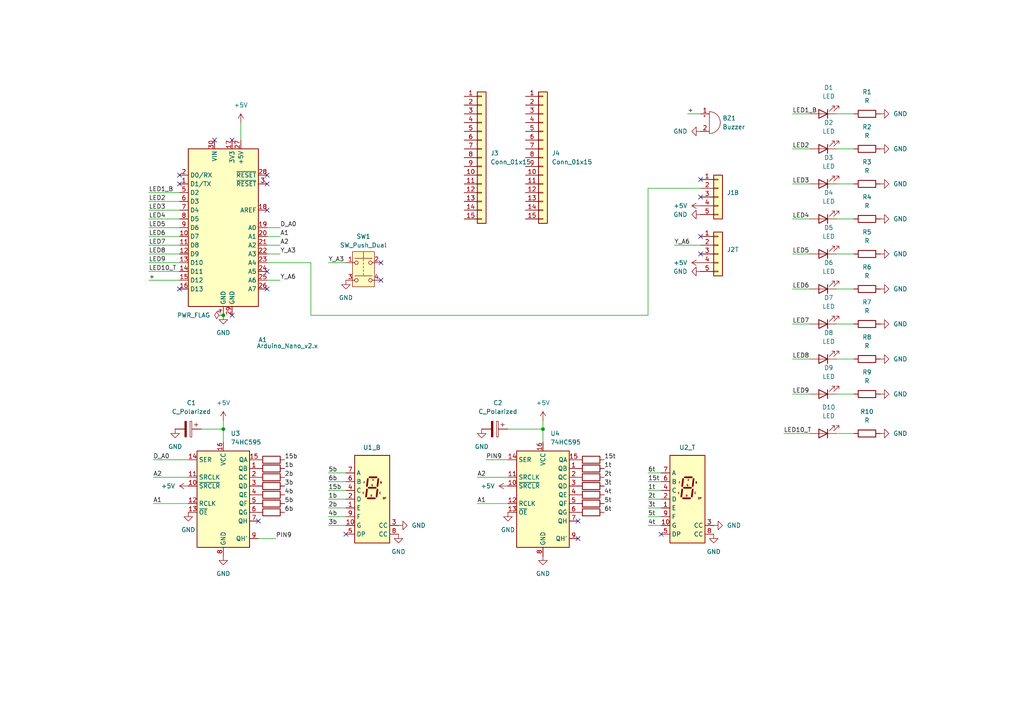
<source format=kicad_sch>
(kicad_sch
	(version 20250114)
	(generator "eeschema")
	(generator_version "9.0")
	(uuid "3014b42f-c1b9-4fc4-b795-e7422e891b22")
	(paper "A4")
	(lib_symbols
		(symbol "74xx:74HC595"
			(exclude_from_sim no)
			(in_bom yes)
			(on_board yes)
			(property "Reference" "U"
				(at -7.62 13.97 0)
				(effects
					(font
						(size 1.27 1.27)
					)
				)
			)
			(property "Value" "74HC595"
				(at -7.62 -16.51 0)
				(effects
					(font
						(size 1.27 1.27)
					)
				)
			)
			(property "Footprint" ""
				(at 0 0 0)
				(effects
					(font
						(size 1.27 1.27)
					)
					(hide yes)
				)
			)
			(property "Datasheet" "http://www.ti.com/lit/ds/symlink/sn74hc595.pdf"
				(at 0 0 0)
				(effects
					(font
						(size 1.27 1.27)
					)
					(hide yes)
				)
			)
			(property "Description" "8-bit serial in/out Shift Register 3-State Outputs"
				(at 0 0 0)
				(effects
					(font
						(size 1.27 1.27)
					)
					(hide yes)
				)
			)
			(property "ki_keywords" "HCMOS SR 3State"
				(at 0 0 0)
				(effects
					(font
						(size 1.27 1.27)
					)
					(hide yes)
				)
			)
			(property "ki_fp_filters" "DIP*W7.62mm* SOIC*3.9x9.9mm*P1.27mm* TSSOP*4.4x5mm*P0.65mm* SOIC*5.3x10.2mm*P1.27mm* SOIC*7.5x10.3mm*P1.27mm*"
				(at 0 0 0)
				(effects
					(font
						(size 1.27 1.27)
					)
					(hide yes)
				)
			)
			(symbol "74HC595_1_0"
				(pin input line
					(at -10.16 10.16 0)
					(length 2.54)
					(name "SER"
						(effects
							(font
								(size 1.27 1.27)
							)
						)
					)
					(number "14"
						(effects
							(font
								(size 1.27 1.27)
							)
						)
					)
				)
				(pin input line
					(at -10.16 5.08 0)
					(length 2.54)
					(name "SRCLK"
						(effects
							(font
								(size 1.27 1.27)
							)
						)
					)
					(number "11"
						(effects
							(font
								(size 1.27 1.27)
							)
						)
					)
				)
				(pin input line
					(at -10.16 2.54 0)
					(length 2.54)
					(name "~{SRCLR}"
						(effects
							(font
								(size 1.27 1.27)
							)
						)
					)
					(number "10"
						(effects
							(font
								(size 1.27 1.27)
							)
						)
					)
				)
				(pin input line
					(at -10.16 -2.54 0)
					(length 2.54)
					(name "RCLK"
						(effects
							(font
								(size 1.27 1.27)
							)
						)
					)
					(number "12"
						(effects
							(font
								(size 1.27 1.27)
							)
						)
					)
				)
				(pin input line
					(at -10.16 -5.08 0)
					(length 2.54)
					(name "~{OE}"
						(effects
							(font
								(size 1.27 1.27)
							)
						)
					)
					(number "13"
						(effects
							(font
								(size 1.27 1.27)
							)
						)
					)
				)
				(pin power_in line
					(at 0 15.24 270)
					(length 2.54)
					(name "VCC"
						(effects
							(font
								(size 1.27 1.27)
							)
						)
					)
					(number "16"
						(effects
							(font
								(size 1.27 1.27)
							)
						)
					)
				)
				(pin power_in line
					(at 0 -17.78 90)
					(length 2.54)
					(name "GND"
						(effects
							(font
								(size 1.27 1.27)
							)
						)
					)
					(number "8"
						(effects
							(font
								(size 1.27 1.27)
							)
						)
					)
				)
				(pin tri_state line
					(at 10.16 10.16 180)
					(length 2.54)
					(name "QA"
						(effects
							(font
								(size 1.27 1.27)
							)
						)
					)
					(number "15"
						(effects
							(font
								(size 1.27 1.27)
							)
						)
					)
				)
				(pin tri_state line
					(at 10.16 7.62 180)
					(length 2.54)
					(name "QB"
						(effects
							(font
								(size 1.27 1.27)
							)
						)
					)
					(number "1"
						(effects
							(font
								(size 1.27 1.27)
							)
						)
					)
				)
				(pin tri_state line
					(at 10.16 5.08 180)
					(length 2.54)
					(name "QC"
						(effects
							(font
								(size 1.27 1.27)
							)
						)
					)
					(number "2"
						(effects
							(font
								(size 1.27 1.27)
							)
						)
					)
				)
				(pin tri_state line
					(at 10.16 2.54 180)
					(length 2.54)
					(name "QD"
						(effects
							(font
								(size 1.27 1.27)
							)
						)
					)
					(number "3"
						(effects
							(font
								(size 1.27 1.27)
							)
						)
					)
				)
				(pin tri_state line
					(at 10.16 0 180)
					(length 2.54)
					(name "QE"
						(effects
							(font
								(size 1.27 1.27)
							)
						)
					)
					(number "4"
						(effects
							(font
								(size 1.27 1.27)
							)
						)
					)
				)
				(pin tri_state line
					(at 10.16 -2.54 180)
					(length 2.54)
					(name "QF"
						(effects
							(font
								(size 1.27 1.27)
							)
						)
					)
					(number "5"
						(effects
							(font
								(size 1.27 1.27)
							)
						)
					)
				)
				(pin tri_state line
					(at 10.16 -5.08 180)
					(length 2.54)
					(name "QG"
						(effects
							(font
								(size 1.27 1.27)
							)
						)
					)
					(number "6"
						(effects
							(font
								(size 1.27 1.27)
							)
						)
					)
				)
				(pin tri_state line
					(at 10.16 -7.62 180)
					(length 2.54)
					(name "QH"
						(effects
							(font
								(size 1.27 1.27)
							)
						)
					)
					(number "7"
						(effects
							(font
								(size 1.27 1.27)
							)
						)
					)
				)
				(pin output line
					(at 10.16 -12.7 180)
					(length 2.54)
					(name "QH'"
						(effects
							(font
								(size 1.27 1.27)
							)
						)
					)
					(number "9"
						(effects
							(font
								(size 1.27 1.27)
							)
						)
					)
				)
			)
			(symbol "74HC595_1_1"
				(rectangle
					(start -7.62 12.7)
					(end 7.62 -15.24)
					(stroke
						(width 0.254)
						(type default)
					)
					(fill
						(type background)
					)
				)
			)
			(embedded_fonts no)
		)
		(symbol "Connector_Generic:Conn_01x05"
			(pin_names
				(offset 1.016)
				(hide yes)
			)
			(exclude_from_sim no)
			(in_bom yes)
			(on_board yes)
			(property "Reference" "J"
				(at 0 7.62 0)
				(effects
					(font
						(size 1.27 1.27)
					)
				)
			)
			(property "Value" "Conn_01x05"
				(at 0 -7.62 0)
				(effects
					(font
						(size 1.27 1.27)
					)
				)
			)
			(property "Footprint" ""
				(at 0 0 0)
				(effects
					(font
						(size 1.27 1.27)
					)
					(hide yes)
				)
			)
			(property "Datasheet" "~"
				(at 0 0 0)
				(effects
					(font
						(size 1.27 1.27)
					)
					(hide yes)
				)
			)
			(property "Description" "Generic connector, single row, 01x05, script generated (kicad-library-utils/schlib/autogen/connector/)"
				(at 0 0 0)
				(effects
					(font
						(size 1.27 1.27)
					)
					(hide yes)
				)
			)
			(property "ki_keywords" "connector"
				(at 0 0 0)
				(effects
					(font
						(size 1.27 1.27)
					)
					(hide yes)
				)
			)
			(property "ki_fp_filters" "Connector*:*_1x??_*"
				(at 0 0 0)
				(effects
					(font
						(size 1.27 1.27)
					)
					(hide yes)
				)
			)
			(symbol "Conn_01x05_1_1"
				(rectangle
					(start -1.27 6.35)
					(end 1.27 -6.35)
					(stroke
						(width 0.254)
						(type default)
					)
					(fill
						(type background)
					)
				)
				(rectangle
					(start -1.27 5.207)
					(end 0 4.953)
					(stroke
						(width 0.1524)
						(type default)
					)
					(fill
						(type none)
					)
				)
				(rectangle
					(start -1.27 2.667)
					(end 0 2.413)
					(stroke
						(width 0.1524)
						(type default)
					)
					(fill
						(type none)
					)
				)
				(rectangle
					(start -1.27 0.127)
					(end 0 -0.127)
					(stroke
						(width 0.1524)
						(type default)
					)
					(fill
						(type none)
					)
				)
				(rectangle
					(start -1.27 -2.413)
					(end 0 -2.667)
					(stroke
						(width 0.1524)
						(type default)
					)
					(fill
						(type none)
					)
				)
				(rectangle
					(start -1.27 -4.953)
					(end 0 -5.207)
					(stroke
						(width 0.1524)
						(type default)
					)
					(fill
						(type none)
					)
				)
				(pin passive line
					(at -5.08 5.08 0)
					(length 3.81)
					(name "Pin_1"
						(effects
							(font
								(size 1.27 1.27)
							)
						)
					)
					(number "1"
						(effects
							(font
								(size 1.27 1.27)
							)
						)
					)
				)
				(pin passive line
					(at -5.08 2.54 0)
					(length 3.81)
					(name "Pin_2"
						(effects
							(font
								(size 1.27 1.27)
							)
						)
					)
					(number "2"
						(effects
							(font
								(size 1.27 1.27)
							)
						)
					)
				)
				(pin passive line
					(at -5.08 0 0)
					(length 3.81)
					(name "Pin_3"
						(effects
							(font
								(size 1.27 1.27)
							)
						)
					)
					(number "3"
						(effects
							(font
								(size 1.27 1.27)
							)
						)
					)
				)
				(pin passive line
					(at -5.08 -2.54 0)
					(length 3.81)
					(name "Pin_4"
						(effects
							(font
								(size 1.27 1.27)
							)
						)
					)
					(number "4"
						(effects
							(font
								(size 1.27 1.27)
							)
						)
					)
				)
				(pin passive line
					(at -5.08 -5.08 0)
					(length 3.81)
					(name "Pin_5"
						(effects
							(font
								(size 1.27 1.27)
							)
						)
					)
					(number "5"
						(effects
							(font
								(size 1.27 1.27)
							)
						)
					)
				)
			)
			(embedded_fonts no)
		)
		(symbol "Connector_Generic:Conn_01x15"
			(pin_names
				(offset 1.016)
				(hide yes)
			)
			(exclude_from_sim no)
			(in_bom yes)
			(on_board yes)
			(property "Reference" "J"
				(at 0 20.32 0)
				(effects
					(font
						(size 1.27 1.27)
					)
				)
			)
			(property "Value" "Conn_01x15"
				(at 0 -20.32 0)
				(effects
					(font
						(size 1.27 1.27)
					)
				)
			)
			(property "Footprint" ""
				(at 0 0 0)
				(effects
					(font
						(size 1.27 1.27)
					)
					(hide yes)
				)
			)
			(property "Datasheet" "~"
				(at 0 0 0)
				(effects
					(font
						(size 1.27 1.27)
					)
					(hide yes)
				)
			)
			(property "Description" "Generic connector, single row, 01x15, script generated (kicad-library-utils/schlib/autogen/connector/)"
				(at 0 0 0)
				(effects
					(font
						(size 1.27 1.27)
					)
					(hide yes)
				)
			)
			(property "ki_keywords" "connector"
				(at 0 0 0)
				(effects
					(font
						(size 1.27 1.27)
					)
					(hide yes)
				)
			)
			(property "ki_fp_filters" "Connector*:*_1x??_*"
				(at 0 0 0)
				(effects
					(font
						(size 1.27 1.27)
					)
					(hide yes)
				)
			)
			(symbol "Conn_01x15_1_1"
				(rectangle
					(start -1.27 19.05)
					(end 1.27 -19.05)
					(stroke
						(width 0.254)
						(type default)
					)
					(fill
						(type background)
					)
				)
				(rectangle
					(start -1.27 17.907)
					(end 0 17.653)
					(stroke
						(width 0.1524)
						(type default)
					)
					(fill
						(type none)
					)
				)
				(rectangle
					(start -1.27 15.367)
					(end 0 15.113)
					(stroke
						(width 0.1524)
						(type default)
					)
					(fill
						(type none)
					)
				)
				(rectangle
					(start -1.27 12.827)
					(end 0 12.573)
					(stroke
						(width 0.1524)
						(type default)
					)
					(fill
						(type none)
					)
				)
				(rectangle
					(start -1.27 10.287)
					(end 0 10.033)
					(stroke
						(width 0.1524)
						(type default)
					)
					(fill
						(type none)
					)
				)
				(rectangle
					(start -1.27 7.747)
					(end 0 7.493)
					(stroke
						(width 0.1524)
						(type default)
					)
					(fill
						(type none)
					)
				)
				(rectangle
					(start -1.27 5.207)
					(end 0 4.953)
					(stroke
						(width 0.1524)
						(type default)
					)
					(fill
						(type none)
					)
				)
				(rectangle
					(start -1.27 2.667)
					(end 0 2.413)
					(stroke
						(width 0.1524)
						(type default)
					)
					(fill
						(type none)
					)
				)
				(rectangle
					(start -1.27 0.127)
					(end 0 -0.127)
					(stroke
						(width 0.1524)
						(type default)
					)
					(fill
						(type none)
					)
				)
				(rectangle
					(start -1.27 -2.413)
					(end 0 -2.667)
					(stroke
						(width 0.1524)
						(type default)
					)
					(fill
						(type none)
					)
				)
				(rectangle
					(start -1.27 -4.953)
					(end 0 -5.207)
					(stroke
						(width 0.1524)
						(type default)
					)
					(fill
						(type none)
					)
				)
				(rectangle
					(start -1.27 -7.493)
					(end 0 -7.747)
					(stroke
						(width 0.1524)
						(type default)
					)
					(fill
						(type none)
					)
				)
				(rectangle
					(start -1.27 -10.033)
					(end 0 -10.287)
					(stroke
						(width 0.1524)
						(type default)
					)
					(fill
						(type none)
					)
				)
				(rectangle
					(start -1.27 -12.573)
					(end 0 -12.827)
					(stroke
						(width 0.1524)
						(type default)
					)
					(fill
						(type none)
					)
				)
				(rectangle
					(start -1.27 -15.113)
					(end 0 -15.367)
					(stroke
						(width 0.1524)
						(type default)
					)
					(fill
						(type none)
					)
				)
				(rectangle
					(start -1.27 -17.653)
					(end 0 -17.907)
					(stroke
						(width 0.1524)
						(type default)
					)
					(fill
						(type none)
					)
				)
				(pin passive line
					(at -5.08 17.78 0)
					(length 3.81)
					(name "Pin_1"
						(effects
							(font
								(size 1.27 1.27)
							)
						)
					)
					(number "1"
						(effects
							(font
								(size 1.27 1.27)
							)
						)
					)
				)
				(pin passive line
					(at -5.08 15.24 0)
					(length 3.81)
					(name "Pin_2"
						(effects
							(font
								(size 1.27 1.27)
							)
						)
					)
					(number "2"
						(effects
							(font
								(size 1.27 1.27)
							)
						)
					)
				)
				(pin passive line
					(at -5.08 12.7 0)
					(length 3.81)
					(name "Pin_3"
						(effects
							(font
								(size 1.27 1.27)
							)
						)
					)
					(number "3"
						(effects
							(font
								(size 1.27 1.27)
							)
						)
					)
				)
				(pin passive line
					(at -5.08 10.16 0)
					(length 3.81)
					(name "Pin_4"
						(effects
							(font
								(size 1.27 1.27)
							)
						)
					)
					(number "4"
						(effects
							(font
								(size 1.27 1.27)
							)
						)
					)
				)
				(pin passive line
					(at -5.08 7.62 0)
					(length 3.81)
					(name "Pin_5"
						(effects
							(font
								(size 1.27 1.27)
							)
						)
					)
					(number "5"
						(effects
							(font
								(size 1.27 1.27)
							)
						)
					)
				)
				(pin passive line
					(at -5.08 5.08 0)
					(length 3.81)
					(name "Pin_6"
						(effects
							(font
								(size 1.27 1.27)
							)
						)
					)
					(number "6"
						(effects
							(font
								(size 1.27 1.27)
							)
						)
					)
				)
				(pin passive line
					(at -5.08 2.54 0)
					(length 3.81)
					(name "Pin_7"
						(effects
							(font
								(size 1.27 1.27)
							)
						)
					)
					(number "7"
						(effects
							(font
								(size 1.27 1.27)
							)
						)
					)
				)
				(pin passive line
					(at -5.08 0 0)
					(length 3.81)
					(name "Pin_8"
						(effects
							(font
								(size 1.27 1.27)
							)
						)
					)
					(number "8"
						(effects
							(font
								(size 1.27 1.27)
							)
						)
					)
				)
				(pin passive line
					(at -5.08 -2.54 0)
					(length 3.81)
					(name "Pin_9"
						(effects
							(font
								(size 1.27 1.27)
							)
						)
					)
					(number "9"
						(effects
							(font
								(size 1.27 1.27)
							)
						)
					)
				)
				(pin passive line
					(at -5.08 -5.08 0)
					(length 3.81)
					(name "Pin_10"
						(effects
							(font
								(size 1.27 1.27)
							)
						)
					)
					(number "10"
						(effects
							(font
								(size 1.27 1.27)
							)
						)
					)
				)
				(pin passive line
					(at -5.08 -7.62 0)
					(length 3.81)
					(name "Pin_11"
						(effects
							(font
								(size 1.27 1.27)
							)
						)
					)
					(number "11"
						(effects
							(font
								(size 1.27 1.27)
							)
						)
					)
				)
				(pin passive line
					(at -5.08 -10.16 0)
					(length 3.81)
					(name "Pin_12"
						(effects
							(font
								(size 1.27 1.27)
							)
						)
					)
					(number "12"
						(effects
							(font
								(size 1.27 1.27)
							)
						)
					)
				)
				(pin passive line
					(at -5.08 -12.7 0)
					(length 3.81)
					(name "Pin_13"
						(effects
							(font
								(size 1.27 1.27)
							)
						)
					)
					(number "13"
						(effects
							(font
								(size 1.27 1.27)
							)
						)
					)
				)
				(pin passive line
					(at -5.08 -15.24 0)
					(length 3.81)
					(name "Pin_14"
						(effects
							(font
								(size 1.27 1.27)
							)
						)
					)
					(number "14"
						(effects
							(font
								(size 1.27 1.27)
							)
						)
					)
				)
				(pin passive line
					(at -5.08 -17.78 0)
					(length 3.81)
					(name "Pin_15"
						(effects
							(font
								(size 1.27 1.27)
							)
						)
					)
					(number "15"
						(effects
							(font
								(size 1.27 1.27)
							)
						)
					)
				)
			)
			(embedded_fonts no)
		)
		(symbol "Device:Buzzer"
			(pin_names
				(offset 0.0254)
				(hide yes)
			)
			(exclude_from_sim no)
			(in_bom yes)
			(on_board yes)
			(property "Reference" "BZ"
				(at 3.81 1.27 0)
				(effects
					(font
						(size 1.27 1.27)
					)
					(justify left)
				)
			)
			(property "Value" "Buzzer"
				(at 3.81 -1.27 0)
				(effects
					(font
						(size 1.27 1.27)
					)
					(justify left)
				)
			)
			(property "Footprint" ""
				(at -0.635 2.54 90)
				(effects
					(font
						(size 1.27 1.27)
					)
					(hide yes)
				)
			)
			(property "Datasheet" "~"
				(at -0.635 2.54 90)
				(effects
					(font
						(size 1.27 1.27)
					)
					(hide yes)
				)
			)
			(property "Description" "Buzzer, polarized"
				(at 0 0 0)
				(effects
					(font
						(size 1.27 1.27)
					)
					(hide yes)
				)
			)
			(property "ki_keywords" "quartz resonator ceramic"
				(at 0 0 0)
				(effects
					(font
						(size 1.27 1.27)
					)
					(hide yes)
				)
			)
			(property "ki_fp_filters" "*Buzzer*"
				(at 0 0 0)
				(effects
					(font
						(size 1.27 1.27)
					)
					(hide yes)
				)
			)
			(symbol "Buzzer_0_1"
				(polyline
					(pts
						(xy -1.651 1.905) (xy -1.143 1.905)
					)
					(stroke
						(width 0)
						(type default)
					)
					(fill
						(type none)
					)
				)
				(polyline
					(pts
						(xy -1.397 2.159) (xy -1.397 1.651)
					)
					(stroke
						(width 0)
						(type default)
					)
					(fill
						(type none)
					)
				)
				(arc
					(start 0 3.175)
					(mid 3.1612 0)
					(end 0 -3.175)
					(stroke
						(width 0)
						(type default)
					)
					(fill
						(type none)
					)
				)
				(polyline
					(pts
						(xy 0 3.175) (xy 0 -3.175)
					)
					(stroke
						(width 0)
						(type default)
					)
					(fill
						(type none)
					)
				)
			)
			(symbol "Buzzer_1_1"
				(pin passive line
					(at -2.54 2.54 0)
					(length 2.54)
					(name "+"
						(effects
							(font
								(size 1.27 1.27)
							)
						)
					)
					(number "1"
						(effects
							(font
								(size 1.27 1.27)
							)
						)
					)
				)
				(pin passive line
					(at -2.54 -2.54 0)
					(length 2.54)
					(name "-"
						(effects
							(font
								(size 1.27 1.27)
							)
						)
					)
					(number "2"
						(effects
							(font
								(size 1.27 1.27)
							)
						)
					)
				)
			)
			(embedded_fonts no)
		)
		(symbol "Device:C_Polarized"
			(pin_numbers
				(hide yes)
			)
			(pin_names
				(offset 0.254)
			)
			(exclude_from_sim no)
			(in_bom yes)
			(on_board yes)
			(property "Reference" "C"
				(at 0.635 2.54 0)
				(effects
					(font
						(size 1.27 1.27)
					)
					(justify left)
				)
			)
			(property "Value" "C_Polarized"
				(at 0.635 -2.54 0)
				(effects
					(font
						(size 1.27 1.27)
					)
					(justify left)
				)
			)
			(property "Footprint" ""
				(at 0.9652 -3.81 0)
				(effects
					(font
						(size 1.27 1.27)
					)
					(hide yes)
				)
			)
			(property "Datasheet" "~"
				(at 0 0 0)
				(effects
					(font
						(size 1.27 1.27)
					)
					(hide yes)
				)
			)
			(property "Description" "Polarized capacitor"
				(at 0 0 0)
				(effects
					(font
						(size 1.27 1.27)
					)
					(hide yes)
				)
			)
			(property "ki_keywords" "cap capacitor"
				(at 0 0 0)
				(effects
					(font
						(size 1.27 1.27)
					)
					(hide yes)
				)
			)
			(property "ki_fp_filters" "CP_*"
				(at 0 0 0)
				(effects
					(font
						(size 1.27 1.27)
					)
					(hide yes)
				)
			)
			(symbol "C_Polarized_0_1"
				(rectangle
					(start -2.286 0.508)
					(end 2.286 1.016)
					(stroke
						(width 0)
						(type default)
					)
					(fill
						(type none)
					)
				)
				(polyline
					(pts
						(xy -1.778 2.286) (xy -0.762 2.286)
					)
					(stroke
						(width 0)
						(type default)
					)
					(fill
						(type none)
					)
				)
				(polyline
					(pts
						(xy -1.27 2.794) (xy -1.27 1.778)
					)
					(stroke
						(width 0)
						(type default)
					)
					(fill
						(type none)
					)
				)
				(rectangle
					(start 2.286 -0.508)
					(end -2.286 -1.016)
					(stroke
						(width 0)
						(type default)
					)
					(fill
						(type outline)
					)
				)
			)
			(symbol "C_Polarized_1_1"
				(pin passive line
					(at 0 3.81 270)
					(length 2.794)
					(name "~"
						(effects
							(font
								(size 1.27 1.27)
							)
						)
					)
					(number "1"
						(effects
							(font
								(size 1.27 1.27)
							)
						)
					)
				)
				(pin passive line
					(at 0 -3.81 90)
					(length 2.794)
					(name "~"
						(effects
							(font
								(size 1.27 1.27)
							)
						)
					)
					(number "2"
						(effects
							(font
								(size 1.27 1.27)
							)
						)
					)
				)
			)
			(embedded_fonts no)
		)
		(symbol "Device:LED"
			(pin_numbers
				(hide yes)
			)
			(pin_names
				(offset 1.016)
				(hide yes)
			)
			(exclude_from_sim no)
			(in_bom yes)
			(on_board yes)
			(property "Reference" "D"
				(at 0 2.54 0)
				(effects
					(font
						(size 1.27 1.27)
					)
				)
			)
			(property "Value" "LED"
				(at 0 -2.54 0)
				(effects
					(font
						(size 1.27 1.27)
					)
				)
			)
			(property "Footprint" ""
				(at 0 0 0)
				(effects
					(font
						(size 1.27 1.27)
					)
					(hide yes)
				)
			)
			(property "Datasheet" "~"
				(at 0 0 0)
				(effects
					(font
						(size 1.27 1.27)
					)
					(hide yes)
				)
			)
			(property "Description" "Light emitting diode"
				(at 0 0 0)
				(effects
					(font
						(size 1.27 1.27)
					)
					(hide yes)
				)
			)
			(property "Sim.Pins" "1=K 2=A"
				(at 0 0 0)
				(effects
					(font
						(size 1.27 1.27)
					)
					(hide yes)
				)
			)
			(property "ki_keywords" "LED diode"
				(at 0 0 0)
				(effects
					(font
						(size 1.27 1.27)
					)
					(hide yes)
				)
			)
			(property "ki_fp_filters" "LED* LED_SMD:* LED_THT:*"
				(at 0 0 0)
				(effects
					(font
						(size 1.27 1.27)
					)
					(hide yes)
				)
			)
			(symbol "LED_0_1"
				(polyline
					(pts
						(xy -3.048 -0.762) (xy -4.572 -2.286) (xy -3.81 -2.286) (xy -4.572 -2.286) (xy -4.572 -1.524)
					)
					(stroke
						(width 0)
						(type default)
					)
					(fill
						(type none)
					)
				)
				(polyline
					(pts
						(xy -1.778 -0.762) (xy -3.302 -2.286) (xy -2.54 -2.286) (xy -3.302 -2.286) (xy -3.302 -1.524)
					)
					(stroke
						(width 0)
						(type default)
					)
					(fill
						(type none)
					)
				)
				(polyline
					(pts
						(xy -1.27 0) (xy 1.27 0)
					)
					(stroke
						(width 0)
						(type default)
					)
					(fill
						(type none)
					)
				)
				(polyline
					(pts
						(xy -1.27 -1.27) (xy -1.27 1.27)
					)
					(stroke
						(width 0.254)
						(type default)
					)
					(fill
						(type none)
					)
				)
				(polyline
					(pts
						(xy 1.27 -1.27) (xy 1.27 1.27) (xy -1.27 0) (xy 1.27 -1.27)
					)
					(stroke
						(width 0.254)
						(type default)
					)
					(fill
						(type none)
					)
				)
			)
			(symbol "LED_1_1"
				(pin passive line
					(at -3.81 0 0)
					(length 2.54)
					(name "K"
						(effects
							(font
								(size 1.27 1.27)
							)
						)
					)
					(number "1"
						(effects
							(font
								(size 1.27 1.27)
							)
						)
					)
				)
				(pin passive line
					(at 3.81 0 180)
					(length 2.54)
					(name "A"
						(effects
							(font
								(size 1.27 1.27)
							)
						)
					)
					(number "2"
						(effects
							(font
								(size 1.27 1.27)
							)
						)
					)
				)
			)
			(embedded_fonts no)
		)
		(symbol "Device:R"
			(pin_numbers
				(hide yes)
			)
			(pin_names
				(offset 0)
			)
			(exclude_from_sim no)
			(in_bom yes)
			(on_board yes)
			(property "Reference" "R"
				(at 2.032 0 90)
				(effects
					(font
						(size 1.27 1.27)
					)
				)
			)
			(property "Value" "R"
				(at 0 0 90)
				(effects
					(font
						(size 1.27 1.27)
					)
				)
			)
			(property "Footprint" ""
				(at -1.778 0 90)
				(effects
					(font
						(size 1.27 1.27)
					)
					(hide yes)
				)
			)
			(property "Datasheet" "~"
				(at 0 0 0)
				(effects
					(font
						(size 1.27 1.27)
					)
					(hide yes)
				)
			)
			(property "Description" "Resistor"
				(at 0 0 0)
				(effects
					(font
						(size 1.27 1.27)
					)
					(hide yes)
				)
			)
			(property "ki_keywords" "R res resistor"
				(at 0 0 0)
				(effects
					(font
						(size 1.27 1.27)
					)
					(hide yes)
				)
			)
			(property "ki_fp_filters" "R_*"
				(at 0 0 0)
				(effects
					(font
						(size 1.27 1.27)
					)
					(hide yes)
				)
			)
			(symbol "R_0_1"
				(rectangle
					(start -1.016 -2.54)
					(end 1.016 2.54)
					(stroke
						(width 0.254)
						(type default)
					)
					(fill
						(type none)
					)
				)
			)
			(symbol "R_1_1"
				(pin passive line
					(at 0 3.81 270)
					(length 1.27)
					(name "~"
						(effects
							(font
								(size 1.27 1.27)
							)
						)
					)
					(number "1"
						(effects
							(font
								(size 1.27 1.27)
							)
						)
					)
				)
				(pin passive line
					(at 0 -3.81 90)
					(length 1.27)
					(name "~"
						(effects
							(font
								(size 1.27 1.27)
							)
						)
					)
					(number "2"
						(effects
							(font
								(size 1.27 1.27)
							)
						)
					)
				)
			)
			(embedded_fonts no)
		)
		(symbol "Display_Character:D198K"
			(exclude_from_sim no)
			(in_bom yes)
			(on_board yes)
			(property "Reference" "U"
				(at -2.54 13.97 0)
				(effects
					(font
						(size 1.27 1.27)
					)
					(justify right)
				)
			)
			(property "Value" "D198K"
				(at 1.27 13.97 0)
				(effects
					(font
						(size 1.27 1.27)
					)
					(justify left)
				)
			)
			(property "Footprint" "Display_7Segment:D1X8K"
				(at 0 -15.24 0)
				(effects
					(font
						(size 1.27 1.27)
					)
					(hide yes)
				)
			)
			(property "Datasheet" "https://ia800903.us.archive.org/24/items/CTKD1x8K/Cromatek%20D168K.pdf"
				(at -12.7 12.065 0)
				(effects
					(font
						(size 1.27 1.27)
					)
					(justify left)
					(hide yes)
				)
			)
			(property "Description" "One digit 7 segment orangish-red LED, low current, common cathode"
				(at 0 0 0)
				(effects
					(font
						(size 1.27 1.27)
					)
					(hide yes)
				)
			)
			(property "ki_keywords" "display LED 7-segment"
				(at 0 0 0)
				(effects
					(font
						(size 1.27 1.27)
					)
					(hide yes)
				)
			)
			(property "ki_fp_filters" "D1X8K*"
				(at 0 0 0)
				(effects
					(font
						(size 1.27 1.27)
					)
					(hide yes)
				)
			)
			(symbol "D198K_0_0"
				(text "E"
					(at -2.54 1.778 0)
					(effects
						(font
							(size 0.508 0.508)
						)
					)
				)
				(text "F"
					(at -2.286 4.826 0)
					(effects
						(font
							(size 0.508 0.508)
						)
					)
				)
				(text "D"
					(at -0.254 1.016 0)
					(effects
						(font
							(size 0.508 0.508)
						)
					)
				)
				(text "G"
					(at 0 4.064 0)
					(effects
						(font
							(size 0.508 0.508)
						)
					)
				)
				(text "A"
					(at 0.254 5.588 0)
					(effects
						(font
							(size 0.508 0.508)
						)
					)
				)
				(text "C"
					(at 2.286 1.778 0)
					(effects
						(font
							(size 0.508 0.508)
						)
					)
				)
				(text "B"
					(at 2.54 4.826 0)
					(effects
						(font
							(size 0.508 0.508)
						)
					)
				)
				(text "DP"
					(at 3.556 0.254 0)
					(effects
						(font
							(size 0.508 0.508)
						)
					)
				)
			)
			(symbol "D198K_0_1"
				(rectangle
					(start -5.08 12.7)
					(end 5.08 -12.7)
					(stroke
						(width 0.254)
						(type default)
					)
					(fill
						(type background)
					)
				)
				(polyline
					(pts
						(xy -1.524 2.794) (xy -1.778 0.762)
					)
					(stroke
						(width 0.508)
						(type default)
					)
					(fill
						(type none)
					)
				)
				(polyline
					(pts
						(xy -1.27 5.842) (xy -1.524 3.81)
					)
					(stroke
						(width 0.508)
						(type default)
					)
					(fill
						(type none)
					)
				)
				(polyline
					(pts
						(xy -1.27 0.254) (xy 0.762 0.254)
					)
					(stroke
						(width 0.508)
						(type default)
					)
					(fill
						(type none)
					)
				)
				(polyline
					(pts
						(xy -1.016 3.302) (xy 1.016 3.302)
					)
					(stroke
						(width 0.508)
						(type default)
					)
					(fill
						(type none)
					)
				)
				(polyline
					(pts
						(xy -0.762 6.35) (xy 1.27 6.35)
					)
					(stroke
						(width 0.508)
						(type default)
					)
					(fill
						(type none)
					)
				)
				(polyline
					(pts
						(xy 1.524 2.794) (xy 1.27 0.762)
					)
					(stroke
						(width 0.508)
						(type default)
					)
					(fill
						(type none)
					)
				)
				(polyline
					(pts
						(xy 1.778 5.842) (xy 1.524 3.81)
					)
					(stroke
						(width 0.508)
						(type default)
					)
					(fill
						(type none)
					)
				)
				(polyline
					(pts
						(xy 2.54 0.254) (xy 2.54 0.254)
					)
					(stroke
						(width 0.508)
						(type default)
					)
					(fill
						(type none)
					)
				)
			)
			(symbol "D198K_1_1"
				(pin input line
					(at -7.62 7.62 0)
					(length 2.54)
					(name "A"
						(effects
							(font
								(size 1.27 1.27)
							)
						)
					)
					(number "7"
						(effects
							(font
								(size 1.27 1.27)
							)
						)
					)
				)
				(pin input line
					(at -7.62 5.08 0)
					(length 2.54)
					(name "B"
						(effects
							(font
								(size 1.27 1.27)
							)
						)
					)
					(number "6"
						(effects
							(font
								(size 1.27 1.27)
							)
						)
					)
				)
				(pin input line
					(at -7.62 2.54 0)
					(length 2.54)
					(name "C"
						(effects
							(font
								(size 1.27 1.27)
							)
						)
					)
					(number "4"
						(effects
							(font
								(size 1.27 1.27)
							)
						)
					)
				)
				(pin input line
					(at -7.62 0 0)
					(length 2.54)
					(name "D"
						(effects
							(font
								(size 1.27 1.27)
							)
						)
					)
					(number "2"
						(effects
							(font
								(size 1.27 1.27)
							)
						)
					)
				)
				(pin input line
					(at -7.62 -2.54 0)
					(length 2.54)
					(name "E"
						(effects
							(font
								(size 1.27 1.27)
							)
						)
					)
					(number "1"
						(effects
							(font
								(size 1.27 1.27)
							)
						)
					)
				)
				(pin input line
					(at -7.62 -5.08 0)
					(length 2.54)
					(name "F"
						(effects
							(font
								(size 1.27 1.27)
							)
						)
					)
					(number "9"
						(effects
							(font
								(size 1.27 1.27)
							)
						)
					)
				)
				(pin input line
					(at -7.62 -7.62 0)
					(length 2.54)
					(name "G"
						(effects
							(font
								(size 1.27 1.27)
							)
						)
					)
					(number "10"
						(effects
							(font
								(size 1.27 1.27)
							)
						)
					)
				)
				(pin input line
					(at -7.62 -10.16 0)
					(length 2.54)
					(name "DP"
						(effects
							(font
								(size 1.27 1.27)
							)
						)
					)
					(number "5"
						(effects
							(font
								(size 1.27 1.27)
							)
						)
					)
				)
				(pin input line
					(at 7.62 -7.62 180)
					(length 2.54)
					(name "CC"
						(effects
							(font
								(size 1.27 1.27)
							)
						)
					)
					(number "3"
						(effects
							(font
								(size 1.27 1.27)
							)
						)
					)
				)
				(pin input line
					(at 7.62 -10.16 180)
					(length 2.54)
					(name "CC"
						(effects
							(font
								(size 1.27 1.27)
							)
						)
					)
					(number "8"
						(effects
							(font
								(size 1.27 1.27)
							)
						)
					)
				)
			)
			(embedded_fonts no)
		)
		(symbol "MCU_Module:Arduino_Nano_v2.x"
			(exclude_from_sim no)
			(in_bom yes)
			(on_board yes)
			(property "Reference" "A"
				(at -10.16 23.495 0)
				(effects
					(font
						(size 1.27 1.27)
					)
					(justify left bottom)
				)
			)
			(property "Value" "Arduino_Nano_v2.x"
				(at 5.08 -24.13 0)
				(effects
					(font
						(size 1.27 1.27)
					)
					(justify left top)
				)
			)
			(property "Footprint" "Module:Arduino_Nano"
				(at 0 0 0)
				(effects
					(font
						(size 1.27 1.27)
						(italic yes)
					)
					(hide yes)
				)
			)
			(property "Datasheet" "https://www.arduino.cc/en/uploads/Main/ArduinoNanoManual23.pdf"
				(at 0 0 0)
				(effects
					(font
						(size 1.27 1.27)
					)
					(hide yes)
				)
			)
			(property "Description" "Arduino Nano v2.x"
				(at 0 0 0)
				(effects
					(font
						(size 1.27 1.27)
					)
					(hide yes)
				)
			)
			(property "ki_keywords" "Arduino nano microcontroller module USB"
				(at 0 0 0)
				(effects
					(font
						(size 1.27 1.27)
					)
					(hide yes)
				)
			)
			(property "ki_fp_filters" "Arduino*Nano*"
				(at 0 0 0)
				(effects
					(font
						(size 1.27 1.27)
					)
					(hide yes)
				)
			)
			(symbol "Arduino_Nano_v2.x_0_1"
				(rectangle
					(start -10.16 22.86)
					(end 10.16 -22.86)
					(stroke
						(width 0.254)
						(type default)
					)
					(fill
						(type background)
					)
				)
			)
			(symbol "Arduino_Nano_v2.x_1_1"
				(pin bidirectional line
					(at -12.7 15.24 0)
					(length 2.54)
					(name "D0/RX"
						(effects
							(font
								(size 1.27 1.27)
							)
						)
					)
					(number "2"
						(effects
							(font
								(size 1.27 1.27)
							)
						)
					)
				)
				(pin bidirectional line
					(at -12.7 12.7 0)
					(length 2.54)
					(name "D1/TX"
						(effects
							(font
								(size 1.27 1.27)
							)
						)
					)
					(number "1"
						(effects
							(font
								(size 1.27 1.27)
							)
						)
					)
				)
				(pin bidirectional line
					(at -12.7 10.16 0)
					(length 2.54)
					(name "D2"
						(effects
							(font
								(size 1.27 1.27)
							)
						)
					)
					(number "5"
						(effects
							(font
								(size 1.27 1.27)
							)
						)
					)
				)
				(pin bidirectional line
					(at -12.7 7.62 0)
					(length 2.54)
					(name "D3"
						(effects
							(font
								(size 1.27 1.27)
							)
						)
					)
					(number "6"
						(effects
							(font
								(size 1.27 1.27)
							)
						)
					)
				)
				(pin bidirectional line
					(at -12.7 5.08 0)
					(length 2.54)
					(name "D4"
						(effects
							(font
								(size 1.27 1.27)
							)
						)
					)
					(number "7"
						(effects
							(font
								(size 1.27 1.27)
							)
						)
					)
				)
				(pin bidirectional line
					(at -12.7 2.54 0)
					(length 2.54)
					(name "D5"
						(effects
							(font
								(size 1.27 1.27)
							)
						)
					)
					(number "8"
						(effects
							(font
								(size 1.27 1.27)
							)
						)
					)
				)
				(pin bidirectional line
					(at -12.7 0 0)
					(length 2.54)
					(name "D6"
						(effects
							(font
								(size 1.27 1.27)
							)
						)
					)
					(number "9"
						(effects
							(font
								(size 1.27 1.27)
							)
						)
					)
				)
				(pin bidirectional line
					(at -12.7 -2.54 0)
					(length 2.54)
					(name "D7"
						(effects
							(font
								(size 1.27 1.27)
							)
						)
					)
					(number "10"
						(effects
							(font
								(size 1.27 1.27)
							)
						)
					)
				)
				(pin bidirectional line
					(at -12.7 -5.08 0)
					(length 2.54)
					(name "D8"
						(effects
							(font
								(size 1.27 1.27)
							)
						)
					)
					(number "11"
						(effects
							(font
								(size 1.27 1.27)
							)
						)
					)
				)
				(pin bidirectional line
					(at -12.7 -7.62 0)
					(length 2.54)
					(name "D9"
						(effects
							(font
								(size 1.27 1.27)
							)
						)
					)
					(number "12"
						(effects
							(font
								(size 1.27 1.27)
							)
						)
					)
				)
				(pin bidirectional line
					(at -12.7 -10.16 0)
					(length 2.54)
					(name "D10"
						(effects
							(font
								(size 1.27 1.27)
							)
						)
					)
					(number "13"
						(effects
							(font
								(size 1.27 1.27)
							)
						)
					)
				)
				(pin bidirectional line
					(at -12.7 -12.7 0)
					(length 2.54)
					(name "D11"
						(effects
							(font
								(size 1.27 1.27)
							)
						)
					)
					(number "14"
						(effects
							(font
								(size 1.27 1.27)
							)
						)
					)
				)
				(pin bidirectional line
					(at -12.7 -15.24 0)
					(length 2.54)
					(name "D12"
						(effects
							(font
								(size 1.27 1.27)
							)
						)
					)
					(number "15"
						(effects
							(font
								(size 1.27 1.27)
							)
						)
					)
				)
				(pin bidirectional line
					(at -12.7 -17.78 0)
					(length 2.54)
					(name "D13"
						(effects
							(font
								(size 1.27 1.27)
							)
						)
					)
					(number "16"
						(effects
							(font
								(size 1.27 1.27)
							)
						)
					)
				)
				(pin power_in line
					(at -2.54 25.4 270)
					(length 2.54)
					(name "VIN"
						(effects
							(font
								(size 1.27 1.27)
							)
						)
					)
					(number "30"
						(effects
							(font
								(size 1.27 1.27)
							)
						)
					)
				)
				(pin power_in line
					(at 0 -25.4 90)
					(length 2.54)
					(name "GND"
						(effects
							(font
								(size 1.27 1.27)
							)
						)
					)
					(number "4"
						(effects
							(font
								(size 1.27 1.27)
							)
						)
					)
				)
				(pin power_out line
					(at 2.54 25.4 270)
					(length 2.54)
					(name "3V3"
						(effects
							(font
								(size 1.27 1.27)
							)
						)
					)
					(number "17"
						(effects
							(font
								(size 1.27 1.27)
							)
						)
					)
				)
				(pin power_in line
					(at 2.54 -25.4 90)
					(length 2.54)
					(name "GND"
						(effects
							(font
								(size 1.27 1.27)
							)
						)
					)
					(number "29"
						(effects
							(font
								(size 1.27 1.27)
							)
						)
					)
				)
				(pin power_out line
					(at 5.08 25.4 270)
					(length 2.54)
					(name "+5V"
						(effects
							(font
								(size 1.27 1.27)
							)
						)
					)
					(number "27"
						(effects
							(font
								(size 1.27 1.27)
							)
						)
					)
				)
				(pin input line
					(at 12.7 15.24 180)
					(length 2.54)
					(name "~{RESET}"
						(effects
							(font
								(size 1.27 1.27)
							)
						)
					)
					(number "28"
						(effects
							(font
								(size 1.27 1.27)
							)
						)
					)
				)
				(pin input line
					(at 12.7 12.7 180)
					(length 2.54)
					(name "~{RESET}"
						(effects
							(font
								(size 1.27 1.27)
							)
						)
					)
					(number "3"
						(effects
							(font
								(size 1.27 1.27)
							)
						)
					)
				)
				(pin input line
					(at 12.7 5.08 180)
					(length 2.54)
					(name "AREF"
						(effects
							(font
								(size 1.27 1.27)
							)
						)
					)
					(number "18"
						(effects
							(font
								(size 1.27 1.27)
							)
						)
					)
				)
				(pin bidirectional line
					(at 12.7 0 180)
					(length 2.54)
					(name "A0"
						(effects
							(font
								(size 1.27 1.27)
							)
						)
					)
					(number "19"
						(effects
							(font
								(size 1.27 1.27)
							)
						)
					)
				)
				(pin bidirectional line
					(at 12.7 -2.54 180)
					(length 2.54)
					(name "A1"
						(effects
							(font
								(size 1.27 1.27)
							)
						)
					)
					(number "20"
						(effects
							(font
								(size 1.27 1.27)
							)
						)
					)
				)
				(pin bidirectional line
					(at 12.7 -5.08 180)
					(length 2.54)
					(name "A2"
						(effects
							(font
								(size 1.27 1.27)
							)
						)
					)
					(number "21"
						(effects
							(font
								(size 1.27 1.27)
							)
						)
					)
				)
				(pin bidirectional line
					(at 12.7 -7.62 180)
					(length 2.54)
					(name "A3"
						(effects
							(font
								(size 1.27 1.27)
							)
						)
					)
					(number "22"
						(effects
							(font
								(size 1.27 1.27)
							)
						)
					)
				)
				(pin bidirectional line
					(at 12.7 -10.16 180)
					(length 2.54)
					(name "A4"
						(effects
							(font
								(size 1.27 1.27)
							)
						)
					)
					(number "23"
						(effects
							(font
								(size 1.27 1.27)
							)
						)
					)
				)
				(pin bidirectional line
					(at 12.7 -12.7 180)
					(length 2.54)
					(name "A5"
						(effects
							(font
								(size 1.27 1.27)
							)
						)
					)
					(number "24"
						(effects
							(font
								(size 1.27 1.27)
							)
						)
					)
				)
				(pin bidirectional line
					(at 12.7 -15.24 180)
					(length 2.54)
					(name "A6"
						(effects
							(font
								(size 1.27 1.27)
							)
						)
					)
					(number "25"
						(effects
							(font
								(size 1.27 1.27)
							)
						)
					)
				)
				(pin bidirectional line
					(at 12.7 -17.78 180)
					(length 2.54)
					(name "A7"
						(effects
							(font
								(size 1.27 1.27)
							)
						)
					)
					(number "26"
						(effects
							(font
								(size 1.27 1.27)
							)
						)
					)
				)
			)
			(embedded_fonts no)
		)
		(symbol "Switch:SW_Push_Dual"
			(pin_names
				(offset 1.016)
				(hide yes)
			)
			(exclude_from_sim no)
			(in_bom yes)
			(on_board yes)
			(property "Reference" "SW"
				(at 0 7.62 0)
				(effects
					(font
						(size 1.27 1.27)
					)
				)
			)
			(property "Value" "SW_Push_Dual"
				(at 0 -6.35 0)
				(effects
					(font
						(size 1.27 1.27)
					)
				)
			)
			(property "Footprint" ""
				(at 0 7.62 0)
				(effects
					(font
						(size 1.27 1.27)
					)
					(hide yes)
				)
			)
			(property "Datasheet" "~"
				(at 0 0 0)
				(effects
					(font
						(size 1.27 1.27)
					)
					(hide yes)
				)
			)
			(property "Description" "Push button switch, generic, symbol, four pins"
				(at 0 0 0)
				(effects
					(font
						(size 1.27 1.27)
					)
					(hide yes)
				)
			)
			(property "ki_keywords" "switch normally-open pushbutton push-button"
				(at 0 0 0)
				(effects
					(font
						(size 1.27 1.27)
					)
					(hide yes)
				)
			)
			(symbol "SW_Push_Dual_0_1"
				(circle
					(center -2.032 2.54)
					(radius 0.508)
					(stroke
						(width 0)
						(type default)
					)
					(fill
						(type none)
					)
				)
				(circle
					(center -2.032 -2.54)
					(radius 0.508)
					(stroke
						(width 0)
						(type default)
					)
					(fill
						(type none)
					)
				)
				(polyline
					(pts
						(xy 0 3.81) (xy 0 5.588)
					)
					(stroke
						(width 0)
						(type default)
					)
					(fill
						(type none)
					)
				)
				(polyline
					(pts
						(xy 0 3.048) (xy 0 3.556)
					)
					(stroke
						(width 0)
						(type default)
					)
					(fill
						(type none)
					)
				)
				(polyline
					(pts
						(xy 0 2.032) (xy 0 2.54)
					)
					(stroke
						(width 0)
						(type default)
					)
					(fill
						(type none)
					)
				)
				(polyline
					(pts
						(xy 0 1.016) (xy 0 1.524)
					)
					(stroke
						(width 0)
						(type default)
					)
					(fill
						(type none)
					)
				)
				(polyline
					(pts
						(xy 0 0.508) (xy 0 0)
					)
					(stroke
						(width 0)
						(type default)
					)
					(fill
						(type none)
					)
				)
				(polyline
					(pts
						(xy 0 -0.508) (xy 0 -1.016)
					)
					(stroke
						(width 0)
						(type default)
					)
					(fill
						(type none)
					)
				)
				(circle
					(center 2.032 2.54)
					(radius 0.508)
					(stroke
						(width 0)
						(type default)
					)
					(fill
						(type none)
					)
				)
				(circle
					(center 2.032 -2.54)
					(radius 0.508)
					(stroke
						(width 0)
						(type default)
					)
					(fill
						(type none)
					)
				)
				(polyline
					(pts
						(xy 2.54 3.81) (xy -2.54 3.81)
					)
					(stroke
						(width 0)
						(type default)
					)
					(fill
						(type none)
					)
				)
				(polyline
					(pts
						(xy 2.54 -1.27) (xy -2.54 -1.27)
					)
					(stroke
						(width 0)
						(type default)
					)
					(fill
						(type none)
					)
				)
				(pin passive line
					(at -5.08 2.54 0)
					(length 2.54)
					(name "1"
						(effects
							(font
								(size 1.27 1.27)
							)
						)
					)
					(number "1"
						(effects
							(font
								(size 1.27 1.27)
							)
						)
					)
				)
				(pin passive line
					(at -5.08 -2.54 0)
					(length 2.54)
					(name "3"
						(effects
							(font
								(size 1.27 1.27)
							)
						)
					)
					(number "3"
						(effects
							(font
								(size 1.27 1.27)
							)
						)
					)
				)
				(pin passive line
					(at 5.08 2.54 180)
					(length 2.54)
					(name "2"
						(effects
							(font
								(size 1.27 1.27)
							)
						)
					)
					(number "2"
						(effects
							(font
								(size 1.27 1.27)
							)
						)
					)
				)
				(pin passive line
					(at 5.08 -2.54 180)
					(length 2.54)
					(name "4"
						(effects
							(font
								(size 1.27 1.27)
							)
						)
					)
					(number "4"
						(effects
							(font
								(size 1.27 1.27)
							)
						)
					)
				)
			)
			(symbol "SW_Push_Dual_1_1"
				(rectangle
					(start -3.175 5.715)
					(end 3.175 -4.445)
					(stroke
						(width 0)
						(type default)
					)
					(fill
						(type background)
					)
				)
			)
			(embedded_fonts no)
		)
		(symbol "power:+5V"
			(power)
			(pin_numbers
				(hide yes)
			)
			(pin_names
				(offset 0)
				(hide yes)
			)
			(exclude_from_sim no)
			(in_bom yes)
			(on_board yes)
			(property "Reference" "#PWR"
				(at 0 -3.81 0)
				(effects
					(font
						(size 1.27 1.27)
					)
					(hide yes)
				)
			)
			(property "Value" "+5V"
				(at 0 3.556 0)
				(effects
					(font
						(size 1.27 1.27)
					)
				)
			)
			(property "Footprint" ""
				(at 0 0 0)
				(effects
					(font
						(size 1.27 1.27)
					)
					(hide yes)
				)
			)
			(property "Datasheet" ""
				(at 0 0 0)
				(effects
					(font
						(size 1.27 1.27)
					)
					(hide yes)
				)
			)
			(property "Description" "Power symbol creates a global label with name \"+5V\""
				(at 0 0 0)
				(effects
					(font
						(size 1.27 1.27)
					)
					(hide yes)
				)
			)
			(property "ki_keywords" "global power"
				(at 0 0 0)
				(effects
					(font
						(size 1.27 1.27)
					)
					(hide yes)
				)
			)
			(symbol "+5V_0_1"
				(polyline
					(pts
						(xy -0.762 1.27) (xy 0 2.54)
					)
					(stroke
						(width 0)
						(type default)
					)
					(fill
						(type none)
					)
				)
				(polyline
					(pts
						(xy 0 2.54) (xy 0.762 1.27)
					)
					(stroke
						(width 0)
						(type default)
					)
					(fill
						(type none)
					)
				)
				(polyline
					(pts
						(xy 0 0) (xy 0 2.54)
					)
					(stroke
						(width 0)
						(type default)
					)
					(fill
						(type none)
					)
				)
			)
			(symbol "+5V_1_1"
				(pin power_in line
					(at 0 0 90)
					(length 0)
					(name "~"
						(effects
							(font
								(size 1.27 1.27)
							)
						)
					)
					(number "1"
						(effects
							(font
								(size 1.27 1.27)
							)
						)
					)
				)
			)
			(embedded_fonts no)
		)
		(symbol "power:GND"
			(power)
			(pin_numbers
				(hide yes)
			)
			(pin_names
				(offset 0)
				(hide yes)
			)
			(exclude_from_sim no)
			(in_bom yes)
			(on_board yes)
			(property "Reference" "#PWR"
				(at 0 -6.35 0)
				(effects
					(font
						(size 1.27 1.27)
					)
					(hide yes)
				)
			)
			(property "Value" "GND"
				(at 0 -3.81 0)
				(effects
					(font
						(size 1.27 1.27)
					)
				)
			)
			(property "Footprint" ""
				(at 0 0 0)
				(effects
					(font
						(size 1.27 1.27)
					)
					(hide yes)
				)
			)
			(property "Datasheet" ""
				(at 0 0 0)
				(effects
					(font
						(size 1.27 1.27)
					)
					(hide yes)
				)
			)
			(property "Description" "Power symbol creates a global label with name \"GND\" , ground"
				(at 0 0 0)
				(effects
					(font
						(size 1.27 1.27)
					)
					(hide yes)
				)
			)
			(property "ki_keywords" "global power"
				(at 0 0 0)
				(effects
					(font
						(size 1.27 1.27)
					)
					(hide yes)
				)
			)
			(symbol "GND_0_1"
				(polyline
					(pts
						(xy 0 0) (xy 0 -1.27) (xy 1.27 -1.27) (xy 0 -2.54) (xy -1.27 -1.27) (xy 0 -1.27)
					)
					(stroke
						(width 0)
						(type default)
					)
					(fill
						(type none)
					)
				)
			)
			(symbol "GND_1_1"
				(pin power_in line
					(at 0 0 270)
					(length 0)
					(name "~"
						(effects
							(font
								(size 1.27 1.27)
							)
						)
					)
					(number "1"
						(effects
							(font
								(size 1.27 1.27)
							)
						)
					)
				)
			)
			(embedded_fonts no)
		)
		(symbol "power:PWR_FLAG"
			(power)
			(pin_numbers
				(hide yes)
			)
			(pin_names
				(offset 0)
				(hide yes)
			)
			(exclude_from_sim no)
			(in_bom yes)
			(on_board yes)
			(property "Reference" "#FLG"
				(at 0 1.905 0)
				(effects
					(font
						(size 1.27 1.27)
					)
					(hide yes)
				)
			)
			(property "Value" "PWR_FLAG"
				(at 0 3.81 0)
				(effects
					(font
						(size 1.27 1.27)
					)
				)
			)
			(property "Footprint" ""
				(at 0 0 0)
				(effects
					(font
						(size 1.27 1.27)
					)
					(hide yes)
				)
			)
			(property "Datasheet" "~"
				(at 0 0 0)
				(effects
					(font
						(size 1.27 1.27)
					)
					(hide yes)
				)
			)
			(property "Description" "Special symbol for telling ERC where power comes from"
				(at 0 0 0)
				(effects
					(font
						(size 1.27 1.27)
					)
					(hide yes)
				)
			)
			(property "ki_keywords" "flag power"
				(at 0 0 0)
				(effects
					(font
						(size 1.27 1.27)
					)
					(hide yes)
				)
			)
			(symbol "PWR_FLAG_0_0"
				(pin power_out line
					(at 0 0 90)
					(length 0)
					(name "~"
						(effects
							(font
								(size 1.27 1.27)
							)
						)
					)
					(number "1"
						(effects
							(font
								(size 1.27 1.27)
							)
						)
					)
				)
			)
			(symbol "PWR_FLAG_0_1"
				(polyline
					(pts
						(xy 0 0) (xy 0 1.27) (xy -1.016 1.905) (xy 0 2.54) (xy 1.016 1.905) (xy 0 1.27)
					)
					(stroke
						(width 0)
						(type default)
					)
					(fill
						(type none)
					)
				)
			)
			(embedded_fonts no)
		)
	)
	(junction
		(at 64.77 91.44)
		(diameter 0)
		(color 0 0 0 0)
		(uuid "6916d109-3788-4acc-a727-1cc60e9b12ac")
	)
	(junction
		(at 64.77 124.46)
		(diameter 0)
		(color 0 0 0 0)
		(uuid "d05cf834-95a0-4084-ae64-ef4c6a290aec")
	)
	(junction
		(at 157.48 124.46)
		(diameter 0)
		(color 0 0 0 0)
		(uuid "e6d1b7c3-5021-49d2-a8be-8257a81bbf03")
	)
	(no_connect
		(at 77.47 78.74)
		(uuid "0320fac7-9843-40ad-bbda-f71cc813d40e")
	)
	(no_connect
		(at 52.07 53.34)
		(uuid "03bf66f1-e382-4213-9ee0-e5b04814f932")
	)
	(no_connect
		(at 52.07 83.82)
		(uuid "0bb73bde-dbda-4883-b916-350d116361fd")
	)
	(no_connect
		(at 77.47 83.82)
		(uuid "0eaefa2b-741e-4624-ab6f-fa6a98463417")
	)
	(no_connect
		(at 62.23 40.64)
		(uuid "1784899c-caf4-4fce-9688-166a8588c417")
	)
	(no_connect
		(at 191.77 154.94)
		(uuid "1f9749bf-c028-47e7-b20f-d74ee68b066f")
	)
	(no_connect
		(at 77.47 53.34)
		(uuid "2d752dcb-d81f-4fec-99c7-227f5e5305ea")
	)
	(no_connect
		(at 203.2 68.58)
		(uuid "33a61ca8-e0e8-4c3a-8464-9a16bacdbbf2")
	)
	(no_connect
		(at 167.64 151.13)
		(uuid "434546e5-91f3-4a87-8558-e0f513a9a286")
	)
	(no_connect
		(at 67.31 40.64)
		(uuid "56d6a4bb-908f-4d62-8063-542b69d4b6fa")
	)
	(no_connect
		(at 167.64 156.21)
		(uuid "58d076d8-6731-412c-b399-fd9b35f88596")
	)
	(no_connect
		(at 110.49 81.28)
		(uuid "5ae2d73e-dcc6-4bde-8886-25489202ae6e")
	)
	(no_connect
		(at 77.47 60.96)
		(uuid "60301223-3fa0-40d6-91de-8d6cd428b702")
	)
	(no_connect
		(at 67.31 91.44)
		(uuid "6b686a40-feef-4e4d-82bc-229b5bfa5cc7")
	)
	(no_connect
		(at 77.47 50.8)
		(uuid "7c2586c9-2871-4cf9-b8f8-8a7b3a1df729")
	)
	(no_connect
		(at 52.07 50.8)
		(uuid "a45a73d3-7b14-4db0-b823-836a05daa38c")
	)
	(no_connect
		(at 203.2 73.66)
		(uuid "b86279dc-bc13-4a6f-877b-2862f2a50f3e")
	)
	(no_connect
		(at 74.93 151.13)
		(uuid "d541aa6a-30d3-41b0-a514-a5d46bd73834")
	)
	(no_connect
		(at 203.2 57.15)
		(uuid "d5b830a1-0731-4a02-8849-f5fbe984b47e")
	)
	(no_connect
		(at 203.2 52.07)
		(uuid "d5eb5025-d4c5-4e15-b591-8bd7b759ba3a")
	)
	(no_connect
		(at 100.33 154.94)
		(uuid "df51dfb5-7b97-4680-aa81-d22c10975c81")
	)
	(no_connect
		(at 110.49 76.2)
		(uuid "ecb431d1-4a9c-48d2-a3ca-71a584779aad")
	)
	(wire
		(pts
			(xy 229.87 83.82) (xy 234.95 83.82)
		)
		(stroke
			(width 0)
			(type default)
		)
		(uuid "03a7d7e6-8968-42cc-a545-5f5d98bb2985")
	)
	(wire
		(pts
			(xy 229.87 114.3) (xy 234.95 114.3)
		)
		(stroke
			(width 0)
			(type default)
		)
		(uuid "0420e165-0813-4f74-bacb-3dd99799d3a4")
	)
	(wire
		(pts
			(xy 43.18 66.04) (xy 52.07 66.04)
		)
		(stroke
			(width 0)
			(type default)
		)
		(uuid "05e7fdb8-821e-4fe9-8e06-4be1e3e67569")
	)
	(wire
		(pts
			(xy 43.18 73.66) (xy 52.07 73.66)
		)
		(stroke
			(width 0)
			(type default)
		)
		(uuid "0a5f3dfc-ed9a-4966-9d06-d92fb1b16fae")
	)
	(wire
		(pts
			(xy 95.25 139.7) (xy 100.33 139.7)
		)
		(stroke
			(width 0)
			(type default)
		)
		(uuid "0d3cb5f3-dcf9-4a18-be22-3d281c90b827")
	)
	(wire
		(pts
			(xy 187.96 91.44) (xy 187.96 54.61)
		)
		(stroke
			(width 0)
			(type default)
		)
		(uuid "0e191bc9-86a4-41c0-89c4-c9b056e19140")
	)
	(wire
		(pts
			(xy 95.25 152.4) (xy 100.33 152.4)
		)
		(stroke
			(width 0)
			(type default)
		)
		(uuid "1743fa85-0edc-49e8-9c1c-e58bb5888637")
	)
	(wire
		(pts
			(xy 58.42 124.46) (xy 64.77 124.46)
		)
		(stroke
			(width 0)
			(type default)
		)
		(uuid "19054e66-b97b-41b5-8187-3e4e25c91494")
	)
	(wire
		(pts
			(xy 147.32 124.46) (xy 157.48 124.46)
		)
		(stroke
			(width 0)
			(type default)
		)
		(uuid "1e07e68e-545c-40f2-a306-b5ad6b3a0813")
	)
	(wire
		(pts
			(xy 69.85 35.56) (xy 69.85 40.64)
		)
		(stroke
			(width 0)
			(type default)
		)
		(uuid "2153abab-67db-4388-90b4-d79475fcb127")
	)
	(wire
		(pts
			(xy 44.45 138.43) (xy 54.61 138.43)
		)
		(stroke
			(width 0)
			(type default)
		)
		(uuid "24975d65-ece0-4504-8099-b7fd8376f463")
	)
	(wire
		(pts
			(xy 229.87 53.34) (xy 234.95 53.34)
		)
		(stroke
			(width 0)
			(type default)
		)
		(uuid "25be06d0-d605-4d58-85f3-d0427558118d")
	)
	(wire
		(pts
			(xy 90.17 76.2) (xy 90.17 91.44)
		)
		(stroke
			(width 0)
			(type default)
		)
		(uuid "25f9b1f0-d052-4b35-a817-f786cbcbfe7e")
	)
	(wire
		(pts
			(xy 242.57 63.5) (xy 247.65 63.5)
		)
		(stroke
			(width 0)
			(type default)
		)
		(uuid "27b70a46-1b7c-4ef1-a12d-302729ee2eca")
	)
	(wire
		(pts
			(xy 229.87 104.14) (xy 234.95 104.14)
		)
		(stroke
			(width 0)
			(type default)
		)
		(uuid "2aef86e4-877e-41ca-b7af-64e7f8c9e625")
	)
	(wire
		(pts
			(xy 138.43 138.43) (xy 147.32 138.43)
		)
		(stroke
			(width 0)
			(type default)
		)
		(uuid "2c0fd2fd-b472-4d70-8089-7e6800f23b34")
	)
	(wire
		(pts
			(xy 43.18 81.28) (xy 52.07 81.28)
		)
		(stroke
			(width 0)
			(type default)
		)
		(uuid "32036568-0026-44bc-b217-ba5e4483f83d")
	)
	(wire
		(pts
			(xy 187.96 137.16) (xy 191.77 137.16)
		)
		(stroke
			(width 0)
			(type default)
		)
		(uuid "3743e87c-bed8-493a-9272-87de5d8eb789")
	)
	(wire
		(pts
			(xy 43.18 63.5) (xy 52.07 63.5)
		)
		(stroke
			(width 0)
			(type default)
		)
		(uuid "37c3ed40-5424-4ad1-b495-562e86038aa4")
	)
	(wire
		(pts
			(xy 44.45 146.05) (xy 54.61 146.05)
		)
		(stroke
			(width 0)
			(type default)
		)
		(uuid "3bc371c5-ccc4-4a4e-93e4-cde0fb767f32")
	)
	(wire
		(pts
			(xy 43.18 55.88) (xy 52.07 55.88)
		)
		(stroke
			(width 0)
			(type default)
		)
		(uuid "4b1172e9-2069-45ed-a5f4-583bc2f315da")
	)
	(wire
		(pts
			(xy 242.57 33.02) (xy 247.65 33.02)
		)
		(stroke
			(width 0)
			(type default)
		)
		(uuid "4c36800c-9965-49b9-95f4-9cdb387765a5")
	)
	(wire
		(pts
			(xy 157.48 124.46) (xy 157.48 128.27)
		)
		(stroke
			(width 0)
			(type default)
		)
		(uuid "54a746f9-e837-4f3f-9d9a-288c91736880")
	)
	(wire
		(pts
			(xy 95.25 149.86) (xy 100.33 149.86)
		)
		(stroke
			(width 0)
			(type default)
		)
		(uuid "57a47313-3576-433f-8fd8-55b2a65e99d2")
	)
	(wire
		(pts
			(xy 227.33 125.73) (xy 234.95 125.73)
		)
		(stroke
			(width 0)
			(type default)
		)
		(uuid "57cc8ce9-c0fc-4455-bdbc-a382407d8fd0")
	)
	(wire
		(pts
			(xy 187.96 54.61) (xy 203.2 54.61)
		)
		(stroke
			(width 0)
			(type default)
		)
		(uuid "589f1477-3e62-45b8-8152-52513be180f9")
	)
	(wire
		(pts
			(xy 77.47 71.12) (xy 81.28 71.12)
		)
		(stroke
			(width 0)
			(type default)
		)
		(uuid "58ab1c04-a8a1-426e-be29-ae7dcb782892")
	)
	(wire
		(pts
			(xy 229.87 93.98) (xy 234.95 93.98)
		)
		(stroke
			(width 0)
			(type default)
		)
		(uuid "60415609-2a3d-45ce-95de-586542ec5aa0")
	)
	(wire
		(pts
			(xy 95.25 144.78) (xy 100.33 144.78)
		)
		(stroke
			(width 0)
			(type default)
		)
		(uuid "633a3ff2-25b4-4fbc-9ad8-a748252b23c4")
	)
	(wire
		(pts
			(xy 43.18 76.2) (xy 52.07 76.2)
		)
		(stroke
			(width 0)
			(type default)
		)
		(uuid "64086fa1-7c82-4326-bbc3-5400d6f0dd5a")
	)
	(wire
		(pts
			(xy 43.18 78.74) (xy 52.07 78.74)
		)
		(stroke
			(width 0)
			(type default)
		)
		(uuid "66c7c165-58d3-4d15-a115-aeaf489f0386")
	)
	(wire
		(pts
			(xy 77.47 66.04) (xy 81.28 66.04)
		)
		(stroke
			(width 0)
			(type default)
		)
		(uuid "6c25ffbc-e580-4129-baa3-1d3299efe419")
	)
	(wire
		(pts
			(xy 43.18 68.58) (xy 52.07 68.58)
		)
		(stroke
			(width 0)
			(type default)
		)
		(uuid "6c2e101b-0e22-4d17-8ce2-4fab88700c0e")
	)
	(wire
		(pts
			(xy 77.47 76.2) (xy 90.17 76.2)
		)
		(stroke
			(width 0)
			(type default)
		)
		(uuid "6e49c4ae-cfad-48f7-aa25-b2726c5b04db")
	)
	(wire
		(pts
			(xy 242.57 73.66) (xy 247.65 73.66)
		)
		(stroke
			(width 0)
			(type default)
		)
		(uuid "6eb490bd-96d5-4320-8ed8-a0b3c8d97fcd")
	)
	(wire
		(pts
			(xy 199.39 33.02) (xy 203.2 33.02)
		)
		(stroke
			(width 0)
			(type default)
		)
		(uuid "76ac9038-3bae-4389-bb15-1566a8a8e364")
	)
	(wire
		(pts
			(xy 187.96 144.78) (xy 191.77 144.78)
		)
		(stroke
			(width 0)
			(type default)
		)
		(uuid "7b1a2148-901f-429a-9239-ab31cab9e971")
	)
	(wire
		(pts
			(xy 229.87 43.18) (xy 234.95 43.18)
		)
		(stroke
			(width 0)
			(type default)
		)
		(uuid "82627236-fb0c-4e0a-87ff-77754c213a53")
	)
	(wire
		(pts
			(xy 95.25 76.2) (xy 100.33 76.2)
		)
		(stroke
			(width 0)
			(type default)
		)
		(uuid "871f4480-c5b8-4125-90a0-48db33f5734d")
	)
	(wire
		(pts
			(xy 242.57 83.82) (xy 247.65 83.82)
		)
		(stroke
			(width 0)
			(type default)
		)
		(uuid "884e12c5-d12c-455e-97d2-91dc05556881")
	)
	(wire
		(pts
			(xy 90.17 91.44) (xy 187.96 91.44)
		)
		(stroke
			(width 0)
			(type default)
		)
		(uuid "89254244-3910-4a75-940b-cf0d93ec8274")
	)
	(wire
		(pts
			(xy 64.77 124.46) (xy 64.77 128.27)
		)
		(stroke
			(width 0)
			(type default)
		)
		(uuid "8b671151-a3a1-43b9-b7ac-67c4562a4b8f")
	)
	(wire
		(pts
			(xy 95.25 147.32) (xy 100.33 147.32)
		)
		(stroke
			(width 0)
			(type default)
		)
		(uuid "9611377d-5746-4e5c-8dbc-59b44acbbfd0")
	)
	(wire
		(pts
			(xy 64.77 121.92) (xy 64.77 124.46)
		)
		(stroke
			(width 0)
			(type default)
		)
		(uuid "97df65c8-deff-4157-a350-de7ad2087c75")
	)
	(wire
		(pts
			(xy 74.93 156.21) (xy 80.01 156.21)
		)
		(stroke
			(width 0)
			(type default)
		)
		(uuid "9e3c4347-5f2c-4aa7-9102-37b933c55cd4")
	)
	(wire
		(pts
			(xy 138.43 146.05) (xy 147.32 146.05)
		)
		(stroke
			(width 0)
			(type default)
		)
		(uuid "ac093b58-94a6-41cd-be16-c47edcc7264f")
	)
	(wire
		(pts
			(xy 95.25 137.16) (xy 100.33 137.16)
		)
		(stroke
			(width 0)
			(type default)
		)
		(uuid "aeb26994-e891-4f96-a7af-5de7a9a4deb7")
	)
	(wire
		(pts
			(xy 43.18 60.96) (xy 52.07 60.96)
		)
		(stroke
			(width 0)
			(type default)
		)
		(uuid "af76723d-bc25-4639-8fce-542220550f76")
	)
	(wire
		(pts
			(xy 242.57 114.3) (xy 247.65 114.3)
		)
		(stroke
			(width 0)
			(type default)
		)
		(uuid "b03c18ab-51b7-42f1-9008-3c56c8871a3f")
	)
	(wire
		(pts
			(xy 242.57 43.18) (xy 247.65 43.18)
		)
		(stroke
			(width 0)
			(type default)
		)
		(uuid "b185e484-bc37-4fe9-8496-a6f5f88284c0")
	)
	(wire
		(pts
			(xy 77.47 68.58) (xy 81.28 68.58)
		)
		(stroke
			(width 0)
			(type default)
		)
		(uuid "b509ba8b-fb74-4f02-98be-d4f5ded8411c")
	)
	(wire
		(pts
			(xy 195.58 71.12) (xy 203.2 71.12)
		)
		(stroke
			(width 0)
			(type default)
		)
		(uuid "b6bc384f-8a55-4c6a-b14d-25dfad256411")
	)
	(wire
		(pts
			(xy 187.96 142.24) (xy 191.77 142.24)
		)
		(stroke
			(width 0)
			(type default)
		)
		(uuid "b8f791d7-c059-4024-96e9-45edd051eb7e")
	)
	(wire
		(pts
			(xy 77.47 81.28) (xy 81.28 81.28)
		)
		(stroke
			(width 0)
			(type default)
		)
		(uuid "ba3c3d31-3c7f-4f97-9840-4898c9943478")
	)
	(wire
		(pts
			(xy 229.87 33.02) (xy 234.95 33.02)
		)
		(stroke
			(width 0)
			(type default)
		)
		(uuid "bc0ccefa-76ad-4ad5-a134-90d236d51f15")
	)
	(wire
		(pts
			(xy 187.96 152.4) (xy 191.77 152.4)
		)
		(stroke
			(width 0)
			(type default)
		)
		(uuid "c2a7c4f2-e07d-457b-8ac1-00f68c7604e2")
	)
	(wire
		(pts
			(xy 242.57 93.98) (xy 247.65 93.98)
		)
		(stroke
			(width 0)
			(type default)
		)
		(uuid "c6ab0c3e-247e-4c4b-825b-6709308e119d")
	)
	(wire
		(pts
			(xy 95.25 142.24) (xy 100.33 142.24)
		)
		(stroke
			(width 0)
			(type default)
		)
		(uuid "c9aa2820-f549-4889-be17-76ff7e9019ad")
	)
	(wire
		(pts
			(xy 187.96 149.86) (xy 191.77 149.86)
		)
		(stroke
			(width 0)
			(type default)
		)
		(uuid "cc164b8f-ff66-4264-b876-2f430519ba6e")
	)
	(wire
		(pts
			(xy 229.87 73.66) (xy 234.95 73.66)
		)
		(stroke
			(width 0)
			(type default)
		)
		(uuid "d0d086f1-0025-4f8e-8331-2299962195d5")
	)
	(wire
		(pts
			(xy 77.47 73.66) (xy 81.28 73.66)
		)
		(stroke
			(width 0)
			(type default)
		)
		(uuid "d34f6bb4-243c-4782-8015-de247deff582")
	)
	(wire
		(pts
			(xy 140.97 133.35) (xy 147.32 133.35)
		)
		(stroke
			(width 0)
			(type default)
		)
		(uuid "d8d24547-4499-4b45-a5c1-77d0690c08e4")
	)
	(wire
		(pts
			(xy 43.18 58.42) (xy 52.07 58.42)
		)
		(stroke
			(width 0)
			(type default)
		)
		(uuid "dd6e2df8-b439-4d40-b238-533785718854")
	)
	(wire
		(pts
			(xy 229.87 63.5) (xy 234.95 63.5)
		)
		(stroke
			(width 0)
			(type default)
		)
		(uuid "df024ffe-6c30-4792-9fd9-f1f85059211d")
	)
	(wire
		(pts
			(xy 44.45 133.35) (xy 54.61 133.35)
		)
		(stroke
			(width 0)
			(type default)
		)
		(uuid "ea3b2ee4-cf64-40e7-9c28-11a045dab3b3")
	)
	(wire
		(pts
			(xy 242.57 104.14) (xy 247.65 104.14)
		)
		(stroke
			(width 0)
			(type default)
		)
		(uuid "f3aedec8-ae74-4ce1-a8bd-4380e86a50f1")
	)
	(wire
		(pts
			(xy 242.57 125.73) (xy 247.65 125.73)
		)
		(stroke
			(width 0)
			(type default)
		)
		(uuid "f4071d0e-98ac-4f31-abdc-cb54b20b9823")
	)
	(wire
		(pts
			(xy 187.96 139.7) (xy 191.77 139.7)
		)
		(stroke
			(width 0)
			(type default)
		)
		(uuid "f5262a5e-ee84-4b87-8dfa-1ab41cf4a919")
	)
	(wire
		(pts
			(xy 187.96 147.32) (xy 191.77 147.32)
		)
		(stroke
			(width 0)
			(type default)
		)
		(uuid "f8ab9237-5f1e-4238-b5a6-855861626852")
	)
	(wire
		(pts
			(xy 242.57 53.34) (xy 247.65 53.34)
		)
		(stroke
			(width 0)
			(type default)
		)
		(uuid "fb545a19-b34c-486a-a4a6-0a7f962fb2a5")
	)
	(wire
		(pts
			(xy 43.18 71.12) (xy 52.07 71.12)
		)
		(stroke
			(width 0)
			(type default)
		)
		(uuid "fc40fb37-5bcd-4b06-b216-032dba4c0cc5")
	)
	(wire
		(pts
			(xy 157.48 121.92) (xy 157.48 124.46)
		)
		(stroke
			(width 0)
			(type default)
		)
		(uuid "fe886cf1-9ef7-4b3e-9e18-c7787d6f0f07")
	)
	(label "A2"
		(at 138.43 138.43 0)
		(effects
			(font
				(size 1.27 1.27)
			)
			(justify left bottom)
		)
		(uuid "03751abd-a047-4e5d-974e-ac61e5df283e")
	)
	(label "LED6"
		(at 43.18 68.58 0)
		(effects
			(font
				(size 1.27 1.27)
			)
			(justify left bottom)
		)
		(uuid "06794a6b-058b-4a66-b0d6-0de84d787209")
	)
	(label "1t"
		(at 175.26 135.89 0)
		(effects
			(font
				(size 1.27 1.27)
			)
			(justify left bottom)
		)
		(uuid "084121b6-d792-4a02-b715-ed41260d09f1")
	)
	(label "LED8"
		(at 229.87 104.14 0)
		(effects
			(font
				(size 1.27 1.27)
			)
			(justify left bottom)
		)
		(uuid "08bbe47d-920a-426e-8e90-bd252a16f87c")
	)
	(label "LED1_B"
		(at 43.18 55.88 0)
		(effects
			(font
				(size 1.27 1.27)
			)
			(justify left bottom)
		)
		(uuid "0913449f-8dfc-4f4a-96e6-76e28bf0a7db")
	)
	(label "LED4"
		(at 229.87 63.5 0)
		(effects
			(font
				(size 1.27 1.27)
			)
			(justify left bottom)
		)
		(uuid "10d7e308-878b-4bba-9330-e36cf24d3a93")
	)
	(label "A2"
		(at 81.28 71.12 0)
		(effects
			(font
				(size 1.27 1.27)
			)
			(justify left bottom)
		)
		(uuid "16f32f98-417f-4d1e-91cd-845b5fb79c68")
	)
	(label "5t"
		(at 175.26 146.05 0)
		(effects
			(font
				(size 1.27 1.27)
			)
			(justify left bottom)
		)
		(uuid "20ab74f0-ba0c-42b2-8ff8-7cc8d017d9e8")
	)
	(label "3b"
		(at 95.25 152.4 0)
		(effects
			(font
				(size 1.27 1.27)
			)
			(justify left bottom)
		)
		(uuid "242ab20f-cb5d-4a2d-89e1-836c46afb180")
	)
	(label "4t"
		(at 175.26 143.51 0)
		(effects
			(font
				(size 1.27 1.27)
			)
			(justify left bottom)
		)
		(uuid "2aff9944-a34a-4d88-9f66-be6984a956f9")
	)
	(label "3t"
		(at 175.26 140.97 0)
		(effects
			(font
				(size 1.27 1.27)
			)
			(justify left bottom)
		)
		(uuid "2c75cb56-7f7a-47a8-96cc-b91923942010")
	)
	(label "A1"
		(at 81.28 68.58 0)
		(effects
			(font
				(size 1.27 1.27)
			)
			(justify left bottom)
		)
		(uuid "2e5748e2-e5b2-4586-9f7c-fa6879a5a5cf")
	)
	(label "LED9"
		(at 229.87 114.3 0)
		(effects
			(font
				(size 1.27 1.27)
			)
			(justify left bottom)
		)
		(uuid "2fcf58a6-035c-4dc6-9525-97b3222c2c70")
	)
	(label "4b"
		(at 95.25 149.86 0)
		(effects
			(font
				(size 1.27 1.27)
			)
			(justify left bottom)
		)
		(uuid "38b644ad-fd2f-4973-aede-cdfe804e2956")
	)
	(label "LED1_B"
		(at 229.87 33.02 0)
		(effects
			(font
				(size 1.27 1.27)
			)
			(justify left bottom)
		)
		(uuid "3e6697ae-13b0-410d-abf7-6d87cf530a20")
	)
	(label "LED7"
		(at 43.18 71.12 0)
		(effects
			(font
				(size 1.27 1.27)
			)
			(justify left bottom)
		)
		(uuid "3f0ced93-e52c-4b31-9ed9-e31bb81eeb3e")
	)
	(label "LED3"
		(at 43.18 60.96 0)
		(effects
			(font
				(size 1.27 1.27)
			)
			(justify left bottom)
		)
		(uuid "43f175b6-4731-45a2-ad0c-8257220db09c")
	)
	(label "6t"
		(at 175.26 148.59 0)
		(effects
			(font
				(size 1.27 1.27)
			)
			(justify left bottom)
		)
		(uuid "4696d5e7-a458-4225-a01e-c9d2c6b7223a")
	)
	(label "LED8"
		(at 43.18 73.66 0)
		(effects
			(font
				(size 1.27 1.27)
			)
			(justify left bottom)
		)
		(uuid "4dd17f4b-769e-410c-b450-2d1d2de36dac")
	)
	(label "5b"
		(at 95.25 137.16 0)
		(effects
			(font
				(size 1.27 1.27)
			)
			(justify left bottom)
		)
		(uuid "4f4cf908-49e1-45bd-b23e-c63e55e01505")
	)
	(label "D_A0"
		(at 81.28 66.04 0)
		(effects
			(font
				(size 1.27 1.27)
			)
			(justify left bottom)
		)
		(uuid "4fbe49d0-56d8-4239-9e10-5e298b468de9")
	)
	(label "A1"
		(at 138.43 146.05 0)
		(effects
			(font
				(size 1.27 1.27)
			)
			(justify left bottom)
		)
		(uuid "52569439-fe98-4f6c-ac97-ae97f880ab4a")
	)
	(label "15b"
		(at 95.25 142.24 0)
		(effects
			(font
				(size 1.27 1.27)
			)
			(justify left bottom)
		)
		(uuid "56c93cfb-ac09-4e20-b792-fc7fc2b67162")
	)
	(label "LED4"
		(at 43.18 63.5 0)
		(effects
			(font
				(size 1.27 1.27)
			)
			(justify left bottom)
		)
		(uuid "5b8c071e-26b2-4fb8-81f4-f01239d145c2")
	)
	(label "+"
		(at 199.39 33.02 0)
		(effects
			(font
				(size 1.27 1.27)
			)
			(justify left bottom)
		)
		(uuid "5bc23188-8171-44f8-b8d2-f8332c84a9c4")
	)
	(label "15t"
		(at 187.96 139.7 0)
		(effects
			(font
				(size 1.27 1.27)
			)
			(justify left bottom)
		)
		(uuid "64007e2e-da8b-4d24-bdb5-f0b660d3a320")
	)
	(label "LED2"
		(at 229.87 43.18 0)
		(effects
			(font
				(size 1.27 1.27)
			)
			(justify left bottom)
		)
		(uuid "664d2248-9602-4745-82f5-cc24181ca0d4")
	)
	(label "3b"
		(at 82.55 140.97 0)
		(effects
			(font
				(size 1.27 1.27)
			)
			(justify left bottom)
		)
		(uuid "66c1a983-4bd1-4811-85e0-cf86f45b963f")
	)
	(label "LED10_T"
		(at 227.33 125.73 0)
		(effects
			(font
				(size 1.27 1.27)
			)
			(justify left bottom)
		)
		(uuid "6d3eaa41-3492-40ab-b672-0e3466f2ea15")
	)
	(label "2t"
		(at 187.96 144.78 0)
		(effects
			(font
				(size 1.27 1.27)
			)
			(justify left bottom)
		)
		(uuid "73abeecf-31b3-40bc-ae65-d860e90d0c73")
	)
	(label "5b"
		(at 82.55 146.05 0)
		(effects
			(font
				(size 1.27 1.27)
			)
			(justify left bottom)
		)
		(uuid "756962b4-a7bc-41bc-b2f4-7d290023bea4")
	)
	(label "LED7"
		(at 229.87 93.98 0)
		(effects
			(font
				(size 1.27 1.27)
			)
			(justify left bottom)
		)
		(uuid "7b8ee9d3-a8da-4abc-858d-fe4c741939d6")
	)
	(label "4t"
		(at 187.96 152.4 0)
		(effects
			(font
				(size 1.27 1.27)
			)
			(justify left bottom)
		)
		(uuid "811f3f30-7f7e-4466-9c05-5d6dba6585b3")
	)
	(label "+"
		(at 43.18 81.28 0)
		(effects
			(font
				(size 1.27 1.27)
			)
			(justify left bottom)
		)
		(uuid "81a0217a-b6b8-4c57-88a6-7248f419f41f")
	)
	(label "LED3"
		(at 229.87 53.34 0)
		(effects
			(font
				(size 1.27 1.27)
			)
			(justify left bottom)
		)
		(uuid "84629fbb-954c-4e37-ab29-30bb671285c0")
	)
	(label "4b"
		(at 82.55 143.51 0)
		(effects
			(font
				(size 1.27 1.27)
			)
			(justify left bottom)
		)
		(uuid "89b523cc-9040-41f8-bfbe-a0cf3584aafe")
	)
	(label "LED5"
		(at 229.87 73.66 0)
		(effects
			(font
				(size 1.27 1.27)
			)
			(justify left bottom)
		)
		(uuid "8b270779-430e-42c5-8d80-bff3b5957573")
	)
	(label "LED10_T"
		(at 43.18 78.74 0)
		(effects
			(font
				(size 1.27 1.27)
			)
			(justify left bottom)
		)
		(uuid "8b731ba1-f054-4d61-be8d-c894094270c5")
	)
	(label "A2"
		(at 44.45 138.43 0)
		(effects
			(font
				(size 1.27 1.27)
			)
			(justify left bottom)
		)
		(uuid "8cf5090c-aa7f-4214-b36d-97edc0007c29")
	)
	(label "LED2"
		(at 43.18 58.42 0)
		(effects
			(font
				(size 1.27 1.27)
			)
			(justify left bottom)
		)
		(uuid "8e66267c-ab26-4c70-b01d-6c748c8a976a")
	)
	(label "15b"
		(at 82.55 133.35 0)
		(effects
			(font
				(size 1.27 1.27)
			)
			(justify left bottom)
		)
		(uuid "a2904df9-7c4a-4e2f-a332-198870d073d1")
	)
	(label "Y_A6"
		(at 81.28 81.28 0)
		(effects
			(font
				(size 1.27 1.27)
			)
			(justify left bottom)
		)
		(uuid "a45d64ab-06ad-4908-8852-10b45ff5836d")
	)
	(label "1b"
		(at 82.55 135.89 0)
		(effects
			(font
				(size 1.27 1.27)
			)
			(justify left bottom)
		)
		(uuid "a72215e2-f3db-480f-91fc-0f0af11cc930")
	)
	(label "15t"
		(at 175.26 133.35 0)
		(effects
			(font
				(size 1.27 1.27)
			)
			(justify left bottom)
		)
		(uuid "a74a78b0-42ca-49b0-85e8-6290978dbeda")
	)
	(label "Y_A6"
		(at 195.58 71.12 0)
		(effects
			(font
				(size 1.27 1.27)
			)
			(justify left bottom)
		)
		(uuid "adad940d-554a-4baf-88f3-0b420901b4a6")
	)
	(label "5t"
		(at 187.96 149.86 0)
		(effects
			(font
				(size 1.27 1.27)
			)
			(justify left bottom)
		)
		(uuid "b55aa60a-36b2-4639-8aa6-9f0106a07287")
	)
	(label "LED6"
		(at 229.87 83.82 0)
		(effects
			(font
				(size 1.27 1.27)
			)
			(justify left bottom)
		)
		(uuid "b6729fba-67c3-4c35-9842-47cf96f306fd")
	)
	(label "LED9"
		(at 43.18 76.2 0)
		(effects
			(font
				(size 1.27 1.27)
			)
			(justify left bottom)
		)
		(uuid "b86d0e04-a112-4be6-b3c1-cce179c5d0ec")
	)
	(label "Y_A3"
		(at 95.25 76.2 0)
		(effects
			(font
				(size 1.27 1.27)
			)
			(justify left bottom)
		)
		(uuid "bc893919-f106-4b76-abe4-a94ad604e97e")
	)
	(label "2t"
		(at 175.26 138.43 0)
		(effects
			(font
				(size 1.27 1.27)
			)
			(justify left bottom)
		)
		(uuid "bd3d7817-b244-4807-8936-3844b92f3986")
	)
	(label "A1"
		(at 44.45 146.05 0)
		(effects
			(font
				(size 1.27 1.27)
			)
			(justify left bottom)
		)
		(uuid "c058ecce-cd52-451e-9f07-3cfee1f9ec93")
	)
	(label "2b"
		(at 95.25 147.32 0)
		(effects
			(font
				(size 1.27 1.27)
			)
			(justify left bottom)
		)
		(uuid "c165dec0-26a5-4b1b-a275-58ac7e2b8859")
	)
	(label "3t"
		(at 187.96 147.32 0)
		(effects
			(font
				(size 1.27 1.27)
			)
			(justify left bottom)
		)
		(uuid "c5104bf6-2b03-427e-bfa9-74cad77546b7")
	)
	(label "6t"
		(at 187.96 137.16 0)
		(effects
			(font
				(size 1.27 1.27)
			)
			(justify left bottom)
		)
		(uuid "ca6ee70d-de1f-42e7-b485-b30f3f5f6e9b")
	)
	(label "Y_A3"
		(at 81.28 73.66 0)
		(effects
			(font
				(size 1.27 1.27)
			)
			(justify left bottom)
		)
		(uuid "cba367a3-ae18-4dca-ab2e-a6cc727e936a")
	)
	(label "PIN9"
		(at 140.97 133.35 0)
		(effects
			(font
				(size 1.27 1.27)
			)
			(justify left bottom)
		)
		(uuid "e0f1a26e-856b-4c90-a145-d14880fa8b9a")
	)
	(label "LED5"
		(at 43.18 66.04 0)
		(effects
			(font
				(size 1.27 1.27)
			)
			(justify left bottom)
		)
		(uuid "ea26dd1f-822a-4085-9dbf-e40ee152f16c")
	)
	(label "6b"
		(at 95.25 139.7 0)
		(effects
			(font
				(size 1.27 1.27)
			)
			(justify left bottom)
		)
		(uuid "ede7b19e-b552-44a8-a432-5a56295ada63")
	)
	(label "1t"
		(at 187.96 142.24 0)
		(effects
			(font
				(size 1.27 1.27)
			)
			(justify left bottom)
		)
		(uuid "f65dd11f-2588-4c0e-80b8-d6b08b790457")
	)
	(label "2b"
		(at 82.55 138.43 0)
		(effects
			(font
				(size 1.27 1.27)
			)
			(justify left bottom)
		)
		(uuid "f7b0c4b3-13d3-4382-9c0d-fa8dd63dad62")
	)
	(label "D_A0"
		(at 44.45 133.35 0)
		(effects
			(font
				(size 1.27 1.27)
			)
			(justify left bottom)
		)
		(uuid "f7e37c4f-5657-4385-8650-25f7e96f7c88")
	)
	(label "6b"
		(at 82.55 148.59 0)
		(effects
			(font
				(size 1.27 1.27)
			)
			(justify left bottom)
		)
		(uuid "faa7978b-94e0-4e7f-b7ed-5e5a9579be90")
	)
	(label "PIN9"
		(at 80.01 156.21 0)
		(effects
			(font
				(size 1.27 1.27)
			)
			(justify left bottom)
		)
		(uuid "fe46e1e3-08ef-4433-a9a7-4481cdefc4e5")
	)
	(label "1b"
		(at 95.25 144.78 0)
		(effects
			(font
				(size 1.27 1.27)
			)
			(justify left bottom)
		)
		(uuid "ff232a5f-836f-4a9e-9f91-abf979924e80")
	)
	(symbol
		(lib_id "power:+5V")
		(at 203.2 76.2 90)
		(unit 1)
		(exclude_from_sim no)
		(in_bom yes)
		(on_board yes)
		(dnp no)
		(fields_autoplaced yes)
		(uuid "01e9e727-d36c-489b-b445-964395d1be41")
		(property "Reference" "#PWR014"
			(at 207.01 76.2 0)
			(effects
				(font
					(size 1.27 1.27)
				)
				(hide yes)
			)
		)
		(property "Value" "+5V"
			(at 199.39 76.1999 90)
			(effects
				(font
					(size 1.27 1.27)
				)
				(justify left)
			)
		)
		(property "Footprint" ""
			(at 203.2 76.2 0)
			(effects
				(font
					(size 1.27 1.27)
				)
				(hide yes)
			)
		)
		(property "Datasheet" ""
			(at 203.2 76.2 0)
			(effects
				(font
					(size 1.27 1.27)
				)
				(hide yes)
			)
		)
		(property "Description" "Power symbol creates a global label with name \"+5V\""
			(at 203.2 76.2 0)
			(effects
				(font
					(size 1.27 1.27)
				)
				(hide yes)
			)
		)
		(pin "1"
			(uuid "8b3388d3-b208-4527-8460-a850f63118e3")
		)
		(instances
			(project ""
				(path "/3014b42f-c1b9-4fc4-b795-e7422e891b22"
					(reference "#PWR014")
					(unit 1)
				)
			)
		)
	)
	(symbol
		(lib_id "power:GND")
		(at 203.2 38.1 270)
		(unit 1)
		(exclude_from_sim no)
		(in_bom yes)
		(on_board yes)
		(dnp no)
		(fields_autoplaced yes)
		(uuid "059796d7-8c67-4d4f-b7f2-dc55efb84b18")
		(property "Reference" "#PWR011"
			(at 196.85 38.1 0)
			(effects
				(font
					(size 1.27 1.27)
				)
				(hide yes)
			)
		)
		(property "Value" "GND"
			(at 199.39 38.0999 90)
			(effects
				(font
					(size 1.27 1.27)
				)
				(justify right)
			)
		)
		(property "Footprint" ""
			(at 203.2 38.1 0)
			(effects
				(font
					(size 1.27 1.27)
				)
				(hide yes)
			)
		)
		(property "Datasheet" ""
			(at 203.2 38.1 0)
			(effects
				(font
					(size 1.27 1.27)
				)
				(hide yes)
			)
		)
		(property "Description" "Power symbol creates a global label with name \"GND\" , ground"
			(at 203.2 38.1 0)
			(effects
				(font
					(size 1.27 1.27)
				)
				(hide yes)
			)
		)
		(pin "1"
			(uuid "ec07f7ff-592f-4383-8391-effe03bc6469")
		)
		(instances
			(project ""
				(path "/3014b42f-c1b9-4fc4-b795-e7422e891b22"
					(reference "#PWR011")
					(unit 1)
				)
			)
		)
	)
	(symbol
		(lib_id "power:GND")
		(at 139.7 124.46 0)
		(unit 1)
		(exclude_from_sim no)
		(in_bom yes)
		(on_board yes)
		(dnp no)
		(fields_autoplaced yes)
		(uuid "06bb34d3-b9f2-466d-9010-d4a2da2e9247")
		(property "Reference" "#PWR026"
			(at 139.7 130.81 0)
			(effects
				(font
					(size 1.27 1.27)
				)
				(hide yes)
			)
		)
		(property "Value" "GND"
			(at 139.7 129.54 0)
			(effects
				(font
					(size 1.27 1.27)
				)
			)
		)
		(property "Footprint" ""
			(at 139.7 124.46 0)
			(effects
				(font
					(size 1.27 1.27)
				)
				(hide yes)
			)
		)
		(property "Datasheet" ""
			(at 139.7 124.46 0)
			(effects
				(font
					(size 1.27 1.27)
				)
				(hide yes)
			)
		)
		(property "Description" "Power symbol creates a global label with name \"GND\" , ground"
			(at 139.7 124.46 0)
			(effects
				(font
					(size 1.27 1.27)
				)
				(hide yes)
			)
		)
		(pin "1"
			(uuid "f2095d57-51d4-406a-952f-0a0079a0d87a")
		)
		(instances
			(project ""
				(path "/3014b42f-c1b9-4fc4-b795-e7422e891b22"
					(reference "#PWR026")
					(unit 1)
				)
			)
		)
	)
	(symbol
		(lib_id "power:GND")
		(at 255.27 43.18 90)
		(unit 1)
		(exclude_from_sim no)
		(in_bom yes)
		(on_board yes)
		(dnp no)
		(fields_autoplaced yes)
		(uuid "0a6d3cfc-fb13-48b7-9505-d072fe12db18")
		(property "Reference" "#PWR02"
			(at 261.62 43.18 0)
			(effects
				(font
					(size 1.27 1.27)
				)
				(hide yes)
			)
		)
		(property "Value" "GND"
			(at 259.08 43.1799 90)
			(effects
				(font
					(size 1.27 1.27)
				)
				(justify right)
			)
		)
		(property "Footprint" ""
			(at 255.27 43.18 0)
			(effects
				(font
					(size 1.27 1.27)
				)
				(hide yes)
			)
		)
		(property "Datasheet" ""
			(at 255.27 43.18 0)
			(effects
				(font
					(size 1.27 1.27)
				)
				(hide yes)
			)
		)
		(property "Description" "Power symbol creates a global label with name \"GND\" , ground"
			(at 255.27 43.18 0)
			(effects
				(font
					(size 1.27 1.27)
				)
				(hide yes)
			)
		)
		(pin "1"
			(uuid "4f9a7c35-8329-473b-832b-1391c4915c29")
		)
		(instances
			(project "PUCK_0"
				(path "/3014b42f-c1b9-4fc4-b795-e7422e891b22"
					(reference "#PWR02")
					(unit 1)
				)
			)
		)
	)
	(symbol
		(lib_id "power:GND")
		(at 147.32 148.59 0)
		(unit 1)
		(exclude_from_sim no)
		(in_bom yes)
		(on_board yes)
		(dnp no)
		(fields_autoplaced yes)
		(uuid "0f6ee830-a9cb-4dc9-8679-0311ca86ae13")
		(property "Reference" "#PWR031"
			(at 147.32 154.94 0)
			(effects
				(font
					(size 1.27 1.27)
				)
				(hide yes)
			)
		)
		(property "Value" "GND"
			(at 147.32 153.67 0)
			(effects
				(font
					(size 1.27 1.27)
				)
			)
		)
		(property "Footprint" ""
			(at 147.32 148.59 0)
			(effects
				(font
					(size 1.27 1.27)
				)
				(hide yes)
			)
		)
		(property "Datasheet" ""
			(at 147.32 148.59 0)
			(effects
				(font
					(size 1.27 1.27)
				)
				(hide yes)
			)
		)
		(property "Description" "Power symbol creates a global label with name \"GND\" , ground"
			(at 147.32 148.59 0)
			(effects
				(font
					(size 1.27 1.27)
				)
				(hide yes)
			)
		)
		(pin "1"
			(uuid "b31dd487-2d51-40ea-bf11-95b166dd28e1")
		)
		(instances
			(project ""
				(path "/3014b42f-c1b9-4fc4-b795-e7422e891b22"
					(reference "#PWR031")
					(unit 1)
				)
			)
		)
	)
	(symbol
		(lib_id "Device:R")
		(at 171.45 140.97 90)
		(unit 1)
		(exclude_from_sim no)
		(in_bom yes)
		(on_board yes)
		(dnp no)
		(fields_autoplaced yes)
		(uuid "0f8e21d7-0972-4588-b1e4-019a3739512c")
		(property "Reference" "R21"
			(at 171.45 134.62 90)
			(effects
				(font
					(size 1.27 1.27)
				)
				(hide yes)
			)
		)
		(property "Value" "R"
			(at 171.45 137.16 90)
			(effects
				(font
					(size 1.27 1.27)
				)
				(hide yes)
			)
		)
		(property "Footprint" "Resistor_THT:R_Axial_DIN0207_L6.3mm_D2.5mm_P7.62mm_Horizontal"
			(at 171.45 142.748 90)
			(effects
				(font
					(size 1.27 1.27)
				)
				(hide yes)
			)
		)
		(property "Datasheet" "~"
			(at 171.45 140.97 0)
			(effects
				(font
					(size 1.27 1.27)
				)
				(hide yes)
			)
		)
		(property "Description" "Resistor"
			(at 171.45 140.97 0)
			(effects
				(font
					(size 1.27 1.27)
				)
				(hide yes)
			)
		)
		(pin "1"
			(uuid "5cdd5164-3cc3-462c-a637-ce14e6084158")
		)
		(pin "2"
			(uuid "eb86acb3-09c3-4db6-99dd-59d98a878e6d")
		)
		(instances
			(project "PUCK_0"
				(path "/3014b42f-c1b9-4fc4-b795-e7422e891b22"
					(reference "R21")
					(unit 1)
				)
			)
		)
	)
	(symbol
		(lib_id "Device:R")
		(at 251.46 73.66 90)
		(unit 1)
		(exclude_from_sim no)
		(in_bom yes)
		(on_board yes)
		(dnp no)
		(fields_autoplaced yes)
		(uuid "0fa4ff85-200f-41df-ac67-e4b9a092a734")
		(property "Reference" "R5"
			(at 251.46 67.31 90)
			(effects
				(font
					(size 1.27 1.27)
				)
			)
		)
		(property "Value" "R"
			(at 251.46 69.85 90)
			(effects
				(font
					(size 1.27 1.27)
				)
			)
		)
		(property "Footprint" "Resistor_THT:R_Axial_DIN0207_L6.3mm_D2.5mm_P7.62mm_Horizontal"
			(at 251.46 75.438 90)
			(effects
				(font
					(size 1.27 1.27)
				)
				(hide yes)
			)
		)
		(property "Datasheet" "~"
			(at 251.46 73.66 0)
			(effects
				(font
					(size 1.27 1.27)
				)
				(hide yes)
			)
		)
		(property "Description" "Resistor"
			(at 251.46 73.66 0)
			(effects
				(font
					(size 1.27 1.27)
				)
				(hide yes)
			)
		)
		(pin "1"
			(uuid "3a2c27a2-a8af-423c-96ea-893f8c4d0839")
		)
		(pin "2"
			(uuid "6e61ba76-064f-4552-a8ba-f40961fd5bc7")
		)
		(instances
			(project "PUCK_0"
				(path "/3014b42f-c1b9-4fc4-b795-e7422e891b22"
					(reference "R5")
					(unit 1)
				)
			)
		)
	)
	(symbol
		(lib_id "Connector_Generic:Conn_01x15")
		(at 139.7 45.72 0)
		(unit 1)
		(exclude_from_sim no)
		(in_bom yes)
		(on_board yes)
		(dnp no)
		(fields_autoplaced yes)
		(uuid "11f7dc5a-bc39-476e-bc2c-1ce03ac0dd23")
		(property "Reference" "J3"
			(at 142.24 44.4499 0)
			(effects
				(font
					(size 1.27 1.27)
				)
				(justify left)
			)
		)
		(property "Value" "Conn_01x15"
			(at 142.24 46.9899 0)
			(effects
				(font
					(size 1.27 1.27)
				)
				(justify left)
			)
		)
		(property "Footprint" "Connector_PinSocket_2.54mm:PinSocket_1x15_P2.54mm_Vertical"
			(at 139.7 45.72 0)
			(effects
				(font
					(size 1.27 1.27)
				)
				(hide yes)
			)
		)
		(property "Datasheet" "~"
			(at 139.7 45.72 0)
			(effects
				(font
					(size 1.27 1.27)
				)
				(hide yes)
			)
		)
		(property "Description" "Generic connector, single row, 01x15, script generated (kicad-library-utils/schlib/autogen/connector/)"
			(at 139.7 45.72 0)
			(effects
				(font
					(size 1.27 1.27)
				)
				(hide yes)
			)
		)
		(pin "2"
			(uuid "db2e6383-3163-41af-8a31-dbb7a6c1b8fe")
		)
		(pin "5"
			(uuid "a228f9bb-20ad-43c1-9027-934b01eef7ee")
		)
		(pin "1"
			(uuid "295fa941-7dff-4200-a89b-3695f5c5054d")
		)
		(pin "3"
			(uuid "51bac6d9-1548-438b-b5cd-c6c5afc39689")
		)
		(pin "4"
			(uuid "5112b1cd-3dea-4c25-879f-d2114a665b1a")
		)
		(pin "10"
			(uuid "6497beb8-ef89-4d03-8fe6-eb1adfc35c53")
		)
		(pin "14"
			(uuid "c3df80f9-0bd6-4d6e-a7a6-71a504faaf8b")
		)
		(pin "12"
			(uuid "4a13f3b5-06f6-42f3-b36c-dfb255ebb21d")
		)
		(pin "8"
			(uuid "a0b75fdb-e961-4405-a44a-ee779fd90e13")
		)
		(pin "15"
			(uuid "272ad569-dd2e-496b-8604-4408e686433f")
		)
		(pin "9"
			(uuid "f2de9e94-6395-46e3-bad1-949d14f5e897")
		)
		(pin "6"
			(uuid "896810c5-6603-41c8-accd-09f2abecab45")
		)
		(pin "11"
			(uuid "fb2700be-43c8-43ea-99bf-d8956b7cc650")
		)
		(pin "13"
			(uuid "ec7e6965-c9b8-4556-b642-25bccd4d7a59")
		)
		(pin "7"
			(uuid "4d177b3c-b307-4b0b-bb28-cf668792e9a6")
		)
		(instances
			(project ""
				(path "/3014b42f-c1b9-4fc4-b795-e7422e891b22"
					(reference "J3")
					(unit 1)
				)
			)
		)
	)
	(symbol
		(lib_id "Device:R")
		(at 78.74 143.51 90)
		(unit 1)
		(exclude_from_sim no)
		(in_bom yes)
		(on_board yes)
		(dnp no)
		(fields_autoplaced yes)
		(uuid "1346c062-bdd7-411d-8231-2af52e3b0736")
		(property "Reference" "R15"
			(at 78.74 137.16 90)
			(effects
				(font
					(size 1.27 1.27)
				)
				(hide yes)
			)
		)
		(property "Value" "R"
			(at 78.74 139.7 90)
			(effects
				(font
					(size 1.27 1.27)
				)
				(hide yes)
			)
		)
		(property "Footprint" "Resistor_THT:R_Axial_DIN0207_L6.3mm_D2.5mm_P7.62mm_Horizontal"
			(at 78.74 145.288 90)
			(effects
				(font
					(size 1.27 1.27)
				)
				(hide yes)
			)
		)
		(property "Datasheet" "~"
			(at 78.74 143.51 0)
			(effects
				(font
					(size 1.27 1.27)
				)
				(hide yes)
			)
		)
		(property "Description" "Resistor"
			(at 78.74 143.51 0)
			(effects
				(font
					(size 1.27 1.27)
				)
				(hide yes)
			)
		)
		(pin "1"
			(uuid "9c7be779-0531-4486-8101-44335970b5cc")
		)
		(pin "2"
			(uuid "585914e4-9b54-4754-879e-a12849f7cf12")
		)
		(instances
			(project "PUCK_0"
				(path "/3014b42f-c1b9-4fc4-b795-e7422e891b22"
					(reference "R15")
					(unit 1)
				)
			)
		)
	)
	(symbol
		(lib_id "power:GND")
		(at 255.27 125.73 90)
		(unit 1)
		(exclude_from_sim no)
		(in_bom yes)
		(on_board yes)
		(dnp no)
		(fields_autoplaced yes)
		(uuid "1ce842c6-1ee3-463e-8d79-13717e4274c2")
		(property "Reference" "#PWR010"
			(at 261.62 125.73 0)
			(effects
				(font
					(size 1.27 1.27)
				)
				(hide yes)
			)
		)
		(property "Value" "GND"
			(at 259.08 125.7299 90)
			(effects
				(font
					(size 1.27 1.27)
				)
				(justify right)
			)
		)
		(property "Footprint" ""
			(at 255.27 125.73 0)
			(effects
				(font
					(size 1.27 1.27)
				)
				(hide yes)
			)
		)
		(property "Datasheet" ""
			(at 255.27 125.73 0)
			(effects
				(font
					(size 1.27 1.27)
				)
				(hide yes)
			)
		)
		(property "Description" "Power symbol creates a global label with name \"GND\" , ground"
			(at 255.27 125.73 0)
			(effects
				(font
					(size 1.27 1.27)
				)
				(hide yes)
			)
		)
		(pin "1"
			(uuid "0a7d3579-4578-4c53-980a-60543e60f346")
		)
		(instances
			(project "PUCK_0"
				(path "/3014b42f-c1b9-4fc4-b795-e7422e891b22"
					(reference "#PWR010")
					(unit 1)
				)
			)
		)
	)
	(symbol
		(lib_id "power:GND")
		(at 255.27 33.02 90)
		(unit 1)
		(exclude_from_sim no)
		(in_bom yes)
		(on_board yes)
		(dnp no)
		(fields_autoplaced yes)
		(uuid "218a33d5-34b2-4916-b7f8-c74d0f05ecb8")
		(property "Reference" "#PWR01"
			(at 261.62 33.02 0)
			(effects
				(font
					(size 1.27 1.27)
				)
				(hide yes)
			)
		)
		(property "Value" "GND"
			(at 259.08 33.0199 90)
			(effects
				(font
					(size 1.27 1.27)
				)
				(justify right)
			)
		)
		(property "Footprint" ""
			(at 255.27 33.02 0)
			(effects
				(font
					(size 1.27 1.27)
				)
				(hide yes)
			)
		)
		(property "Datasheet" ""
			(at 255.27 33.02 0)
			(effects
				(font
					(size 1.27 1.27)
				)
				(hide yes)
			)
		)
		(property "Description" "Power symbol creates a global label with name \"GND\" , ground"
			(at 255.27 33.02 0)
			(effects
				(font
					(size 1.27 1.27)
				)
				(hide yes)
			)
		)
		(pin "1"
			(uuid "6bc457fe-fc34-4279-8fd6-5470a11c04cd")
		)
		(instances
			(project ""
				(path "/3014b42f-c1b9-4fc4-b795-e7422e891b22"
					(reference "#PWR01")
					(unit 1)
				)
			)
		)
	)
	(symbol
		(lib_id "Device:R")
		(at 78.74 148.59 90)
		(unit 1)
		(exclude_from_sim no)
		(in_bom yes)
		(on_board yes)
		(dnp no)
		(fields_autoplaced yes)
		(uuid "233e7d95-5496-4065-8c56-012c34d9f979")
		(property "Reference" "R17"
			(at 78.74 142.24 90)
			(effects
				(font
					(size 1.27 1.27)
				)
				(hide yes)
			)
		)
		(property "Value" "R"
			(at 78.74 144.78 90)
			(effects
				(font
					(size 1.27 1.27)
				)
				(hide yes)
			)
		)
		(property "Footprint" "Resistor_THT:R_Axial_DIN0207_L6.3mm_D2.5mm_P7.62mm_Horizontal"
			(at 78.74 150.368 90)
			(effects
				(font
					(size 1.27 1.27)
				)
				(hide yes)
			)
		)
		(property "Datasheet" "~"
			(at 78.74 148.59 0)
			(effects
				(font
					(size 1.27 1.27)
				)
				(hide yes)
			)
		)
		(property "Description" "Resistor"
			(at 78.74 148.59 0)
			(effects
				(font
					(size 1.27 1.27)
				)
				(hide yes)
			)
		)
		(pin "1"
			(uuid "f075d8f1-0eef-4e0c-9379-c2eaa9c380da")
		)
		(pin "2"
			(uuid "4f3fe4ed-1078-4814-917a-0256590b9700")
		)
		(instances
			(project "PUCK_0"
				(path "/3014b42f-c1b9-4fc4-b795-e7422e891b22"
					(reference "R17")
					(unit 1)
				)
			)
		)
	)
	(symbol
		(lib_id "power:GND")
		(at 255.27 73.66 90)
		(unit 1)
		(exclude_from_sim no)
		(in_bom yes)
		(on_board yes)
		(dnp no)
		(fields_autoplaced yes)
		(uuid "23fa4505-f8ef-4a39-b730-e570a61fa38f")
		(property "Reference" "#PWR05"
			(at 261.62 73.66 0)
			(effects
				(font
					(size 1.27 1.27)
				)
				(hide yes)
			)
		)
		(property "Value" "GND"
			(at 259.08 73.6599 90)
			(effects
				(font
					(size 1.27 1.27)
				)
				(justify right)
			)
		)
		(property "Footprint" ""
			(at 255.27 73.66 0)
			(effects
				(font
					(size 1.27 1.27)
				)
				(hide yes)
			)
		)
		(property "Datasheet" ""
			(at 255.27 73.66 0)
			(effects
				(font
					(size 1.27 1.27)
				)
				(hide yes)
			)
		)
		(property "Description" "Power symbol creates a global label with name \"GND\" , ground"
			(at 255.27 73.66 0)
			(effects
				(font
					(size 1.27 1.27)
				)
				(hide yes)
			)
		)
		(pin "1"
			(uuid "527179f3-7376-4586-9fc0-103996d29ff6")
		)
		(instances
			(project "PUCK_0"
				(path "/3014b42f-c1b9-4fc4-b795-e7422e891b22"
					(reference "#PWR05")
					(unit 1)
				)
			)
		)
	)
	(symbol
		(lib_id "Device:R")
		(at 251.46 63.5 90)
		(unit 1)
		(exclude_from_sim no)
		(in_bom yes)
		(on_board yes)
		(dnp no)
		(fields_autoplaced yes)
		(uuid "2563c215-3295-4f6e-9e50-21bcc2b46ac0")
		(property "Reference" "R4"
			(at 251.46 57.15 90)
			(effects
				(font
					(size 1.27 1.27)
				)
			)
		)
		(property "Value" "R"
			(at 251.46 59.69 90)
			(effects
				(font
					(size 1.27 1.27)
				)
			)
		)
		(property "Footprint" "Resistor_THT:R_Axial_DIN0207_L6.3mm_D2.5mm_P7.62mm_Horizontal"
			(at 251.46 65.278 90)
			(effects
				(font
					(size 1.27 1.27)
				)
				(hide yes)
			)
		)
		(property "Datasheet" "~"
			(at 251.46 63.5 0)
			(effects
				(font
					(size 1.27 1.27)
				)
				(hide yes)
			)
		)
		(property "Description" "Resistor"
			(at 251.46 63.5 0)
			(effects
				(font
					(size 1.27 1.27)
				)
				(hide yes)
			)
		)
		(pin "1"
			(uuid "e12cf094-e728-4d33-9525-9d5720176c3f")
		)
		(pin "2"
			(uuid "411c7995-46ff-45d2-9a61-710bc0da5004")
		)
		(instances
			(project "PUCK_0"
				(path "/3014b42f-c1b9-4fc4-b795-e7422e891b22"
					(reference "R4")
					(unit 1)
				)
			)
		)
	)
	(symbol
		(lib_id "Device:LED")
		(at 238.76 63.5 180)
		(unit 1)
		(exclude_from_sim no)
		(in_bom yes)
		(on_board yes)
		(dnp no)
		(fields_autoplaced yes)
		(uuid "261615e6-ea89-4421-bc96-3d1e55129da0")
		(property "Reference" "D4"
			(at 240.3475 55.88 0)
			(effects
				(font
					(size 1.27 1.27)
				)
			)
		)
		(property "Value" "LED"
			(at 240.3475 58.42 0)
			(effects
				(font
					(size 1.27 1.27)
				)
			)
		)
		(property "Footprint" "LED_THT:LED_D5.0mm"
			(at 238.76 63.5 0)
			(effects
				(font
					(size 1.27 1.27)
				)
				(hide yes)
			)
		)
		(property "Datasheet" "~"
			(at 238.76 63.5 0)
			(effects
				(font
					(size 1.27 1.27)
				)
				(hide yes)
			)
		)
		(property "Description" "Light emitting diode"
			(at 238.76 63.5 0)
			(effects
				(font
					(size 1.27 1.27)
				)
				(hide yes)
			)
		)
		(property "Sim.Pins" "1=K 2=A"
			(at 238.76 63.5 0)
			(effects
				(font
					(size 1.27 1.27)
				)
				(hide yes)
			)
		)
		(pin "2"
			(uuid "1867d44b-b4f7-4dfa-be41-224eec926c57")
		)
		(pin "1"
			(uuid "f50a11a2-2761-42fd-88b6-1b3611def412")
		)
		(instances
			(project "PUCK_0"
				(path "/3014b42f-c1b9-4fc4-b795-e7422e891b22"
					(reference "D4")
					(unit 1)
				)
			)
		)
	)
	(symbol
		(lib_id "power:+5V")
		(at 203.2 59.69 90)
		(unit 1)
		(exclude_from_sim no)
		(in_bom yes)
		(on_board yes)
		(dnp no)
		(fields_autoplaced yes)
		(uuid "2681d749-ab37-44c3-8907-418f4577b2c3")
		(property "Reference" "#PWR013"
			(at 207.01 59.69 0)
			(effects
				(font
					(size 1.27 1.27)
				)
				(hide yes)
			)
		)
		(property "Value" "+5V"
			(at 199.39 59.6899 90)
			(effects
				(font
					(size 1.27 1.27)
				)
				(justify left)
			)
		)
		(property "Footprint" ""
			(at 203.2 59.69 0)
			(effects
				(font
					(size 1.27 1.27)
				)
				(hide yes)
			)
		)
		(property "Datasheet" ""
			(at 203.2 59.69 0)
			(effects
				(font
					(size 1.27 1.27)
				)
				(hide yes)
			)
		)
		(property "Description" "Power symbol creates a global label with name \"+5V\""
			(at 203.2 59.69 0)
			(effects
				(font
					(size 1.27 1.27)
				)
				(hide yes)
			)
		)
		(pin "1"
			(uuid "e8ed4925-1a01-412f-9aef-89923784dacc")
		)
		(instances
			(project ""
				(path "/3014b42f-c1b9-4fc4-b795-e7422e891b22"
					(reference "#PWR013")
					(unit 1)
				)
			)
		)
	)
	(symbol
		(lib_id "Device:R")
		(at 251.46 93.98 90)
		(unit 1)
		(exclude_from_sim no)
		(in_bom yes)
		(on_board yes)
		(dnp no)
		(fields_autoplaced yes)
		(uuid "26e0464d-5fca-4dd7-b6f4-44e031c63601")
		(property "Reference" "R7"
			(at 251.46 87.63 90)
			(effects
				(font
					(size 1.27 1.27)
				)
			)
		)
		(property "Value" "R"
			(at 251.46 90.17 90)
			(effects
				(font
					(size 1.27 1.27)
				)
			)
		)
		(property "Footprint" "Resistor_THT:R_Axial_DIN0207_L6.3mm_D2.5mm_P7.62mm_Horizontal"
			(at 251.46 95.758 90)
			(effects
				(font
					(size 1.27 1.27)
				)
				(hide yes)
			)
		)
		(property "Datasheet" "~"
			(at 251.46 93.98 0)
			(effects
				(font
					(size 1.27 1.27)
				)
				(hide yes)
			)
		)
		(property "Description" "Resistor"
			(at 251.46 93.98 0)
			(effects
				(font
					(size 1.27 1.27)
				)
				(hide yes)
			)
		)
		(pin "1"
			(uuid "49f5acfd-0a2d-4fa4-aebc-994b38a082ca")
		)
		(pin "2"
			(uuid "1fbf7768-f992-4432-b3ea-13b0cdd0e218")
		)
		(instances
			(project "PUCK_0"
				(path "/3014b42f-c1b9-4fc4-b795-e7422e891b22"
					(reference "R7")
					(unit 1)
				)
			)
		)
	)
	(symbol
		(lib_id "Device:R")
		(at 251.46 114.3 90)
		(unit 1)
		(exclude_from_sim no)
		(in_bom yes)
		(on_board yes)
		(dnp no)
		(fields_autoplaced yes)
		(uuid "27a4f778-a0d5-4c80-9232-2987ff5f26ed")
		(property "Reference" "R9"
			(at 251.46 107.95 90)
			(effects
				(font
					(size 1.27 1.27)
				)
			)
		)
		(property "Value" "R"
			(at 251.46 110.49 90)
			(effects
				(font
					(size 1.27 1.27)
				)
			)
		)
		(property "Footprint" "Resistor_THT:R_Axial_DIN0207_L6.3mm_D2.5mm_P7.62mm_Horizontal"
			(at 251.46 116.078 90)
			(effects
				(font
					(size 1.27 1.27)
				)
				(hide yes)
			)
		)
		(property "Datasheet" "~"
			(at 251.46 114.3 0)
			(effects
				(font
					(size 1.27 1.27)
				)
				(hide yes)
			)
		)
		(property "Description" "Resistor"
			(at 251.46 114.3 0)
			(effects
				(font
					(size 1.27 1.27)
				)
				(hide yes)
			)
		)
		(pin "1"
			(uuid "c53e25cb-8901-4afc-9ff6-8a9d85cd597b")
		)
		(pin "2"
			(uuid "e0ce9b12-65a6-4442-bfe2-57d1954737e4")
		)
		(instances
			(project "PUCK_0"
				(path "/3014b42f-c1b9-4fc4-b795-e7422e891b22"
					(reference "R9")
					(unit 1)
				)
			)
		)
	)
	(symbol
		(lib_id "Device:R")
		(at 171.45 146.05 90)
		(unit 1)
		(exclude_from_sim no)
		(in_bom yes)
		(on_board yes)
		(dnp no)
		(fields_autoplaced yes)
		(uuid "29470bc7-8fe3-49f1-b532-ec003de03ce1")
		(property "Reference" "R23"
			(at 171.45 139.7 90)
			(effects
				(font
					(size 1.27 1.27)
				)
				(hide yes)
			)
		)
		(property "Value" "R"
			(at 171.45 142.24 90)
			(effects
				(font
					(size 1.27 1.27)
				)
				(hide yes)
			)
		)
		(property "Footprint" "Resistor_THT:R_Axial_DIN0207_L6.3mm_D2.5mm_P7.62mm_Horizontal"
			(at 171.45 147.828 90)
			(effects
				(font
					(size 1.27 1.27)
				)
				(hide yes)
			)
		)
		(property "Datasheet" "~"
			(at 171.45 146.05 0)
			(effects
				(font
					(size 1.27 1.27)
				)
				(hide yes)
			)
		)
		(property "Description" "Resistor"
			(at 171.45 146.05 0)
			(effects
				(font
					(size 1.27 1.27)
				)
				(hide yes)
			)
		)
		(pin "1"
			(uuid "968de4d6-a7c4-467e-9021-aaa700e7dc1d")
		)
		(pin "2"
			(uuid "b57b6b17-05cb-4685-802e-a0f3f83dac5b")
		)
		(instances
			(project "PUCK_0"
				(path "/3014b42f-c1b9-4fc4-b795-e7422e891b22"
					(reference "R23")
					(unit 1)
				)
			)
		)
	)
	(symbol
		(lib_id "power:GND")
		(at 115.57 152.4 90)
		(unit 1)
		(exclude_from_sim no)
		(in_bom yes)
		(on_board yes)
		(dnp no)
		(fields_autoplaced yes)
		(uuid "32096122-16b9-4f84-a558-10b055ac9759")
		(property "Reference" "#PWR019"
			(at 121.92 152.4 0)
			(effects
				(font
					(size 1.27 1.27)
				)
				(hide yes)
			)
		)
		(property "Value" "GND"
			(at 119.38 152.3999 90)
			(effects
				(font
					(size 1.27 1.27)
				)
				(justify right)
			)
		)
		(property "Footprint" ""
			(at 115.57 152.4 0)
			(effects
				(font
					(size 1.27 1.27)
				)
				(hide yes)
			)
		)
		(property "Datasheet" ""
			(at 115.57 152.4 0)
			(effects
				(font
					(size 1.27 1.27)
				)
				(hide yes)
			)
		)
		(property "Description" "Power symbol creates a global label with name \"GND\" , ground"
			(at 115.57 152.4 0)
			(effects
				(font
					(size 1.27 1.27)
				)
				(hide yes)
			)
		)
		(pin "1"
			(uuid "b66e65e5-dca4-4b7d-8faf-bf7860fe2d77")
		)
		(instances
			(project ""
				(path "/3014b42f-c1b9-4fc4-b795-e7422e891b22"
					(reference "#PWR019")
					(unit 1)
				)
			)
		)
	)
	(symbol
		(lib_id "power:GND")
		(at 100.33 81.28 0)
		(unit 1)
		(exclude_from_sim no)
		(in_bom yes)
		(on_board yes)
		(dnp no)
		(fields_autoplaced yes)
		(uuid "34c7c460-55e6-4c9c-bbb1-48e3f6c31507")
		(property "Reference" "#PWR032"
			(at 100.33 87.63 0)
			(effects
				(font
					(size 1.27 1.27)
				)
				(hide yes)
			)
		)
		(property "Value" "GND"
			(at 100.33 86.36 0)
			(effects
				(font
					(size 1.27 1.27)
				)
			)
		)
		(property "Footprint" ""
			(at 100.33 81.28 0)
			(effects
				(font
					(size 1.27 1.27)
				)
				(hide yes)
			)
		)
		(property "Datasheet" ""
			(at 100.33 81.28 0)
			(effects
				(font
					(size 1.27 1.27)
				)
				(hide yes)
			)
		)
		(property "Description" "Power symbol creates a global label with name \"GND\" , ground"
			(at 100.33 81.28 0)
			(effects
				(font
					(size 1.27 1.27)
				)
				(hide yes)
			)
		)
		(pin "1"
			(uuid "46c95d86-08ed-4992-8b9f-4fc5eead297a")
		)
		(instances
			(project ""
				(path "/3014b42f-c1b9-4fc4-b795-e7422e891b22"
					(reference "#PWR032")
					(unit 1)
				)
			)
		)
	)
	(symbol
		(lib_id "Device:R")
		(at 251.46 53.34 90)
		(unit 1)
		(exclude_from_sim no)
		(in_bom yes)
		(on_board yes)
		(dnp no)
		(fields_autoplaced yes)
		(uuid "3c68fce8-277a-4be3-8e44-0501d64b60d4")
		(property "Reference" "R3"
			(at 251.46 46.99 90)
			(effects
				(font
					(size 1.27 1.27)
				)
			)
		)
		(property "Value" "R"
			(at 251.46 49.53 90)
			(effects
				(font
					(size 1.27 1.27)
				)
			)
		)
		(property "Footprint" "Resistor_THT:R_Axial_DIN0207_L6.3mm_D2.5mm_P7.62mm_Horizontal"
			(at 251.46 55.118 90)
			(effects
				(font
					(size 1.27 1.27)
				)
				(hide yes)
			)
		)
		(property "Datasheet" "~"
			(at 251.46 53.34 0)
			(effects
				(font
					(size 1.27 1.27)
				)
				(hide yes)
			)
		)
		(property "Description" "Resistor"
			(at 251.46 53.34 0)
			(effects
				(font
					(size 1.27 1.27)
				)
				(hide yes)
			)
		)
		(pin "1"
			(uuid "93a82a79-c805-4e24-9252-12ff43509cf7")
		)
		(pin "2"
			(uuid "275247a0-93c3-4e40-8fe2-3536257c4785")
		)
		(instances
			(project "PUCK_0"
				(path "/3014b42f-c1b9-4fc4-b795-e7422e891b22"
					(reference "R3")
					(unit 1)
				)
			)
		)
	)
	(symbol
		(lib_id "power:GND")
		(at 207.01 152.4 90)
		(unit 1)
		(exclude_from_sim no)
		(in_bom yes)
		(on_board yes)
		(dnp no)
		(fields_autoplaced yes)
		(uuid "3e6f1808-8a52-49a9-b032-949a1b8e7de3")
		(property "Reference" "#PWR022"
			(at 213.36 152.4 0)
			(effects
				(font
					(size 1.27 1.27)
				)
				(hide yes)
			)
		)
		(property "Value" "GND"
			(at 210.82 152.3999 90)
			(effects
				(font
					(size 1.27 1.27)
				)
				(justify right)
			)
		)
		(property "Footprint" ""
			(at 207.01 152.4 0)
			(effects
				(font
					(size 1.27 1.27)
				)
				(hide yes)
			)
		)
		(property "Datasheet" ""
			(at 207.01 152.4 0)
			(effects
				(font
					(size 1.27 1.27)
				)
				(hide yes)
			)
		)
		(property "Description" "Power symbol creates a global label with name \"GND\" , ground"
			(at 207.01 152.4 0)
			(effects
				(font
					(size 1.27 1.27)
				)
				(hide yes)
			)
		)
		(pin "1"
			(uuid "f016a887-9777-46b6-9d7f-fb018f0b21b0")
		)
		(instances
			(project ""
				(path "/3014b42f-c1b9-4fc4-b795-e7422e891b22"
					(reference "#PWR022")
					(unit 1)
				)
			)
		)
	)
	(symbol
		(lib_id "Device:Buzzer")
		(at 205.74 35.56 0)
		(unit 1)
		(exclude_from_sim no)
		(in_bom yes)
		(on_board yes)
		(dnp no)
		(fields_autoplaced yes)
		(uuid "445684f5-7240-48d0-ad40-3627ca1b3353")
		(property "Reference" "BZ1"
			(at 209.55 34.2899 0)
			(effects
				(font
					(size 1.27 1.27)
				)
				(justify left)
			)
		)
		(property "Value" "Buzzer"
			(at 209.55 36.8299 0)
			(effects
				(font
					(size 1.27 1.27)
				)
				(justify left)
			)
		)
		(property "Footprint" "Buzzer_Beeper:Buzzer_TDK_PS1240P02BT_D12.2mm_H6.5mm"
			(at 205.105 33.02 90)
			(effects
				(font
					(size 1.27 1.27)
				)
				(hide yes)
			)
		)
		(property "Datasheet" "~"
			(at 205.105 33.02 90)
			(effects
				(font
					(size 1.27 1.27)
				)
				(hide yes)
			)
		)
		(property "Description" "Buzzer, polarized"
			(at 205.74 35.56 0)
			(effects
				(font
					(size 1.27 1.27)
				)
				(hide yes)
			)
		)
		(pin "1"
			(uuid "a9d90467-5ff4-4ed2-98a9-4ca5b13ac446")
		)
		(pin "2"
			(uuid "5cf70c9d-0a0d-4012-9d63-a320985db8d4")
		)
		(instances
			(project ""
				(path "/3014b42f-c1b9-4fc4-b795-e7422e891b22"
					(reference "BZ1")
					(unit 1)
				)
			)
		)
	)
	(symbol
		(lib_id "Connector_Generic:Conn_01x15")
		(at 157.48 45.72 0)
		(unit 1)
		(exclude_from_sim no)
		(in_bom yes)
		(on_board yes)
		(dnp no)
		(fields_autoplaced yes)
		(uuid "45f2c5e2-7673-4bb8-b548-16bb7574f35e")
		(property "Reference" "J4"
			(at 160.02 44.4499 0)
			(effects
				(font
					(size 1.27 1.27)
				)
				(justify left)
			)
		)
		(property "Value" "Conn_01x15"
			(at 160.02 46.9899 0)
			(effects
				(font
					(size 1.27 1.27)
				)
				(justify left)
			)
		)
		(property "Footprint" "Connector_PinSocket_2.54mm:PinSocket_1x15_P2.54mm_Vertical"
			(at 157.48 45.72 0)
			(effects
				(font
					(size 1.27 1.27)
				)
				(hide yes)
			)
		)
		(property "Datasheet" "~"
			(at 157.48 45.72 0)
			(effects
				(font
					(size 1.27 1.27)
				)
				(hide yes)
			)
		)
		(property "Description" "Generic connector, single row, 01x15, script generated (kicad-library-utils/schlib/autogen/connector/)"
			(at 157.48 45.72 0)
			(effects
				(font
					(size 1.27 1.27)
				)
				(hide yes)
			)
		)
		(pin "8"
			(uuid "fe555a71-f76c-490c-beda-598e5800cacd")
		)
		(pin "13"
			(uuid "722ad163-4eb3-4273-a094-8f8ebbf6c177")
		)
		(pin "3"
			(uuid "4d49423f-e5bc-490d-85e2-c00b12de2f8e")
		)
		(pin "1"
			(uuid "999336ce-4a91-4bf9-871e-0beccbfd9934")
		)
		(pin "2"
			(uuid "18fab9e4-4ece-43bb-8089-b4c8fb52a375")
		)
		(pin "6"
			(uuid "d8bba8ca-e3ae-45ef-8126-5bbf659a6840")
		)
		(pin "4"
			(uuid "0a868472-01dc-4bc1-bdf4-1f398773d799")
		)
		(pin "7"
			(uuid "146a4a3a-9641-463b-a422-a461b0062bf7")
		)
		(pin "5"
			(uuid "a00436b2-7cb9-45b8-b6a9-2794fae4a750")
		)
		(pin "11"
			(uuid "36841857-0d8d-4afd-bf81-cfa16c8c436f")
		)
		(pin "12"
			(uuid "cc32490b-b238-4620-9488-258e359ff12b")
		)
		(pin "10"
			(uuid "c3a493ac-b22e-49f8-81a2-25bc9e465299")
		)
		(pin "9"
			(uuid "8bd469a6-7503-4451-93cc-75fa5a7b6052")
		)
		(pin "14"
			(uuid "de638d36-383b-4b6e-a868-a48ba68d3c10")
		)
		(pin "15"
			(uuid "5d8ac954-2c79-4c8f-ae23-bfed26a93b90")
		)
		(instances
			(project ""
				(path "/3014b42f-c1b9-4fc4-b795-e7422e891b22"
					(reference "J4")
					(unit 1)
				)
			)
		)
	)
	(symbol
		(lib_id "Connector_Generic:Conn_01x05")
		(at 208.28 73.66 0)
		(unit 1)
		(exclude_from_sim no)
		(in_bom yes)
		(on_board yes)
		(dnp no)
		(uuid "4bbf9166-6986-4e7f-adae-cbd41e4a71cb")
		(property "Reference" "J2"
			(at 210.82 72.3899 0)
			(effects
				(font
					(size 1.27 1.27)
				)
				(justify left)
			)
		)
		(property "Value" "T"
			(at 213.106 72.39 0)
			(effects
				(font
					(size 1.27 1.27)
				)
				(justify left)
			)
		)
		(property "Footprint" "Connector_PinSocket_2.54mm:PinSocket_1x05_P2.54mm_Horizontal"
			(at 208.28 73.66 0)
			(effects
				(font
					(size 1.27 1.27)
				)
				(hide yes)
			)
		)
		(property "Datasheet" "~"
			(at 208.28 73.66 0)
			(effects
				(font
					(size 1.27 1.27)
				)
				(hide yes)
			)
		)
		(property "Description" "Generic connector, single row, 01x05, script generated (kicad-library-utils/schlib/autogen/connector/)"
			(at 208.28 73.66 0)
			(effects
				(font
					(size 1.27 1.27)
				)
				(hide yes)
			)
		)
		(pin "2"
			(uuid "c4a0aeb9-6f70-401a-86ce-49909f25033c")
		)
		(pin "5"
			(uuid "837c83da-3762-4391-b2a5-a4b2e77d2183")
		)
		(pin "3"
			(uuid "2b197ee1-151a-419f-a040-304a09fa80a0")
		)
		(pin "4"
			(uuid "70c2ee41-5053-49d3-9b23-c40001eb1eed")
		)
		(pin "1"
			(uuid "cb154b64-7307-4850-8c40-336d2204f6d5")
		)
		(instances
			(project ""
				(path "/3014b42f-c1b9-4fc4-b795-e7422e891b22"
					(reference "J2")
					(unit 1)
				)
			)
		)
	)
	(symbol
		(lib_id "Device:LED")
		(at 238.76 83.82 180)
		(unit 1)
		(exclude_from_sim no)
		(in_bom yes)
		(on_board yes)
		(dnp no)
		(fields_autoplaced yes)
		(uuid "502e2fb9-418a-47fe-9d61-e6545b9c77b3")
		(property "Reference" "D6"
			(at 240.3475 76.2 0)
			(effects
				(font
					(size 1.27 1.27)
				)
			)
		)
		(property "Value" "LED"
			(at 240.3475 78.74 0)
			(effects
				(font
					(size 1.27 1.27)
				)
			)
		)
		(property "Footprint" "LED_THT:LED_D5.0mm"
			(at 238.76 83.82 0)
			(effects
				(font
					(size 1.27 1.27)
				)
				(hide yes)
			)
		)
		(property "Datasheet" "~"
			(at 238.76 83.82 0)
			(effects
				(font
					(size 1.27 1.27)
				)
				(hide yes)
			)
		)
		(property "Description" "Light emitting diode"
			(at 238.76 83.82 0)
			(effects
				(font
					(size 1.27 1.27)
				)
				(hide yes)
			)
		)
		(property "Sim.Pins" "1=K 2=A"
			(at 238.76 83.82 0)
			(effects
				(font
					(size 1.27 1.27)
				)
				(hide yes)
			)
		)
		(pin "2"
			(uuid "af523651-f438-492a-9ab6-1ce9e771c179")
		)
		(pin "1"
			(uuid "6029310b-68ec-46db-aa2f-7b5fd65e88f8")
		)
		(instances
			(project "PUCK_0"
				(path "/3014b42f-c1b9-4fc4-b795-e7422e891b22"
					(reference "D6")
					(unit 1)
				)
			)
		)
	)
	(symbol
		(lib_id "74xx:74HC595")
		(at 157.48 143.51 0)
		(unit 1)
		(exclude_from_sim no)
		(in_bom yes)
		(on_board yes)
		(dnp no)
		(fields_autoplaced yes)
		(uuid "5e40fe0d-3438-4b1e-8ec9-cb440405900e")
		(property "Reference" "U4"
			(at 159.6233 125.73 0)
			(effects
				(font
					(size 1.27 1.27)
				)
				(justify left)
			)
		)
		(property "Value" "74HC595"
			(at 159.6233 128.27 0)
			(effects
				(font
					(size 1.27 1.27)
				)
				(justify left)
			)
		)
		(property "Footprint" "Package_DIP:DIP-16_W7.62mm"
			(at 157.48 143.51 0)
			(effects
				(font
					(size 1.27 1.27)
				)
				(hide yes)
			)
		)
		(property "Datasheet" "http://www.ti.com/lit/ds/symlink/sn74hc595.pdf"
			(at 157.48 143.51 0)
			(effects
				(font
					(size 1.27 1.27)
				)
				(hide yes)
			)
		)
		(property "Description" "8-bit serial in/out Shift Register 3-State Outputs"
			(at 157.48 143.51 0)
			(effects
				(font
					(size 1.27 1.27)
				)
				(hide yes)
			)
		)
		(pin "14"
			(uuid "1cd3fdfb-23cd-4a93-9e24-ecb9a0bd14bd")
		)
		(pin "13"
			(uuid "ff03f1d3-5805-49f8-ad92-bffb24a4fddf")
		)
		(pin "11"
			(uuid "f8a89c57-d961-4e01-8882-96e2732726a2")
		)
		(pin "10"
			(uuid "8fb2c6ac-4a72-4f78-9769-d3d9113439f9")
		)
		(pin "12"
			(uuid "17932288-c778-4ef5-9fd8-3b33b4971611")
		)
		(pin "16"
			(uuid "61c23da8-e339-4743-b572-ad08e979812e")
		)
		(pin "6"
			(uuid "b13d0ace-8cfa-4000-bf08-765514b63958")
		)
		(pin "3"
			(uuid "e979300a-fe5d-40de-a17b-c50b32eb4153")
		)
		(pin "4"
			(uuid "4dee50e3-d67d-4684-b982-97ebf7dcea0a")
		)
		(pin "15"
			(uuid "427ae872-bf3b-4cbe-a0a3-18a27598b7ce")
		)
		(pin "2"
			(uuid "1e11df56-f2fc-4e89-bc84-227018993af2")
		)
		(pin "5"
			(uuid "af910ea5-0da6-410c-81b5-ceb3fb70eabc")
		)
		(pin "7"
			(uuid "82dc242a-0091-4cfd-a10a-0fb6a16b76d2")
		)
		(pin "9"
			(uuid "bfd7755a-3030-4b0b-b9b1-5c4f60ced4ad")
		)
		(pin "8"
			(uuid "566efac6-76e4-4f07-ac19-80f78ed74ce0")
		)
		(pin "1"
			(uuid "a282d2df-8dba-4866-9ade-ca9042f9ea6a")
		)
		(instances
			(project ""
				(path "/3014b42f-c1b9-4fc4-b795-e7422e891b22"
					(reference "U4")
					(unit 1)
				)
			)
		)
	)
	(symbol
		(lib_id "Device:R")
		(at 78.74 135.89 90)
		(unit 1)
		(exclude_from_sim no)
		(in_bom yes)
		(on_board yes)
		(dnp no)
		(fields_autoplaced yes)
		(uuid "6031a6e2-328e-49ce-a7ec-302a3d92e80b")
		(property "Reference" "R12"
			(at 78.74 129.54 90)
			(effects
				(font
					(size 1.27 1.27)
				)
				(hide yes)
			)
		)
		(property "Value" "R"
			(at 78.74 132.08 90)
			(effects
				(font
					(size 1.27 1.27)
				)
				(hide yes)
			)
		)
		(property "Footprint" "Resistor_THT:R_Axial_DIN0207_L6.3mm_D2.5mm_P7.62mm_Horizontal"
			(at 78.74 137.668 90)
			(effects
				(font
					(size 1.27 1.27)
				)
				(hide yes)
			)
		)
		(property "Datasheet" "~"
			(at 78.74 135.89 0)
			(effects
				(font
					(size 1.27 1.27)
				)
				(hide yes)
			)
		)
		(property "Description" "Resistor"
			(at 78.74 135.89 0)
			(effects
				(font
					(size 1.27 1.27)
				)
				(hide yes)
			)
		)
		(pin "1"
			(uuid "f6976599-d255-434e-922a-b8243e3b7061")
		)
		(pin "2"
			(uuid "0629c872-4c35-4374-8582-735abd85ad71")
		)
		(instances
			(project "PUCK_0"
				(path "/3014b42f-c1b9-4fc4-b795-e7422e891b22"
					(reference "R12")
					(unit 1)
				)
			)
		)
	)
	(symbol
		(lib_id "power:+5V")
		(at 157.48 121.92 0)
		(unit 1)
		(exclude_from_sim no)
		(in_bom yes)
		(on_board yes)
		(dnp no)
		(fields_autoplaced yes)
		(uuid "6317a05a-0858-45bd-9edf-dc6e2ed4ed02")
		(property "Reference" "#PWR025"
			(at 157.48 125.73 0)
			(effects
				(font
					(size 1.27 1.27)
				)
				(hide yes)
			)
		)
		(property "Value" "+5V"
			(at 157.48 116.84 0)
			(effects
				(font
					(size 1.27 1.27)
				)
			)
		)
		(property "Footprint" ""
			(at 157.48 121.92 0)
			(effects
				(font
					(size 1.27 1.27)
				)
				(hide yes)
			)
		)
		(property "Datasheet" ""
			(at 157.48 121.92 0)
			(effects
				(font
					(size 1.27 1.27)
				)
				(hide yes)
			)
		)
		(property "Description" "Power symbol creates a global label with name \"+5V\""
			(at 157.48 121.92 0)
			(effects
				(font
					(size 1.27 1.27)
				)
				(hide yes)
			)
		)
		(pin "1"
			(uuid "1264cf9a-0dad-4863-9910-23509fd65cb5")
		)
		(instances
			(project ""
				(path "/3014b42f-c1b9-4fc4-b795-e7422e891b22"
					(reference "#PWR025")
					(unit 1)
				)
			)
		)
	)
	(symbol
		(lib_id "power:GND")
		(at 115.57 154.94 0)
		(unit 1)
		(exclude_from_sim no)
		(in_bom yes)
		(on_board yes)
		(dnp no)
		(fields_autoplaced yes)
		(uuid "63277b1e-4ca0-4e3d-8f68-9b969c3ce076")
		(property "Reference" "#PWR020"
			(at 115.57 161.29 0)
			(effects
				(font
					(size 1.27 1.27)
				)
				(hide yes)
			)
		)
		(property "Value" "GND"
			(at 115.57 160.02 0)
			(effects
				(font
					(size 1.27 1.27)
				)
			)
		)
		(property "Footprint" ""
			(at 115.57 154.94 0)
			(effects
				(font
					(size 1.27 1.27)
				)
				(hide yes)
			)
		)
		(property "Datasheet" ""
			(at 115.57 154.94 0)
			(effects
				(font
					(size 1.27 1.27)
				)
				(hide yes)
			)
		)
		(property "Description" "Power symbol creates a global label with name \"GND\" , ground"
			(at 115.57 154.94 0)
			(effects
				(font
					(size 1.27 1.27)
				)
				(hide yes)
			)
		)
		(pin "1"
			(uuid "de3a3c05-143c-47c2-9abf-a7318da40161")
		)
		(instances
			(project ""
				(path "/3014b42f-c1b9-4fc4-b795-e7422e891b22"
					(reference "#PWR020")
					(unit 1)
				)
			)
		)
	)
	(symbol
		(lib_id "power:GND")
		(at 64.77 91.44 0)
		(unit 1)
		(exclude_from_sim no)
		(in_bom yes)
		(on_board yes)
		(dnp no)
		(fields_autoplaced yes)
		(uuid "65b36042-3fbe-4339-bcf1-8c15583955c7")
		(property "Reference" "#PWR012"
			(at 64.77 97.79 0)
			(effects
				(font
					(size 1.27 1.27)
				)
				(hide yes)
			)
		)
		(property "Value" "GND"
			(at 64.77 96.52 0)
			(effects
				(font
					(size 1.27 1.27)
				)
			)
		)
		(property "Footprint" ""
			(at 64.77 91.44 0)
			(effects
				(font
					(size 1.27 1.27)
				)
				(hide yes)
			)
		)
		(property "Datasheet" ""
			(at 64.77 91.44 0)
			(effects
				(font
					(size 1.27 1.27)
				)
				(hide yes)
			)
		)
		(property "Description" "Power symbol creates a global label with name \"GND\" , ground"
			(at 64.77 91.44 0)
			(effects
				(font
					(size 1.27 1.27)
				)
				(hide yes)
			)
		)
		(pin "1"
			(uuid "d1e05302-a7b6-4157-83dd-5f5014372405")
		)
		(instances
			(project ""
				(path "/3014b42f-c1b9-4fc4-b795-e7422e891b22"
					(reference "#PWR012")
					(unit 1)
				)
			)
		)
	)
	(symbol
		(lib_id "Device:LED")
		(at 238.76 104.14 180)
		(unit 1)
		(exclude_from_sim no)
		(in_bom yes)
		(on_board yes)
		(dnp no)
		(fields_autoplaced yes)
		(uuid "69ba9144-91be-40c1-bee6-cbd730ae5783")
		(property "Reference" "D8"
			(at 240.3475 96.52 0)
			(effects
				(font
					(size 1.27 1.27)
				)
			)
		)
		(property "Value" "LED"
			(at 240.3475 99.06 0)
			(effects
				(font
					(size 1.27 1.27)
				)
			)
		)
		(property "Footprint" "LED_THT:LED_D5.0mm"
			(at 238.76 104.14 0)
			(effects
				(font
					(size 1.27 1.27)
				)
				(hide yes)
			)
		)
		(property "Datasheet" "~"
			(at 238.76 104.14 0)
			(effects
				(font
					(size 1.27 1.27)
				)
				(hide yes)
			)
		)
		(property "Description" "Light emitting diode"
			(at 238.76 104.14 0)
			(effects
				(font
					(size 1.27 1.27)
				)
				(hide yes)
			)
		)
		(property "Sim.Pins" "1=K 2=A"
			(at 238.76 104.14 0)
			(effects
				(font
					(size 1.27 1.27)
				)
				(hide yes)
			)
		)
		(pin "2"
			(uuid "82b34f4c-1d00-46c4-bba8-215579bd58df")
		)
		(pin "1"
			(uuid "58e9c4dd-adf6-419b-8750-66892e7d4578")
		)
		(instances
			(project "PUCK_0"
				(path "/3014b42f-c1b9-4fc4-b795-e7422e891b22"
					(reference "D8")
					(unit 1)
				)
			)
		)
	)
	(symbol
		(lib_id "Device:R")
		(at 78.74 146.05 90)
		(unit 1)
		(exclude_from_sim no)
		(in_bom yes)
		(on_board yes)
		(dnp no)
		(fields_autoplaced yes)
		(uuid "6aa6f252-ac01-4017-a123-c9cbbd3a9b63")
		(property "Reference" "R16"
			(at 78.74 139.7 90)
			(effects
				(font
					(size 1.27 1.27)
				)
				(hide yes)
			)
		)
		(property "Value" "R"
			(at 78.74 142.24 90)
			(effects
				(font
					(size 1.27 1.27)
				)
				(hide yes)
			)
		)
		(property "Footprint" "Resistor_THT:R_Axial_DIN0207_L6.3mm_D2.5mm_P7.62mm_Horizontal"
			(at 78.74 147.828 90)
			(effects
				(font
					(size 1.27 1.27)
				)
				(hide yes)
			)
		)
		(property "Datasheet" "~"
			(at 78.74 146.05 0)
			(effects
				(font
					(size 1.27 1.27)
				)
				(hide yes)
			)
		)
		(property "Description" "Resistor"
			(at 78.74 146.05 0)
			(effects
				(font
					(size 1.27 1.27)
				)
				(hide yes)
			)
		)
		(pin "1"
			(uuid "960d2f90-ab7d-44ae-b052-d5f60568995b")
		)
		(pin "2"
			(uuid "f78af431-d384-4231-8ca7-defbf7157b02")
		)
		(instances
			(project "PUCK_0"
				(path "/3014b42f-c1b9-4fc4-b795-e7422e891b22"
					(reference "R16")
					(unit 1)
				)
			)
		)
	)
	(symbol
		(lib_id "Device:R")
		(at 78.74 133.35 90)
		(unit 1)
		(exclude_from_sim no)
		(in_bom yes)
		(on_board yes)
		(dnp no)
		(fields_autoplaced yes)
		(uuid "77290e5e-1742-468a-86eb-f814bcfb58d5")
		(property "Reference" "R11"
			(at 78.74 127 90)
			(effects
				(font
					(size 1.27 1.27)
				)
				(hide yes)
			)
		)
		(property "Value" "R"
			(at 78.74 129.54 90)
			(effects
				(font
					(size 1.27 1.27)
				)
				(hide yes)
			)
		)
		(property "Footprint" "Resistor_THT:R_Axial_DIN0207_L6.3mm_D2.5mm_P7.62mm_Horizontal"
			(at 78.74 135.128 90)
			(effects
				(font
					(size 1.27 1.27)
				)
				(hide yes)
			)
		)
		(property "Datasheet" "~"
			(at 78.74 133.35 0)
			(effects
				(font
					(size 1.27 1.27)
				)
				(hide yes)
			)
		)
		(property "Description" "Resistor"
			(at 78.74 133.35 0)
			(effects
				(font
					(size 1.27 1.27)
				)
				(hide yes)
			)
		)
		(pin "1"
			(uuid "3ed3661f-bcce-45bc-8376-0f55c0e93d34")
		)
		(pin "2"
			(uuid "800ead82-09fb-48f0-87bd-6eddba3ee213")
		)
		(instances
			(project "PUCK_0"
				(path "/3014b42f-c1b9-4fc4-b795-e7422e891b22"
					(reference "R11")
					(unit 1)
				)
			)
		)
	)
	(symbol
		(lib_id "MCU_Module:Arduino_Nano_v2.x")
		(at 64.77 66.04 0)
		(unit 1)
		(exclude_from_sim no)
		(in_bom yes)
		(on_board yes)
		(dnp no)
		(uuid "77ce59ac-f261-477f-8481-0f71a0f5a4d9")
		(property "Reference" "A1"
			(at 74.93 98.552 0)
			(effects
				(font
					(size 1.27 1.27)
				)
				(justify left)
			)
		)
		(property "Value" "Arduino_Nano_v2.x"
			(at 74.422 100.33 0)
			(effects
				(font
					(size 1.27 1.27)
				)
				(justify left)
			)
		)
		(property "Footprint" "Module:Arduino_Nano"
			(at 64.77 66.04 0)
			(effects
				(font
					(size 1.27 1.27)
					(italic yes)
				)
				(hide yes)
			)
		)
		(property "Datasheet" "https://www.arduino.cc/en/uploads/Main/ArduinoNanoManual23.pdf"
			(at 64.77 66.04 0)
			(effects
				(font
					(size 1.27 1.27)
				)
				(hide yes)
			)
		)
		(property "Description" "Arduino Nano v2.x"
			(at 64.77 66.04 0)
			(effects
				(font
					(size 1.27 1.27)
				)
				(hide yes)
			)
		)
		(pin "1"
			(uuid "1e4c9112-c98a-4204-bae8-1ecb810f4a31")
		)
		(pin "10"
			(uuid "78db58b1-5575-4ede-9c13-def5a88327a5")
		)
		(pin "2"
			(uuid "fb79621b-b912-4f34-8309-e27664562671")
		)
		(pin "6"
			(uuid "ec440527-fe9a-411c-8828-69891b0cf5df")
		)
		(pin "7"
			(uuid "0044ce1a-4270-43d3-b484-d0c5362d4af4")
		)
		(pin "8"
			(uuid "ea5cd725-5976-40b4-baf8-47c8cffe5f91")
		)
		(pin "20"
			(uuid "2d09d16c-cecd-4a53-bc80-bb9c58809f1b")
		)
		(pin "19"
			(uuid "14658752-d75e-4d6f-a3c5-df936eb0bf6c")
		)
		(pin "14"
			(uuid "7ecfe59d-9de1-4ecf-b5b4-c62fb17d921d")
		)
		(pin "12"
			(uuid "b4955ce2-e2cd-466c-9aab-da5485e0e2bd")
		)
		(pin "17"
			(uuid "188fc484-f0f7-4398-b346-543e124a452c")
		)
		(pin "5"
			(uuid "567d6708-e31f-4617-8666-1d635751a88b")
		)
		(pin "9"
			(uuid "e381120c-eb7b-4fe0-a53f-f643ee44857b")
		)
		(pin "15"
			(uuid "9ccd3c1c-b19b-4af1-96f2-110c09bba626")
		)
		(pin "16"
			(uuid "cb870c06-898a-47d5-990d-c2ba21ed94a0")
		)
		(pin "13"
			(uuid "c86b481f-cedd-414f-b116-4f3da1a0c391")
		)
		(pin "4"
			(uuid "79d08783-e36f-4b18-bacd-d6c48ee313ae")
		)
		(pin "29"
			(uuid "11120960-d1a0-4547-ad3d-d6e44642fe48")
		)
		(pin "27"
			(uuid "1a37b017-8cdc-443d-9431-a31f4abdecd8")
		)
		(pin "28"
			(uuid "dc3fdeb2-7b1a-43fb-b1c9-a5890b75e010")
		)
		(pin "11"
			(uuid "17ba535a-01ef-426a-9bbc-119feb4c96aa")
		)
		(pin "3"
			(uuid "ba1033f9-956f-4030-ae52-65627e6f4316")
		)
		(pin "30"
			(uuid "e6a02846-1d09-418a-9d3b-f760277be43a")
		)
		(pin "18"
			(uuid "a2d82dde-c872-4ec3-8636-9865afc86ef1")
		)
		(pin "22"
			(uuid "60bec09a-d986-4c1d-8394-34a5c21f4f9a")
		)
		(pin "21"
			(uuid "bf9de533-f89b-48da-a3f6-ae9d44a424f9")
		)
		(pin "24"
			(uuid "8f4cf9f3-9c24-48a4-8a33-8d7ba84766bd")
		)
		(pin "25"
			(uuid "2dee5c29-48e1-441b-b37e-5a5640134d3a")
		)
		(pin "26"
			(uuid "72d52c41-a75f-4152-934e-de91c0d447f0")
		)
		(pin "23"
			(uuid "27a0828e-f93c-40f2-b924-35e1665e5d1b")
		)
		(instances
			(project ""
				(path "/3014b42f-c1b9-4fc4-b795-e7422e891b22"
					(reference "A1")
					(unit 1)
				)
			)
		)
	)
	(symbol
		(lib_id "Device:LED")
		(at 238.76 43.18 180)
		(unit 1)
		(exclude_from_sim no)
		(in_bom yes)
		(on_board yes)
		(dnp no)
		(fields_autoplaced yes)
		(uuid "81ec3383-abda-4194-bff0-faaa8543e409")
		(property "Reference" "D2"
			(at 240.3475 35.56 0)
			(effects
				(font
					(size 1.27 1.27)
				)
			)
		)
		(property "Value" "LED"
			(at 240.3475 38.1 0)
			(effects
				(font
					(size 1.27 1.27)
				)
			)
		)
		(property "Footprint" "LED_THT:LED_D5.0mm"
			(at 238.76 43.18 0)
			(effects
				(font
					(size 1.27 1.27)
				)
				(hide yes)
			)
		)
		(property "Datasheet" "~"
			(at 238.76 43.18 0)
			(effects
				(font
					(size 1.27 1.27)
				)
				(hide yes)
			)
		)
		(property "Description" "Light emitting diode"
			(at 238.76 43.18 0)
			(effects
				(font
					(size 1.27 1.27)
				)
				(hide yes)
			)
		)
		(property "Sim.Pins" "1=K 2=A"
			(at 238.76 43.18 0)
			(effects
				(font
					(size 1.27 1.27)
				)
				(hide yes)
			)
		)
		(pin "2"
			(uuid "20b434af-4168-4a3f-b957-1b492608ad6a")
		)
		(pin "1"
			(uuid "01078ff7-ea29-4cbb-a9aa-73cde1eb217b")
		)
		(instances
			(project "PUCK_0"
				(path "/3014b42f-c1b9-4fc4-b795-e7422e891b22"
					(reference "D2")
					(unit 1)
				)
			)
		)
	)
	(symbol
		(lib_id "power:GND")
		(at 255.27 93.98 90)
		(unit 1)
		(exclude_from_sim no)
		(in_bom yes)
		(on_board yes)
		(dnp no)
		(fields_autoplaced yes)
		(uuid "847f5080-ba01-4fd7-b8f5-d4c7a94a9d01")
		(property "Reference" "#PWR07"
			(at 261.62 93.98 0)
			(effects
				(font
					(size 1.27 1.27)
				)
				(hide yes)
			)
		)
		(property "Value" "GND"
			(at 259.08 93.9799 90)
			(effects
				(font
					(size 1.27 1.27)
				)
				(justify right)
			)
		)
		(property "Footprint" ""
			(at 255.27 93.98 0)
			(effects
				(font
					(size 1.27 1.27)
				)
				(hide yes)
			)
		)
		(property "Datasheet" ""
			(at 255.27 93.98 0)
			(effects
				(font
					(size 1.27 1.27)
				)
				(hide yes)
			)
		)
		(property "Description" "Power symbol creates a global label with name \"GND\" , ground"
			(at 255.27 93.98 0)
			(effects
				(font
					(size 1.27 1.27)
				)
				(hide yes)
			)
		)
		(pin "1"
			(uuid "0dd5ae4c-6185-4c23-8ddc-9f4c5540e936")
		)
		(instances
			(project "PUCK_0"
				(path "/3014b42f-c1b9-4fc4-b795-e7422e891b22"
					(reference "#PWR07")
					(unit 1)
				)
			)
		)
	)
	(symbol
		(lib_id "Switch:SW_Push_Dual")
		(at 105.41 78.74 0)
		(unit 1)
		(exclude_from_sim no)
		(in_bom yes)
		(on_board yes)
		(dnp no)
		(fields_autoplaced yes)
		(uuid "85c0b67f-feae-4d8a-be1a-4beaa91b6fa0")
		(property "Reference" "SW1"
			(at 105.41 68.58 0)
			(effects
				(font
					(size 1.27 1.27)
				)
			)
		)
		(property "Value" "SW_Push_Dual"
			(at 105.41 71.12 0)
			(effects
				(font
					(size 1.27 1.27)
				)
			)
		)
		(property "Footprint" "Button_Switch_THT:SW_Push_2P1T_Toggle_CK_PVA1xxH1xxxxxxV2"
			(at 105.41 71.12 0)
			(effects
				(font
					(size 1.27 1.27)
				)
				(hide yes)
			)
		)
		(property "Datasheet" "~"
			(at 105.41 78.74 0)
			(effects
				(font
					(size 1.27 1.27)
				)
				(hide yes)
			)
		)
		(property "Description" "Push button switch, generic, symbol, four pins"
			(at 105.41 78.74 0)
			(effects
				(font
					(size 1.27 1.27)
				)
				(hide yes)
			)
		)
		(pin "3"
			(uuid "3509b01a-616e-46bc-8cac-b203a8c26348")
		)
		(pin "2"
			(uuid "76301b98-4f75-470b-8eb3-28fbec3ae8d7")
		)
		(pin "1"
			(uuid "c72e77d2-16b4-463c-928e-a9334f23e6d0")
		)
		(pin "4"
			(uuid "92e8b01a-98d7-43e5-833a-826deeb1d7ce")
		)
		(instances
			(project ""
				(path "/3014b42f-c1b9-4fc4-b795-e7422e891b22"
					(reference "SW1")
					(unit 1)
				)
			)
		)
	)
	(symbol
		(lib_id "power:GND")
		(at 54.61 148.59 0)
		(unit 1)
		(exclude_from_sim no)
		(in_bom yes)
		(on_board yes)
		(dnp no)
		(fields_autoplaced yes)
		(uuid "87ad49d0-4f5c-4b20-8853-a00d19328ba6")
		(property "Reference" "#PWR029"
			(at 54.61 154.94 0)
			(effects
				(font
					(size 1.27 1.27)
				)
				(hide yes)
			)
		)
		(property "Value" "GND"
			(at 54.61 153.67 0)
			(effects
				(font
					(size 1.27 1.27)
				)
			)
		)
		(property "Footprint" ""
			(at 54.61 148.59 0)
			(effects
				(font
					(size 1.27 1.27)
				)
				(hide yes)
			)
		)
		(property "Datasheet" ""
			(at 54.61 148.59 0)
			(effects
				(font
					(size 1.27 1.27)
				)
				(hide yes)
			)
		)
		(property "Description" "Power symbol creates a global label with name \"GND\" , ground"
			(at 54.61 148.59 0)
			(effects
				(font
					(size 1.27 1.27)
				)
				(hide yes)
			)
		)
		(pin "1"
			(uuid "35ed39de-8b1a-4353-8617-0d2ffe8e6225")
		)
		(instances
			(project ""
				(path "/3014b42f-c1b9-4fc4-b795-e7422e891b22"
					(reference "#PWR029")
					(unit 1)
				)
			)
		)
	)
	(symbol
		(lib_id "Device:C_Polarized")
		(at 54.61 124.46 270)
		(unit 1)
		(exclude_from_sim no)
		(in_bom yes)
		(on_board yes)
		(dnp no)
		(fields_autoplaced yes)
		(uuid "8973bf27-ea03-40b4-862b-7fcbd0559379")
		(property "Reference" "C1"
			(at 55.499 116.84 90)
			(effects
				(font
					(size 1.27 1.27)
				)
			)
		)
		(property "Value" "C_Polarized"
			(at 55.499 119.38 90)
			(effects
				(font
					(size 1.27 1.27)
				)
			)
		)
		(property "Footprint" "Capacitor_THT:CP_Radial_D5.0mm_P2.50mm"
			(at 50.8 125.4252 0)
			(effects
				(font
					(size 1.27 1.27)
				)
				(hide yes)
			)
		)
		(property "Datasheet" "~"
			(at 54.61 124.46 0)
			(effects
				(font
					(size 1.27 1.27)
				)
				(hide yes)
			)
		)
		(property "Description" "Polarized capacitor"
			(at 54.61 124.46 0)
			(effects
				(font
					(size 1.27 1.27)
				)
				(hide yes)
			)
		)
		(pin "2"
			(uuid "49a910de-8156-46df-bce0-63345f17f28e")
		)
		(pin "1"
			(uuid "80f040ae-a711-4ac5-990f-8560e0f44b79")
		)
		(instances
			(project ""
				(path "/3014b42f-c1b9-4fc4-b795-e7422e891b22"
					(reference "C1")
					(unit 1)
				)
			)
		)
	)
	(symbol
		(lib_id "Device:R")
		(at 251.46 125.73 90)
		(unit 1)
		(exclude_from_sim no)
		(in_bom yes)
		(on_board yes)
		(dnp no)
		(fields_autoplaced yes)
		(uuid "8f715ab1-95ee-4b5c-8f56-21d247154140")
		(property "Reference" "R10"
			(at 251.46 119.38 90)
			(effects
				(font
					(size 1.27 1.27)
				)
			)
		)
		(property "Value" "R"
			(at 251.46 121.92 90)
			(effects
				(font
					(size 1.27 1.27)
				)
			)
		)
		(property "Footprint" "Resistor_THT:R_Axial_DIN0207_L6.3mm_D2.5mm_P7.62mm_Horizontal"
			(at 251.46 127.508 90)
			(effects
				(font
					(size 1.27 1.27)
				)
				(hide yes)
			)
		)
		(property "Datasheet" "~"
			(at 251.46 125.73 0)
			(effects
				(font
					(size 1.27 1.27)
				)
				(hide yes)
			)
		)
		(property "Description" "Resistor"
			(at 251.46 125.73 0)
			(effects
				(font
					(size 1.27 1.27)
				)
				(hide yes)
			)
		)
		(pin "1"
			(uuid "565d9dfc-0e62-435d-88f3-8a56ddd7fdeb")
		)
		(pin "2"
			(uuid "ee304e11-0234-4df1-af59-7595318fa810")
		)
		(instances
			(project "PUCK_0"
				(path "/3014b42f-c1b9-4fc4-b795-e7422e891b22"
					(reference "R10")
					(unit 1)
				)
			)
		)
	)
	(symbol
		(lib_id "74xx:74HC595")
		(at 64.77 143.51 0)
		(unit 1)
		(exclude_from_sim no)
		(in_bom yes)
		(on_board yes)
		(dnp no)
		(fields_autoplaced yes)
		(uuid "a054bd54-0a45-4945-91d1-cee2c8d95f21")
		(property "Reference" "U3"
			(at 66.9133 125.73 0)
			(effects
				(font
					(size 1.27 1.27)
				)
				(justify left)
			)
		)
		(property "Value" "74HC595"
			(at 66.9133 128.27 0)
			(effects
				(font
					(size 1.27 1.27)
				)
				(justify left)
			)
		)
		(property "Footprint" "Package_DIP:DIP-16_W7.62mm"
			(at 64.77 143.51 0)
			(effects
				(font
					(size 1.27 1.27)
				)
				(hide yes)
			)
		)
		(property "Datasheet" "http://www.ti.com/lit/ds/symlink/sn74hc595.pdf"
			(at 64.77 143.51 0)
			(effects
				(font
					(size 1.27 1.27)
				)
				(hide yes)
			)
		)
		(property "Description" "8-bit serial in/out Shift Register 3-State Outputs"
			(at 64.77 143.51 0)
			(effects
				(font
					(size 1.27 1.27)
				)
				(hide yes)
			)
		)
		(pin "11"
			(uuid "eee0e342-41e0-45dc-b2ee-4d5fe700ffcf")
		)
		(pin "2"
			(uuid "1babbf95-af84-4b5a-8dfc-4554d92a553d")
		)
		(pin "7"
			(uuid "4116a726-4fff-4352-a422-b72a50596a33")
		)
		(pin "10"
			(uuid "402bea0c-5a77-49d7-bf93-2af00ff60f7e")
		)
		(pin "16"
			(uuid "fb4b4b0b-7945-410e-893f-ed6e80c51275")
		)
		(pin "8"
			(uuid "ee49c288-e673-4041-aca5-d8bcbde7437d")
		)
		(pin "13"
			(uuid "78f83d97-3736-46ab-aa18-597603ff23fb")
		)
		(pin "1"
			(uuid "a75f5ca2-0890-4ed4-a37e-ca5dc40ece53")
		)
		(pin "3"
			(uuid "a698603e-9209-4f10-9e51-dde64c1a07b5")
		)
		(pin "14"
			(uuid "18db01cd-6a34-46c9-b563-25f1752ff2d4")
		)
		(pin "4"
			(uuid "b814f0e1-3455-4cb0-962c-9729ff7c3a53")
		)
		(pin "12"
			(uuid "aa84c80c-a7e5-48ee-a313-a09568049b03")
		)
		(pin "15"
			(uuid "3ec6347d-d5b6-43af-bfee-ff88a4113eb0")
		)
		(pin "5"
			(uuid "734ad6cf-b5a4-4bc4-abd5-5c5f3b80bbbb")
		)
		(pin "6"
			(uuid "89726d40-1628-4428-b8e5-e4ea4c1f1db3")
		)
		(pin "9"
			(uuid "cee61f54-c631-4921-a9e2-1ab0a4aefbae")
		)
		(instances
			(project ""
				(path "/3014b42f-c1b9-4fc4-b795-e7422e891b22"
					(reference "U3")
					(unit 1)
				)
			)
		)
	)
	(symbol
		(lib_id "power:+5V")
		(at 54.61 140.97 90)
		(unit 1)
		(exclude_from_sim no)
		(in_bom yes)
		(on_board yes)
		(dnp no)
		(fields_autoplaced yes)
		(uuid "a0a7aefd-f97b-423f-9cef-f2e0dd95c2fe")
		(property "Reference" "#PWR028"
			(at 58.42 140.97 0)
			(effects
				(font
					(size 1.27 1.27)
				)
				(hide yes)
			)
		)
		(property "Value" "+5V"
			(at 50.8 140.9699 90)
			(effects
				(font
					(size 1.27 1.27)
				)
				(justify left)
			)
		)
		(property "Footprint" ""
			(at 54.61 140.97 0)
			(effects
				(font
					(size 1.27 1.27)
				)
				(hide yes)
			)
		)
		(property "Datasheet" ""
			(at 54.61 140.97 0)
			(effects
				(font
					(size 1.27 1.27)
				)
				(hide yes)
			)
		)
		(property "Description" "Power symbol creates a global label with name \"+5V\""
			(at 54.61 140.97 0)
			(effects
				(font
					(size 1.27 1.27)
				)
				(hide yes)
			)
		)
		(pin "1"
			(uuid "d54d3c68-45df-4d3b-bc8e-b00dc7742249")
		)
		(instances
			(project ""
				(path "/3014b42f-c1b9-4fc4-b795-e7422e891b22"
					(reference "#PWR028")
					(unit 1)
				)
			)
		)
	)
	(symbol
		(lib_id "power:+5V")
		(at 69.85 35.56 0)
		(unit 1)
		(exclude_from_sim no)
		(in_bom yes)
		(on_board yes)
		(dnp no)
		(fields_autoplaced yes)
		(uuid "a0fe67cd-cbaa-46be-8537-b665544b6b0c")
		(property "Reference" "#PWR017"
			(at 69.85 39.37 0)
			(effects
				(font
					(size 1.27 1.27)
				)
				(hide yes)
			)
		)
		(property "Value" "+5V"
			(at 69.85 30.48 0)
			(effects
				(font
					(size 1.27 1.27)
				)
			)
		)
		(property "Footprint" ""
			(at 69.85 35.56 0)
			(effects
				(font
					(size 1.27 1.27)
				)
				(hide yes)
			)
		)
		(property "Datasheet" ""
			(at 69.85 35.56 0)
			(effects
				(font
					(size 1.27 1.27)
				)
				(hide yes)
			)
		)
		(property "Description" "Power symbol creates a global label with name \"+5V\""
			(at 69.85 35.56 0)
			(effects
				(font
					(size 1.27 1.27)
				)
				(hide yes)
			)
		)
		(pin "1"
			(uuid "8f9cd992-982c-4c4f-824b-de3a11e66f48")
		)
		(instances
			(project ""
				(path "/3014b42f-c1b9-4fc4-b795-e7422e891b22"
					(reference "#PWR017")
					(unit 1)
				)
			)
		)
	)
	(symbol
		(lib_id "power:GND")
		(at 203.2 78.74 270)
		(unit 1)
		(exclude_from_sim no)
		(in_bom yes)
		(on_board yes)
		(dnp no)
		(fields_autoplaced yes)
		(uuid "a587ae1d-d97f-4454-afc9-5241077ebfc1")
		(property "Reference" "#PWR016"
			(at 196.85 78.74 0)
			(effects
				(font
					(size 1.27 1.27)
				)
				(hide yes)
			)
		)
		(property "Value" "GND"
			(at 199.39 78.7399 90)
			(effects
				(font
					(size 1.27 1.27)
				)
				(justify right)
			)
		)
		(property "Footprint" ""
			(at 203.2 78.74 0)
			(effects
				(font
					(size 1.27 1.27)
				)
				(hide yes)
			)
		)
		(property "Datasheet" ""
			(at 203.2 78.74 0)
			(effects
				(font
					(size 1.27 1.27)
				)
				(hide yes)
			)
		)
		(property "Description" "Power symbol creates a global label with name \"GND\" , ground"
			(at 203.2 78.74 0)
			(effects
				(font
					(size 1.27 1.27)
				)
				(hide yes)
			)
		)
		(pin "1"
			(uuid "c4f4f1e1-a9c2-45b8-ab75-fafb6d1afaa8")
		)
		(instances
			(project ""
				(path "/3014b42f-c1b9-4fc4-b795-e7422e891b22"
					(reference "#PWR016")
					(unit 1)
				)
			)
		)
	)
	(symbol
		(lib_id "power:+5V")
		(at 64.77 121.92 0)
		(unit 1)
		(exclude_from_sim no)
		(in_bom yes)
		(on_board yes)
		(dnp no)
		(fields_autoplaced yes)
		(uuid "a594b693-1d9f-49d0-bc06-83467dc77530")
		(property "Reference" "#PWR024"
			(at 64.77 125.73 0)
			(effects
				(font
					(size 1.27 1.27)
				)
				(hide yes)
			)
		)
		(property "Value" "+5V"
			(at 64.77 116.84 0)
			(effects
				(font
					(size 1.27 1.27)
				)
			)
		)
		(property "Footprint" ""
			(at 64.77 121.92 0)
			(effects
				(font
					(size 1.27 1.27)
				)
				(hide yes)
			)
		)
		(property "Datasheet" ""
			(at 64.77 121.92 0)
			(effects
				(font
					(size 1.27 1.27)
				)
				(hide yes)
			)
		)
		(property "Description" "Power symbol creates a global label with name \"+5V\""
			(at 64.77 121.92 0)
			(effects
				(font
					(size 1.27 1.27)
				)
				(hide yes)
			)
		)
		(pin "1"
			(uuid "d29ac728-4fef-4515-8b71-df712791b59f")
		)
		(instances
			(project ""
				(path "/3014b42f-c1b9-4fc4-b795-e7422e891b22"
					(reference "#PWR024")
					(unit 1)
				)
			)
		)
	)
	(symbol
		(lib_id "power:GND")
		(at 255.27 114.3 90)
		(unit 1)
		(exclude_from_sim no)
		(in_bom yes)
		(on_board yes)
		(dnp no)
		(fields_autoplaced yes)
		(uuid "a82c44a6-620b-4bb2-93e1-27a2f5aa4bbd")
		(property "Reference" "#PWR09"
			(at 261.62 114.3 0)
			(effects
				(font
					(size 1.27 1.27)
				)
				(hide yes)
			)
		)
		(property "Value" "GND"
			(at 259.08 114.2999 90)
			(effects
				(font
					(size 1.27 1.27)
				)
				(justify right)
			)
		)
		(property "Footprint" ""
			(at 255.27 114.3 0)
			(effects
				(font
					(size 1.27 1.27)
				)
				(hide yes)
			)
		)
		(property "Datasheet" ""
			(at 255.27 114.3 0)
			(effects
				(font
					(size 1.27 1.27)
				)
				(hide yes)
			)
		)
		(property "Description" "Power symbol creates a global label with name \"GND\" , ground"
			(at 255.27 114.3 0)
			(effects
				(font
					(size 1.27 1.27)
				)
				(hide yes)
			)
		)
		(pin "1"
			(uuid "086e5f52-f435-48ce-bdd2-d3a989f81411")
		)
		(instances
			(project "PUCK_0"
				(path "/3014b42f-c1b9-4fc4-b795-e7422e891b22"
					(reference "#PWR09")
					(unit 1)
				)
			)
		)
	)
	(symbol
		(lib_id "Device:R")
		(at 171.45 148.59 90)
		(unit 1)
		(exclude_from_sim no)
		(in_bom yes)
		(on_board yes)
		(dnp no)
		(fields_autoplaced yes)
		(uuid "a84614ea-dfa4-41f7-9143-89e3f97a4115")
		(property "Reference" "R24"
			(at 171.45 142.24 90)
			(effects
				(font
					(size 1.27 1.27)
				)
				(hide yes)
			)
		)
		(property "Value" "R"
			(at 171.45 144.78 90)
			(effects
				(font
					(size 1.27 1.27)
				)
				(hide yes)
			)
		)
		(property "Footprint" "Resistor_THT:R_Axial_DIN0207_L6.3mm_D2.5mm_P7.62mm_Horizontal"
			(at 171.45 150.368 90)
			(effects
				(font
					(size 1.27 1.27)
				)
				(hide yes)
			)
		)
		(property "Datasheet" "~"
			(at 171.45 148.59 0)
			(effects
				(font
					(size 1.27 1.27)
				)
				(hide yes)
			)
		)
		(property "Description" "Resistor"
			(at 171.45 148.59 0)
			(effects
				(font
					(size 1.27 1.27)
				)
				(hide yes)
			)
		)
		(pin "1"
			(uuid "85b9d600-c36f-462c-aa98-268b753249c5")
		)
		(pin "2"
			(uuid "b6af5848-a296-4277-99fc-d79954087c97")
		)
		(instances
			(project "PUCK_0"
				(path "/3014b42f-c1b9-4fc4-b795-e7422e891b22"
					(reference "R24")
					(unit 1)
				)
			)
		)
	)
	(symbol
		(lib_id "Device:LED")
		(at 238.76 114.3 180)
		(unit 1)
		(exclude_from_sim no)
		(in_bom yes)
		(on_board yes)
		(dnp no)
		(fields_autoplaced yes)
		(uuid "a89cd098-6dab-499d-87da-630ff9c7b6a9")
		(property "Reference" "D9"
			(at 240.3475 106.68 0)
			(effects
				(font
					(size 1.27 1.27)
				)
			)
		)
		(property "Value" "LED"
			(at 240.3475 109.22 0)
			(effects
				(font
					(size 1.27 1.27)
				)
			)
		)
		(property "Footprint" "LED_THT:LED_D5.0mm"
			(at 238.76 114.3 0)
			(effects
				(font
					(size 1.27 1.27)
				)
				(hide yes)
			)
		)
		(property "Datasheet" "~"
			(at 238.76 114.3 0)
			(effects
				(font
					(size 1.27 1.27)
				)
				(hide yes)
			)
		)
		(property "Description" "Light emitting diode"
			(at 238.76 114.3 0)
			(effects
				(font
					(size 1.27 1.27)
				)
				(hide yes)
			)
		)
		(property "Sim.Pins" "1=K 2=A"
			(at 238.76 114.3 0)
			(effects
				(font
					(size 1.27 1.27)
				)
				(hide yes)
			)
		)
		(pin "2"
			(uuid "894174ea-317b-4649-9eb4-6db33e57f3ce")
		)
		(pin "1"
			(uuid "b0f0c92e-12a2-4b0d-9a6e-eb142a2077eb")
		)
		(instances
			(project "PUCK_0"
				(path "/3014b42f-c1b9-4fc4-b795-e7422e891b22"
					(reference "D9")
					(unit 1)
				)
			)
		)
	)
	(symbol
		(lib_id "Device:LED")
		(at 238.76 33.02 180)
		(unit 1)
		(exclude_from_sim no)
		(in_bom yes)
		(on_board yes)
		(dnp no)
		(fields_autoplaced yes)
		(uuid "b5dcb206-fae0-4435-91c3-1810a907a098")
		(property "Reference" "D1"
			(at 240.3475 25.4 0)
			(effects
				(font
					(size 1.27 1.27)
				)
			)
		)
		(property "Value" "LED"
			(at 240.3475 27.94 0)
			(effects
				(font
					(size 1.27 1.27)
				)
			)
		)
		(property "Footprint" "LED_THT:LED_D5.0mm"
			(at 238.76 33.02 0)
			(effects
				(font
					(size 1.27 1.27)
				)
				(hide yes)
			)
		)
		(property "Datasheet" "~"
			(at 238.76 33.02 0)
			(effects
				(font
					(size 1.27 1.27)
				)
				(hide yes)
			)
		)
		(property "Description" "Light emitting diode"
			(at 238.76 33.02 0)
			(effects
				(font
					(size 1.27 1.27)
				)
				(hide yes)
			)
		)
		(property "Sim.Pins" "1=K 2=A"
			(at 238.76 33.02 0)
			(effects
				(font
					(size 1.27 1.27)
				)
				(hide yes)
			)
		)
		(pin "2"
			(uuid "a4e7103e-1584-4a89-bc7e-79597f8a3e42")
		)
		(pin "1"
			(uuid "569ba2ca-e065-4a25-bbe0-ea74aa4f80c1")
		)
		(instances
			(project ""
				(path "/3014b42f-c1b9-4fc4-b795-e7422e891b22"
					(reference "D1")
					(unit 1)
				)
			)
		)
	)
	(symbol
		(lib_id "Device:R")
		(at 78.74 140.97 90)
		(unit 1)
		(exclude_from_sim no)
		(in_bom yes)
		(on_board yes)
		(dnp no)
		(fields_autoplaced yes)
		(uuid "b934e148-6273-44fd-965a-1730fb7a8e7d")
		(property "Reference" "R14"
			(at 78.74 134.62 90)
			(effects
				(font
					(size 1.27 1.27)
				)
				(hide yes)
			)
		)
		(property "Value" "R"
			(at 78.74 137.16 90)
			(effects
				(font
					(size 1.27 1.27)
				)
				(hide yes)
			)
		)
		(property "Footprint" "Resistor_THT:R_Axial_DIN0207_L6.3mm_D2.5mm_P7.62mm_Horizontal"
			(at 78.74 142.748 90)
			(effects
				(font
					(size 1.27 1.27)
				)
				(hide yes)
			)
		)
		(property "Datasheet" "~"
			(at 78.74 140.97 0)
			(effects
				(font
					(size 1.27 1.27)
				)
				(hide yes)
			)
		)
		(property "Description" "Resistor"
			(at 78.74 140.97 0)
			(effects
				(font
					(size 1.27 1.27)
				)
				(hide yes)
			)
		)
		(pin "1"
			(uuid "ff61291d-0c64-4020-9f4b-b5e317d7c83f")
		)
		(pin "2"
			(uuid "f514dee7-caaa-43b2-8271-971daf36cf9c")
		)
		(instances
			(project "PUCK_0"
				(path "/3014b42f-c1b9-4fc4-b795-e7422e891b22"
					(reference "R14")
					(unit 1)
				)
			)
		)
	)
	(symbol
		(lib_id "Device:R")
		(at 171.45 133.35 90)
		(unit 1)
		(exclude_from_sim no)
		(in_bom yes)
		(on_board yes)
		(dnp no)
		(fields_autoplaced yes)
		(uuid "bba5cc57-114d-467d-9e84-1ac0591d5cce")
		(property "Reference" "R18"
			(at 171.45 127 90)
			(effects
				(font
					(size 1.27 1.27)
				)
				(hide yes)
			)
		)
		(property "Value" "R"
			(at 171.45 129.54 90)
			(effects
				(font
					(size 1.27 1.27)
				)
				(hide yes)
			)
		)
		(property "Footprint" "Resistor_THT:R_Axial_DIN0207_L6.3mm_D2.5mm_P7.62mm_Horizontal"
			(at 171.45 135.128 90)
			(effects
				(font
					(size 1.27 1.27)
				)
				(hide yes)
			)
		)
		(property "Datasheet" "~"
			(at 171.45 133.35 0)
			(effects
				(font
					(size 1.27 1.27)
				)
				(hide yes)
			)
		)
		(property "Description" "Resistor"
			(at 171.45 133.35 0)
			(effects
				(font
					(size 1.27 1.27)
				)
				(hide yes)
			)
		)
		(pin "1"
			(uuid "4703ba0f-9e88-47f3-9a88-8530bbc80bc9")
		)
		(pin "2"
			(uuid "ab76f4cb-17b2-4138-af66-c6646bc8cbec")
		)
		(instances
			(project "PUCK_0"
				(path "/3014b42f-c1b9-4fc4-b795-e7422e891b22"
					(reference "R18")
					(unit 1)
				)
			)
		)
	)
	(symbol
		(lib_id "Device:R")
		(at 171.45 135.89 90)
		(unit 1)
		(exclude_from_sim no)
		(in_bom yes)
		(on_board yes)
		(dnp no)
		(fields_autoplaced yes)
		(uuid "bcb5daa8-afab-45de-bff2-d48483031446")
		(property "Reference" "R19"
			(at 171.45 129.54 90)
			(effects
				(font
					(size 1.27 1.27)
				)
				(hide yes)
			)
		)
		(property "Value" "R"
			(at 171.45 132.08 90)
			(effects
				(font
					(size 1.27 1.27)
				)
				(hide yes)
			)
		)
		(property "Footprint" "Resistor_THT:R_Axial_DIN0207_L6.3mm_D2.5mm_P7.62mm_Horizontal"
			(at 171.45 137.668 90)
			(effects
				(font
					(size 1.27 1.27)
				)
				(hide yes)
			)
		)
		(property "Datasheet" "~"
			(at 171.45 135.89 0)
			(effects
				(font
					(size 1.27 1.27)
				)
				(hide yes)
			)
		)
		(property "Description" "Resistor"
			(at 171.45 135.89 0)
			(effects
				(font
					(size 1.27 1.27)
				)
				(hide yes)
			)
		)
		(pin "1"
			(uuid "7d5f93e8-b951-4fe3-9eee-a396da404eb6")
		)
		(pin "2"
			(uuid "b14d3fa0-2042-4834-921d-ef0378861112")
		)
		(instances
			(project "PUCK_0"
				(path "/3014b42f-c1b9-4fc4-b795-e7422e891b22"
					(reference "R19")
					(unit 1)
				)
			)
		)
	)
	(symbol
		(lib_id "power:GND")
		(at 50.8 124.46 0)
		(unit 1)
		(exclude_from_sim no)
		(in_bom yes)
		(on_board yes)
		(dnp no)
		(fields_autoplaced yes)
		(uuid "bd5e3c1d-5e6a-487c-97b3-46bb032ee684")
		(property "Reference" "#PWR027"
			(at 50.8 130.81 0)
			(effects
				(font
					(size 1.27 1.27)
				)
				(hide yes)
			)
		)
		(property "Value" "GND"
			(at 50.8 129.54 0)
			(effects
				(font
					(size 1.27 1.27)
				)
			)
		)
		(property "Footprint" ""
			(at 50.8 124.46 0)
			(effects
				(font
					(size 1.27 1.27)
				)
				(hide yes)
			)
		)
		(property "Datasheet" ""
			(at 50.8 124.46 0)
			(effects
				(font
					(size 1.27 1.27)
				)
				(hide yes)
			)
		)
		(property "Description" "Power symbol creates a global label with name \"GND\" , ground"
			(at 50.8 124.46 0)
			(effects
				(font
					(size 1.27 1.27)
				)
				(hide yes)
			)
		)
		(pin "1"
			(uuid "4bf66159-7daa-4f83-9e13-07ae4e4f4027")
		)
		(instances
			(project ""
				(path "/3014b42f-c1b9-4fc4-b795-e7422e891b22"
					(reference "#PWR027")
					(unit 1)
				)
			)
		)
	)
	(symbol
		(lib_id "power:GND")
		(at 255.27 63.5 90)
		(unit 1)
		(exclude_from_sim no)
		(in_bom yes)
		(on_board yes)
		(dnp no)
		(fields_autoplaced yes)
		(uuid "be2f72df-01c9-4d04-beb6-e0f449886467")
		(property "Reference" "#PWR04"
			(at 261.62 63.5 0)
			(effects
				(font
					(size 1.27 1.27)
				)
				(hide yes)
			)
		)
		(property "Value" "GND"
			(at 259.08 63.4999 90)
			(effects
				(font
					(size 1.27 1.27)
				)
				(justify right)
			)
		)
		(property "Footprint" ""
			(at 255.27 63.5 0)
			(effects
				(font
					(size 1.27 1.27)
				)
				(hide yes)
			)
		)
		(property "Datasheet" ""
			(at 255.27 63.5 0)
			(effects
				(font
					(size 1.27 1.27)
				)
				(hide yes)
			)
		)
		(property "Description" "Power symbol creates a global label with name \"GND\" , ground"
			(at 255.27 63.5 0)
			(effects
				(font
					(size 1.27 1.27)
				)
				(hide yes)
			)
		)
		(pin "1"
			(uuid "9f9daf30-9ef8-4c8f-abe9-180a9e64d000")
		)
		(instances
			(project "PUCK_0"
				(path "/3014b42f-c1b9-4fc4-b795-e7422e891b22"
					(reference "#PWR04")
					(unit 1)
				)
			)
		)
	)
	(symbol
		(lib_id "Device:R")
		(at 251.46 83.82 90)
		(unit 1)
		(exclude_from_sim no)
		(in_bom yes)
		(on_board yes)
		(dnp no)
		(fields_autoplaced yes)
		(uuid "bf530fee-d54e-4cf7-9998-dd15de8be6bd")
		(property "Reference" "R6"
			(at 251.46 77.47 90)
			(effects
				(font
					(size 1.27 1.27)
				)
			)
		)
		(property "Value" "R"
			(at 251.46 80.01 90)
			(effects
				(font
					(size 1.27 1.27)
				)
			)
		)
		(property "Footprint" "Resistor_THT:R_Axial_DIN0207_L6.3mm_D2.5mm_P7.62mm_Horizontal"
			(at 251.46 85.598 90)
			(effects
				(font
					(size 1.27 1.27)
				)
				(hide yes)
			)
		)
		(property "Datasheet" "~"
			(at 251.46 83.82 0)
			(effects
				(font
					(size 1.27 1.27)
				)
				(hide yes)
			)
		)
		(property "Description" "Resistor"
			(at 251.46 83.82 0)
			(effects
				(font
					(size 1.27 1.27)
				)
				(hide yes)
			)
		)
		(pin "1"
			(uuid "9aa356cd-66fc-4f8a-acfb-33c91067ea1f")
		)
		(pin "2"
			(uuid "094e4dfc-2952-4f29-881e-f0cb50a910f4")
		)
		(instances
			(project "PUCK_0"
				(path "/3014b42f-c1b9-4fc4-b795-e7422e891b22"
					(reference "R6")
					(unit 1)
				)
			)
		)
	)
	(symbol
		(lib_id "Device:LED")
		(at 238.76 53.34 180)
		(unit 1)
		(exclude_from_sim no)
		(in_bom yes)
		(on_board yes)
		(dnp no)
		(fields_autoplaced yes)
		(uuid "bfb5352b-e199-47fa-a7a1-17dd8b9d6eab")
		(property "Reference" "D3"
			(at 240.3475 45.72 0)
			(effects
				(font
					(size 1.27 1.27)
				)
			)
		)
		(property "Value" "LED"
			(at 240.3475 48.26 0)
			(effects
				(font
					(size 1.27 1.27)
				)
			)
		)
		(property "Footprint" "LED_THT:LED_D5.0mm"
			(at 238.76 53.34 0)
			(effects
				(font
					(size 1.27 1.27)
				)
				(hide yes)
			)
		)
		(property "Datasheet" "~"
			(at 238.76 53.34 0)
			(effects
				(font
					(size 1.27 1.27)
				)
				(hide yes)
			)
		)
		(property "Description" "Light emitting diode"
			(at 238.76 53.34 0)
			(effects
				(font
					(size 1.27 1.27)
				)
				(hide yes)
			)
		)
		(property "Sim.Pins" "1=K 2=A"
			(at 238.76 53.34 0)
			(effects
				(font
					(size 1.27 1.27)
				)
				(hide yes)
			)
		)
		(pin "2"
			(uuid "31544ce9-a159-46dd-b8ab-3bc08780da45")
		)
		(pin "1"
			(uuid "0509b643-d520-4efd-a711-bb6d271ccb49")
		)
		(instances
			(project "PUCK_0"
				(path "/3014b42f-c1b9-4fc4-b795-e7422e891b22"
					(reference "D3")
					(unit 1)
				)
			)
		)
	)
	(symbol
		(lib_id "power:GND")
		(at 157.48 161.29 0)
		(unit 1)
		(exclude_from_sim no)
		(in_bom yes)
		(on_board yes)
		(dnp no)
		(fields_autoplaced yes)
		(uuid "c3ba7f6b-bb22-4005-aca8-6a2ba6fbc683")
		(property "Reference" "#PWR021"
			(at 157.48 167.64 0)
			(effects
				(font
					(size 1.27 1.27)
				)
				(hide yes)
			)
		)
		(property "Value" "GND"
			(at 157.48 166.37 0)
			(effects
				(font
					(size 1.27 1.27)
				)
			)
		)
		(property "Footprint" ""
			(at 157.48 161.29 0)
			(effects
				(font
					(size 1.27 1.27)
				)
				(hide yes)
			)
		)
		(property "Datasheet" ""
			(at 157.48 161.29 0)
			(effects
				(font
					(size 1.27 1.27)
				)
				(hide yes)
			)
		)
		(property "Description" "Power symbol creates a global label with name \"GND\" , ground"
			(at 157.48 161.29 0)
			(effects
				(font
					(size 1.27 1.27)
				)
				(hide yes)
			)
		)
		(pin "1"
			(uuid "db3bce01-f8d0-4539-a5f8-1f48b40b1989")
		)
		(instances
			(project ""
				(path "/3014b42f-c1b9-4fc4-b795-e7422e891b22"
					(reference "#PWR021")
					(unit 1)
				)
			)
		)
	)
	(symbol
		(lib_id "Device:R")
		(at 78.74 138.43 90)
		(unit 1)
		(exclude_from_sim no)
		(in_bom yes)
		(on_board yes)
		(dnp no)
		(fields_autoplaced yes)
		(uuid "c41ba2d6-5a91-4945-9a06-1d2acd0c1119")
		(property "Reference" "R13"
			(at 78.74 132.08 90)
			(effects
				(font
					(size 1.27 1.27)
				)
				(hide yes)
			)
		)
		(property "Value" "R"
			(at 78.74 134.62 90)
			(effects
				(font
					(size 1.27 1.27)
				)
				(hide yes)
			)
		)
		(property "Footprint" "Resistor_THT:R_Axial_DIN0207_L6.3mm_D2.5mm_P7.62mm_Horizontal"
			(at 78.74 140.208 90)
			(effects
				(font
					(size 1.27 1.27)
				)
				(hide yes)
			)
		)
		(property "Datasheet" "~"
			(at 78.74 138.43 0)
			(effects
				(font
					(size 1.27 1.27)
				)
				(hide yes)
			)
		)
		(property "Description" "Resistor"
			(at 78.74 138.43 0)
			(effects
				(font
					(size 1.27 1.27)
				)
				(hide yes)
			)
		)
		(pin "1"
			(uuid "5e3968ad-e464-4ae3-a04a-52e2cee2d85a")
		)
		(pin "2"
			(uuid "35a28c29-4381-4553-b22c-b5ac9e0ac976")
		)
		(instances
			(project "PUCK_0"
				(path "/3014b42f-c1b9-4fc4-b795-e7422e891b22"
					(reference "R13")
					(unit 1)
				)
			)
		)
	)
	(symbol
		(lib_id "power:GND")
		(at 203.2 62.23 270)
		(unit 1)
		(exclude_from_sim no)
		(in_bom yes)
		(on_board yes)
		(dnp no)
		(fields_autoplaced yes)
		(uuid "c6295c58-9129-4a64-bf83-3e301b217410")
		(property "Reference" "#PWR015"
			(at 196.85 62.23 0)
			(effects
				(font
					(size 1.27 1.27)
				)
				(hide yes)
			)
		)
		(property "Value" "GND"
			(at 199.39 62.2299 90)
			(effects
				(font
					(size 1.27 1.27)
				)
				(justify right)
			)
		)
		(property "Footprint" ""
			(at 203.2 62.23 0)
			(effects
				(font
					(size 1.27 1.27)
				)
				(hide yes)
			)
		)
		(property "Datasheet" ""
			(at 203.2 62.23 0)
			(effects
				(font
					(size 1.27 1.27)
				)
				(hide yes)
			)
		)
		(property "Description" "Power symbol creates a global label with name \"GND\" , ground"
			(at 203.2 62.23 0)
			(effects
				(font
					(size 1.27 1.27)
				)
				(hide yes)
			)
		)
		(pin "1"
			(uuid "0074151d-f088-44b0-8235-85a14af5c85b")
		)
		(instances
			(project ""
				(path "/3014b42f-c1b9-4fc4-b795-e7422e891b22"
					(reference "#PWR015")
					(unit 1)
				)
			)
		)
	)
	(symbol
		(lib_id "power:GND")
		(at 255.27 53.34 90)
		(unit 1)
		(exclude_from_sim no)
		(in_bom yes)
		(on_board yes)
		(dnp no)
		(fields_autoplaced yes)
		(uuid "c854cd05-1a58-4749-ba75-f782c85ed5af")
		(property "Reference" "#PWR03"
			(at 261.62 53.34 0)
			(effects
				(font
					(size 1.27 1.27)
				)
				(hide yes)
			)
		)
		(property "Value" "GND"
			(at 259.08 53.3399 90)
			(effects
				(font
					(size 1.27 1.27)
				)
				(justify right)
			)
		)
		(property "Footprint" ""
			(at 255.27 53.34 0)
			(effects
				(font
					(size 1.27 1.27)
				)
				(hide yes)
			)
		)
		(property "Datasheet" ""
			(at 255.27 53.34 0)
			(effects
				(font
					(size 1.27 1.27)
				)
				(hide yes)
			)
		)
		(property "Description" "Power symbol creates a global label with name \"GND\" , ground"
			(at 255.27 53.34 0)
			(effects
				(font
					(size 1.27 1.27)
				)
				(hide yes)
			)
		)
		(pin "1"
			(uuid "a7bf0fa0-6513-44da-aee9-d2518f3373b6")
		)
		(instances
			(project "PUCK_0"
				(path "/3014b42f-c1b9-4fc4-b795-e7422e891b22"
					(reference "#PWR03")
					(unit 1)
				)
			)
		)
	)
	(symbol
		(lib_id "power:GND")
		(at 64.77 161.29 0)
		(unit 1)
		(exclude_from_sim no)
		(in_bom yes)
		(on_board yes)
		(dnp no)
		(fields_autoplaced yes)
		(uuid "c92cb34f-2849-492a-afa5-ca4bfe4054a4")
		(property "Reference" "#PWR018"
			(at 64.77 167.64 0)
			(effects
				(font
					(size 1.27 1.27)
				)
				(hide yes)
			)
		)
		(property "Value" "GND"
			(at 64.77 166.37 0)
			(effects
				(font
					(size 1.27 1.27)
				)
			)
		)
		(property "Footprint" ""
			(at 64.77 161.29 0)
			(effects
				(font
					(size 1.27 1.27)
				)
				(hide yes)
			)
		)
		(property "Datasheet" ""
			(at 64.77 161.29 0)
			(effects
				(font
					(size 1.27 1.27)
				)
				(hide yes)
			)
		)
		(property "Description" "Power symbol creates a global label with name \"GND\" , ground"
			(at 64.77 161.29 0)
			(effects
				(font
					(size 1.27 1.27)
				)
				(hide yes)
			)
		)
		(pin "1"
			(uuid "6c9eeae8-8745-45b8-9308-bd8e1ff8ca33")
		)
		(instances
			(project ""
				(path "/3014b42f-c1b9-4fc4-b795-e7422e891b22"
					(reference "#PWR018")
					(unit 1)
				)
			)
		)
	)
	(symbol
		(lib_id "power:GND")
		(at 207.01 154.94 0)
		(unit 1)
		(exclude_from_sim no)
		(in_bom yes)
		(on_board yes)
		(dnp no)
		(fields_autoplaced yes)
		(uuid "cac8b350-5c1a-48a8-8071-39e18a6d8791")
		(property "Reference" "#PWR023"
			(at 207.01 161.29 0)
			(effects
				(font
					(size 1.27 1.27)
				)
				(hide yes)
			)
		)
		(property "Value" "GND"
			(at 207.01 160.02 0)
			(effects
				(font
					(size 1.27 1.27)
				)
			)
		)
		(property "Footprint" ""
			(at 207.01 154.94 0)
			(effects
				(font
					(size 1.27 1.27)
				)
				(hide yes)
			)
		)
		(property "Datasheet" ""
			(at 207.01 154.94 0)
			(effects
				(font
					(size 1.27 1.27)
				)
				(hide yes)
			)
		)
		(property "Description" "Power symbol creates a global label with name \"GND\" , ground"
			(at 207.01 154.94 0)
			(effects
				(font
					(size 1.27 1.27)
				)
				(hide yes)
			)
		)
		(pin "1"
			(uuid "5e849a33-d277-460d-8beb-56cda7f93dbb")
		)
		(instances
			(project ""
				(path "/3014b42f-c1b9-4fc4-b795-e7422e891b22"
					(reference "#PWR023")
					(unit 1)
				)
			)
		)
	)
	(symbol
		(lib_id "power:GND")
		(at 255.27 83.82 90)
		(unit 1)
		(exclude_from_sim no)
		(in_bom yes)
		(on_board yes)
		(dnp no)
		(fields_autoplaced yes)
		(uuid "d03c6b19-f4d5-41d6-a6ed-e9659b196a39")
		(property "Reference" "#PWR06"
			(at 261.62 83.82 0)
			(effects
				(font
					(size 1.27 1.27)
				)
				(hide yes)
			)
		)
		(property "Value" "GND"
			(at 259.08 83.8199 90)
			(effects
				(font
					(size 1.27 1.27)
				)
				(justify right)
			)
		)
		(property "Footprint" ""
			(at 255.27 83.82 0)
			(effects
				(font
					(size 1.27 1.27)
				)
				(hide yes)
			)
		)
		(property "Datasheet" ""
			(at 255.27 83.82 0)
			(effects
				(font
					(size 1.27 1.27)
				)
				(hide yes)
			)
		)
		(property "Description" "Power symbol creates a global label with name \"GND\" , ground"
			(at 255.27 83.82 0)
			(effects
				(font
					(size 1.27 1.27)
				)
				(hide yes)
			)
		)
		(pin "1"
			(uuid "9dfbd48e-020a-4ef3-9ea0-9eac50ed868e")
		)
		(instances
			(project "PUCK_0"
				(path "/3014b42f-c1b9-4fc4-b795-e7422e891b22"
					(reference "#PWR06")
					(unit 1)
				)
			)
		)
	)
	(symbol
		(lib_id "Display_Character:D198K")
		(at 199.39 144.78 0)
		(unit 1)
		(exclude_from_sim no)
		(in_bom yes)
		(on_board yes)
		(dnp no)
		(uuid "d2861689-2cee-48d4-8a71-621711f29cd5")
		(property "Reference" "U2"
			(at 198.374 129.794 0)
			(effects
				(font
					(size 1.27 1.27)
				)
			)
		)
		(property "Value" "_T"
			(at 200.66 129.794 0)
			(effects
				(font
					(size 1.27 1.27)
				)
			)
		)
		(property "Footprint" "Display_7Segment:D1X8K"
			(at 199.39 160.02 0)
			(effects
				(font
					(size 1.27 1.27)
				)
				(hide yes)
			)
		)
		(property "Datasheet" "https://ia800903.us.archive.org/24/items/CTKD1x8K/Cromatek%20D168K.pdf"
			(at 186.69 132.715 0)
			(effects
				(font
					(size 1.27 1.27)
				)
				(justify left)
				(hide yes)
			)
		)
		(property "Description" "One digit 7 segment orangish-red LED, low current, common cathode"
			(at 199.39 144.78 0)
			(effects
				(font
					(size 1.27 1.27)
				)
				(hide yes)
			)
		)
		(pin "2"
			(uuid "86646211-896d-4f08-b293-e13e398ed072")
		)
		(pin "7"
			(uuid "b9a6c4fa-96c7-45c4-ba32-e4c022b26ad5")
		)
		(pin "9"
			(uuid "fcf04bda-4b40-4cd7-b00d-28e38fba32b6")
		)
		(pin "3"
			(uuid "1d0c0007-ae3a-456a-b826-a0b88dc24e17")
		)
		(pin "1"
			(uuid "1e76e04d-b03d-444b-8bec-846dd0590cb4")
		)
		(pin "10"
			(uuid "2834ff12-9ac1-4cf0-a8d1-4245ef6d889d")
		)
		(pin "5"
			(uuid "1836822c-6a9b-434f-84c9-22011fc4f8dd")
		)
		(pin "8"
			(uuid "ad84153f-a177-4f86-b469-59d55585902a")
		)
		(pin "4"
			(uuid "fd988c1a-4e85-47a0-bfb6-a8b0fafa900b")
		)
		(pin "6"
			(uuid "b5a3ff5f-baa7-426f-baf3-428b976bb9a3")
		)
		(instances
			(project ""
				(path "/3014b42f-c1b9-4fc4-b795-e7422e891b22"
					(reference "U2")
					(unit 1)
				)
			)
		)
	)
	(symbol
		(lib_id "power:PWR_FLAG")
		(at 64.77 91.44 90)
		(unit 1)
		(exclude_from_sim no)
		(in_bom yes)
		(on_board yes)
		(dnp no)
		(fields_autoplaced yes)
		(uuid "d2ce2490-1814-4c85-aa8e-f97c93bf1d1f")
		(property "Reference" "#FLG01"
			(at 62.865 91.44 0)
			(effects
				(font
					(size 1.27 1.27)
				)
				(hide yes)
			)
		)
		(property "Value" "PWR_FLAG"
			(at 60.96 91.4399 90)
			(effects
				(font
					(size 1.27 1.27)
				)
				(justify left)
			)
		)
		(property "Footprint" ""
			(at 64.77 91.44 0)
			(effects
				(font
					(size 1.27 1.27)
				)
				(hide yes)
			)
		)
		(property "Datasheet" "~"
			(at 64.77 91.44 0)
			(effects
				(font
					(size 1.27 1.27)
				)
				(hide yes)
			)
		)
		(property "Description" "Special symbol for telling ERC where power comes from"
			(at 64.77 91.44 0)
			(effects
				(font
					(size 1.27 1.27)
				)
				(hide yes)
			)
		)
		(pin "1"
			(uuid "dfbb3c38-f61d-4315-9a59-7c319397b773")
		)
		(instances
			(project ""
				(path "/3014b42f-c1b9-4fc4-b795-e7422e891b22"
					(reference "#FLG01")
					(unit 1)
				)
			)
		)
	)
	(symbol
		(lib_id "Device:R")
		(at 251.46 33.02 90)
		(unit 1)
		(exclude_from_sim no)
		(in_bom yes)
		(on_board yes)
		(dnp no)
		(fields_autoplaced yes)
		(uuid "d584a97d-47d7-4257-84ec-4bee4e88a78e")
		(property "Reference" "R1"
			(at 251.46 26.67 90)
			(effects
				(font
					(size 1.27 1.27)
				)
			)
		)
		(property "Value" "R"
			(at 251.46 29.21 90)
			(effects
				(font
					(size 1.27 1.27)
				)
			)
		)
		(property "Footprint" "Resistor_THT:R_Axial_DIN0207_L6.3mm_D2.5mm_P7.62mm_Horizontal"
			(at 251.46 34.798 90)
			(effects
				(font
					(size 1.27 1.27)
				)
				(hide yes)
			)
		)
		(property "Datasheet" "~"
			(at 251.46 33.02 0)
			(effects
				(font
					(size 1.27 1.27)
				)
				(hide yes)
			)
		)
		(property "Description" "Resistor"
			(at 251.46 33.02 0)
			(effects
				(font
					(size 1.27 1.27)
				)
				(hide yes)
			)
		)
		(pin "1"
			(uuid "0926fce1-8700-46ee-90f0-994261ddee79")
		)
		(pin "2"
			(uuid "bdfe5a4e-72c8-46f9-b729-26afb7ebbef1")
		)
		(instances
			(project ""
				(path "/3014b42f-c1b9-4fc4-b795-e7422e891b22"
					(reference "R1")
					(unit 1)
				)
			)
		)
	)
	(symbol
		(lib_id "power:+5V")
		(at 147.32 140.97 90)
		(unit 1)
		(exclude_from_sim no)
		(in_bom yes)
		(on_board yes)
		(dnp no)
		(fields_autoplaced yes)
		(uuid "da5d950d-8eab-495c-9d2a-cd1c3c661f9d")
		(property "Reference" "#PWR030"
			(at 151.13 140.97 0)
			(effects
				(font
					(size 1.27 1.27)
				)
				(hide yes)
			)
		)
		(property "Value" "+5V"
			(at 143.51 140.9699 90)
			(effects
				(font
					(size 1.27 1.27)
				)
				(justify left)
			)
		)
		(property "Footprint" ""
			(at 147.32 140.97 0)
			(effects
				(font
					(size 1.27 1.27)
				)
				(hide yes)
			)
		)
		(property "Datasheet" ""
			(at 147.32 140.97 0)
			(effects
				(font
					(size 1.27 1.27)
				)
				(hide yes)
			)
		)
		(property "Description" "Power symbol creates a global label with name \"+5V\""
			(at 147.32 140.97 0)
			(effects
				(font
					(size 1.27 1.27)
				)
				(hide yes)
			)
		)
		(pin "1"
			(uuid "995586b0-ee10-4bb0-a6a9-a2f197269cdc")
		)
		(instances
			(project ""
				(path "/3014b42f-c1b9-4fc4-b795-e7422e891b22"
					(reference "#PWR030")
					(unit 1)
				)
			)
		)
	)
	(symbol
		(lib_id "Device:R")
		(at 171.45 143.51 90)
		(unit 1)
		(exclude_from_sim no)
		(in_bom yes)
		(on_board yes)
		(dnp no)
		(fields_autoplaced yes)
		(uuid "dd3446f0-bb2a-4a3b-a028-c1cdf402d648")
		(property "Reference" "R22"
			(at 171.45 137.16 90)
			(effects
				(font
					(size 1.27 1.27)
				)
				(hide yes)
			)
		)
		(property "Value" "R"
			(at 171.45 139.7 90)
			(effects
				(font
					(size 1.27 1.27)
				)
				(hide yes)
			)
		)
		(property "Footprint" "Resistor_THT:R_Axial_DIN0207_L6.3mm_D2.5mm_P7.62mm_Horizontal"
			(at 171.45 145.288 90)
			(effects
				(font
					(size 1.27 1.27)
				)
				(hide yes)
			)
		)
		(property "Datasheet" "~"
			(at 171.45 143.51 0)
			(effects
				(font
					(size 1.27 1.27)
				)
				(hide yes)
			)
		)
		(property "Description" "Resistor"
			(at 171.45 143.51 0)
			(effects
				(font
					(size 1.27 1.27)
				)
				(hide yes)
			)
		)
		(pin "1"
			(uuid "75190c54-0753-4c51-9783-05af856ef89a")
		)
		(pin "2"
			(uuid "d18fa703-c360-4929-9f12-b75dc3b1bd92")
		)
		(instances
			(project "PUCK_0"
				(path "/3014b42f-c1b9-4fc4-b795-e7422e891b22"
					(reference "R22")
					(unit 1)
				)
			)
		)
	)
	(symbol
		(lib_id "power:GND")
		(at 255.27 104.14 90)
		(unit 1)
		(exclude_from_sim no)
		(in_bom yes)
		(on_board yes)
		(dnp no)
		(fields_autoplaced yes)
		(uuid "dd54da99-7275-406d-86b5-d7ff38bafd27")
		(property "Reference" "#PWR08"
			(at 261.62 104.14 0)
			(effects
				(font
					(size 1.27 1.27)
				)
				(hide yes)
			)
		)
		(property "Value" "GND"
			(at 259.08 104.1399 90)
			(effects
				(font
					(size 1.27 1.27)
				)
				(justify right)
			)
		)
		(property "Footprint" ""
			(at 255.27 104.14 0)
			(effects
				(font
					(size 1.27 1.27)
				)
				(hide yes)
			)
		)
		(property "Datasheet" ""
			(at 255.27 104.14 0)
			(effects
				(font
					(size 1.27 1.27)
				)
				(hide yes)
			)
		)
		(property "Description" "Power symbol creates a global label with name \"GND\" , ground"
			(at 255.27 104.14 0)
			(effects
				(font
					(size 1.27 1.27)
				)
				(hide yes)
			)
		)
		(pin "1"
			(uuid "58a09ad0-9580-4fb6-80b4-ea5fe3ed49ec")
		)
		(instances
			(project "PUCK_0"
				(path "/3014b42f-c1b9-4fc4-b795-e7422e891b22"
					(reference "#PWR08")
					(unit 1)
				)
			)
		)
	)
	(symbol
		(lib_id "Device:R")
		(at 171.45 138.43 90)
		(unit 1)
		(exclude_from_sim no)
		(in_bom yes)
		(on_board yes)
		(dnp no)
		(fields_autoplaced yes)
		(uuid "e0bf87ec-0380-45b4-b687-fd725da261c1")
		(property "Reference" "R20"
			(at 171.45 132.08 90)
			(effects
				(font
					(size 1.27 1.27)
				)
				(hide yes)
			)
		)
		(property "Value" "R"
			(at 171.45 134.62 90)
			(effects
				(font
					(size 1.27 1.27)
				)
				(hide yes)
			)
		)
		(property "Footprint" "Resistor_THT:R_Axial_DIN0207_L6.3mm_D2.5mm_P7.62mm_Horizontal"
			(at 171.45 140.208 90)
			(effects
				(font
					(size 1.27 1.27)
				)
				(hide yes)
			)
		)
		(property "Datasheet" "~"
			(at 171.45 138.43 0)
			(effects
				(font
					(size 1.27 1.27)
				)
				(hide yes)
			)
		)
		(property "Description" "Resistor"
			(at 171.45 138.43 0)
			(effects
				(font
					(size 1.27 1.27)
				)
				(hide yes)
			)
		)
		(pin "1"
			(uuid "5eecddf8-49e2-4106-843c-03b18dfc39e1")
		)
		(pin "2"
			(uuid "5c274e34-f83d-46c3-a905-23ee3cae6668")
		)
		(instances
			(project "PUCK_0"
				(path "/3014b42f-c1b9-4fc4-b795-e7422e891b22"
					(reference "R20")
					(unit 1)
				)
			)
		)
	)
	(symbol
		(lib_id "Device:LED")
		(at 238.76 93.98 180)
		(unit 1)
		(exclude_from_sim no)
		(in_bom yes)
		(on_board yes)
		(dnp no)
		(fields_autoplaced yes)
		(uuid "e5738db6-7b62-473a-829b-da5ec5c25c5f")
		(property "Reference" "D7"
			(at 240.3475 86.36 0)
			(effects
				(font
					(size 1.27 1.27)
				)
			)
		)
		(property "Value" "LED"
			(at 240.3475 88.9 0)
			(effects
				(font
					(size 1.27 1.27)
				)
			)
		)
		(property "Footprint" "LED_THT:LED_D5.0mm"
			(at 238.76 93.98 0)
			(effects
				(font
					(size 1.27 1.27)
				)
				(hide yes)
			)
		)
		(property "Datasheet" "~"
			(at 238.76 93.98 0)
			(effects
				(font
					(size 1.27 1.27)
				)
				(hide yes)
			)
		)
		(property "Description" "Light emitting diode"
			(at 238.76 93.98 0)
			(effects
				(font
					(size 1.27 1.27)
				)
				(hide yes)
			)
		)
		(property "Sim.Pins" "1=K 2=A"
			(at 238.76 93.98 0)
			(effects
				(font
					(size 1.27 1.27)
				)
				(hide yes)
			)
		)
		(pin "2"
			(uuid "b13d4bb9-f2af-4be1-9e3e-3681e1543cab")
		)
		(pin "1"
			(uuid "422262a4-3697-4ea8-b16e-c559fc93284b")
		)
		(instances
			(project "PUCK_0"
				(path "/3014b42f-c1b9-4fc4-b795-e7422e891b22"
					(reference "D7")
					(unit 1)
				)
			)
		)
	)
	(symbol
		(lib_id "Device:C_Polarized")
		(at 143.51 124.46 270)
		(unit 1)
		(exclude_from_sim no)
		(in_bom yes)
		(on_board yes)
		(dnp no)
		(fields_autoplaced yes)
		(uuid "e772fbf6-b788-4a23-b2e8-bda51834de54")
		(property "Reference" "C2"
			(at 144.399 116.84 90)
			(effects
				(font
					(size 1.27 1.27)
				)
			)
		)
		(property "Value" "C_Polarized"
			(at 144.399 119.38 90)
			(effects
				(font
					(size 1.27 1.27)
				)
			)
		)
		(property "Footprint" "Capacitor_THT:CP_Radial_D5.0mm_P2.50mm"
			(at 139.7 125.4252 0)
			(effects
				(font
					(size 1.27 1.27)
				)
				(hide yes)
			)
		)
		(property "Datasheet" "~"
			(at 143.51 124.46 0)
			(effects
				(font
					(size 1.27 1.27)
				)
				(hide yes)
			)
		)
		(property "Description" "Polarized capacitor"
			(at 143.51 124.46 0)
			(effects
				(font
					(size 1.27 1.27)
				)
				(hide yes)
			)
		)
		(pin "1"
			(uuid "15af08c8-eae5-4fb6-b4a6-217b068dd765")
		)
		(pin "2"
			(uuid "b45b5268-8cee-4f60-ad1d-eb2009a60428")
		)
		(instances
			(project ""
				(path "/3014b42f-c1b9-4fc4-b795-e7422e891b22"
					(reference "C2")
					(unit 1)
				)
			)
		)
	)
	(symbol
		(lib_id "Connector_Generic:Conn_01x05")
		(at 208.28 57.15 0)
		(unit 1)
		(exclude_from_sim no)
		(in_bom yes)
		(on_board yes)
		(dnp no)
		(uuid "ece08ad1-17ad-44d4-806e-9608d07b7e20")
		(property "Reference" "J1"
			(at 210.82 55.8799 0)
			(effects
				(font
					(size 1.27 1.27)
				)
				(justify left)
			)
		)
		(property "Value" "B"
			(at 212.852 55.88 0)
			(effects
				(font
					(size 1.27 1.27)
				)
				(justify left)
			)
		)
		(property "Footprint" "Connector_PinSocket_2.54mm:PinSocket_1x05_P2.54mm_Horizontal"
			(at 208.28 57.15 0)
			(effects
				(font
					(size 1.27 1.27)
				)
				(hide yes)
			)
		)
		(property "Datasheet" "~"
			(at 208.28 57.15 0)
			(effects
				(font
					(size 1.27 1.27)
				)
				(hide yes)
			)
		)
		(property "Description" "Generic connector, single row, 01x05, script generated (kicad-library-utils/schlib/autogen/connector/)"
			(at 208.28 57.15 0)
			(effects
				(font
					(size 1.27 1.27)
				)
				(hide yes)
			)
		)
		(pin "5"
			(uuid "7118d67f-2dd2-4ff6-a1a6-a9ed98b9a65f")
		)
		(pin "4"
			(uuid "74bb11d7-ca65-4582-b668-bb19e3e0593a")
		)
		(pin "3"
			(uuid "aa312031-f5ac-4637-8f7a-58ef4f377cb0")
		)
		(pin "2"
			(uuid "be3e6d7d-94b3-4422-a86b-65e82e697868")
		)
		(pin "1"
			(uuid "2b0ebceb-4031-464c-b646-0d9ba747e587")
		)
		(instances
			(project ""
				(path "/3014b42f-c1b9-4fc4-b795-e7422e891b22"
					(reference "J1")
					(unit 1)
				)
			)
		)
	)
	(symbol
		(lib_id "Device:R")
		(at 251.46 43.18 90)
		(unit 1)
		(exclude_from_sim no)
		(in_bom yes)
		(on_board yes)
		(dnp no)
		(fields_autoplaced yes)
		(uuid "f381086f-37e7-4347-9d2b-15c02dcf15b5")
		(property "Reference" "R2"
			(at 251.46 36.83 90)
			(effects
				(font
					(size 1.27 1.27)
				)
			)
		)
		(property "Value" "R"
			(at 251.46 39.37 90)
			(effects
				(font
					(size 1.27 1.27)
				)
			)
		)
		(property "Footprint" "Resistor_THT:R_Axial_DIN0207_L6.3mm_D2.5mm_P7.62mm_Horizontal"
			(at 251.46 44.958 90)
			(effects
				(font
					(size 1.27 1.27)
				)
				(hide yes)
			)
		)
		(property "Datasheet" "~"
			(at 251.46 43.18 0)
			(effects
				(font
					(size 1.27 1.27)
				)
				(hide yes)
			)
		)
		(property "Description" "Resistor"
			(at 251.46 43.18 0)
			(effects
				(font
					(size 1.27 1.27)
				)
				(hide yes)
			)
		)
		(pin "1"
			(uuid "e4f3eb7a-8954-4c2a-8948-fba4cd761b48")
		)
		(pin "2"
			(uuid "c24dc419-2044-4cfc-a460-57ccd876ae2a")
		)
		(instances
			(project "PUCK_0"
				(path "/3014b42f-c1b9-4fc4-b795-e7422e891b22"
					(reference "R2")
					(unit 1)
				)
			)
		)
	)
	(symbol
		(lib_id "Display_Character:D198K")
		(at 107.95 144.78 0)
		(unit 1)
		(exclude_from_sim no)
		(in_bom yes)
		(on_board yes)
		(dnp no)
		(uuid "f5d6a71a-6e99-470c-82bd-8ce086905b9f")
		(property "Reference" "U1"
			(at 106.68 129.794 0)
			(effects
				(font
					(size 1.27 1.27)
				)
			)
		)
		(property "Value" "_B"
			(at 109.22 129.794 0)
			(effects
				(font
					(size 1.27 1.27)
				)
			)
		)
		(property "Footprint" "Display_7Segment:D1X8K"
			(at 107.95 160.02 0)
			(effects
				(font
					(size 1.27 1.27)
				)
				(hide yes)
			)
		)
		(property "Datasheet" "https://ia800903.us.archive.org/24/items/CTKD1x8K/Cromatek%20D168K.pdf"
			(at 95.25 132.715 0)
			(effects
				(font
					(size 1.27 1.27)
				)
				(justify left)
				(hide yes)
			)
		)
		(property "Description" "One digit 7 segment orangish-red LED, low current, common cathode"
			(at 107.95 144.78 0)
			(effects
				(font
					(size 1.27 1.27)
				)
				(hide yes)
			)
		)
		(pin "5"
			(uuid "5c729363-6c28-481f-a3c3-e27ed341d616")
		)
		(pin "4"
			(uuid "d37b9c60-805c-48cc-882a-39464b723e86")
		)
		(pin "7"
			(uuid "6b0d7020-7bfc-4e28-a951-db93ff814447")
		)
		(pin "1"
			(uuid "b12a8dd5-6dbc-488d-8373-591b12dae43c")
		)
		(pin "3"
			(uuid "0b7c3d12-058b-4abd-b415-de03f0a35cc4")
		)
		(pin "2"
			(uuid "0128147b-7d1c-4faa-bbe2-1a81ad1befb0")
		)
		(pin "9"
			(uuid "05de55cb-762c-43ef-b2a7-893a5ad6aa22")
		)
		(pin "8"
			(uuid "082aba55-95fc-49f9-afa5-42d6edd13b1a")
		)
		(pin "10"
			(uuid "9e6bafd8-c5e7-4fd5-8bb5-84154a4767cd")
		)
		(pin "6"
			(uuid "e4855318-87c8-4071-8997-bd70d48c93e7")
		)
		(instances
			(project ""
				(path "/3014b42f-c1b9-4fc4-b795-e7422e891b22"
					(reference "U1")
					(unit 1)
				)
			)
		)
	)
	(symbol
		(lib_id "Device:R")
		(at 251.46 104.14 90)
		(unit 1)
		(exclude_from_sim no)
		(in_bom yes)
		(on_board yes)
		(dnp no)
		(fields_autoplaced yes)
		(uuid "f6451a8d-a857-4ee0-a7c6-d38130aba6d8")
		(property "Reference" "R8"
			(at 251.46 97.79 90)
			(effects
				(font
					(size 1.27 1.27)
				)
			)
		)
		(property "Value" "R"
			(at 251.46 100.33 90)
			(effects
				(font
					(size 1.27 1.27)
				)
			)
		)
		(property "Footprint" "Resistor_THT:R_Axial_DIN0207_L6.3mm_D2.5mm_P7.62mm_Horizontal"
			(at 251.46 105.918 90)
			(effects
				(font
					(size 1.27 1.27)
				)
				(hide yes)
			)
		)
		(property "Datasheet" "~"
			(at 251.46 104.14 0)
			(effects
				(font
					(size 1.27 1.27)
				)
				(hide yes)
			)
		)
		(property "Description" "Resistor"
			(at 251.46 104.14 0)
			(effects
				(font
					(size 1.27 1.27)
				)
				(hide yes)
			)
		)
		(pin "1"
			(uuid "e42df1c8-51a9-43fd-a401-869e9cc977d4")
		)
		(pin "2"
			(uuid "dcad7957-9426-4e93-b37d-ec39c583eee4")
		)
		(instances
			(project "PUCK_0"
				(path "/3014b42f-c1b9-4fc4-b795-e7422e891b22"
					(reference "R8")
					(unit 1)
				)
			)
		)
	)
	(symbol
		(lib_id "Device:LED")
		(at 238.76 73.66 180)
		(unit 1)
		(exclude_from_sim no)
		(in_bom yes)
		(on_board yes)
		(dnp no)
		(fields_autoplaced yes)
		(uuid "f72ba503-fb77-4c87-a63c-2c6c1dc58236")
		(property "Reference" "D5"
			(at 240.3475 66.04 0)
			(effects
				(font
					(size 1.27 1.27)
				)
			)
		)
		(property "Value" "LED"
			(at 240.3475 68.58 0)
			(effects
				(font
					(size 1.27 1.27)
				)
			)
		)
		(property "Footprint" "LED_THT:LED_D5.0mm"
			(at 238.76 73.66 0)
			(effects
				(font
					(size 1.27 1.27)
				)
				(hide yes)
			)
		)
		(property "Datasheet" "~"
			(at 238.76 73.66 0)
			(effects
				(font
					(size 1.27 1.27)
				)
				(hide yes)
			)
		)
		(property "Description" "Light emitting diode"
			(at 238.76 73.66 0)
			(effects
				(font
					(size 1.27 1.27)
				)
				(hide yes)
			)
		)
		(property "Sim.Pins" "1=K 2=A"
			(at 238.76 73.66 0)
			(effects
				(font
					(size 1.27 1.27)
				)
				(hide yes)
			)
		)
		(pin "2"
			(uuid "afc4e480-e15c-4195-853f-c8088bd7ecea")
		)
		(pin "1"
			(uuid "f43b5182-36f0-4414-84c9-a7a021462ec4")
		)
		(instances
			(project "PUCK_0"
				(path "/3014b42f-c1b9-4fc4-b795-e7422e891b22"
					(reference "D5")
					(unit 1)
				)
			)
		)
	)
	(symbol
		(lib_id "Device:LED")
		(at 238.76 125.73 180)
		(unit 1)
		(exclude_from_sim no)
		(in_bom yes)
		(on_board yes)
		(dnp no)
		(fields_autoplaced yes)
		(uuid "f99f8b03-97e9-4b4e-aaad-a15af6254eeb")
		(property "Reference" "D10"
			(at 240.3475 118.11 0)
			(effects
				(font
					(size 1.27 1.27)
				)
			)
		)
		(property "Value" "LED"
			(at 240.3475 120.65 0)
			(effects
				(font
					(size 1.27 1.27)
				)
			)
		)
		(property "Footprint" "LED_THT:LED_D5.0mm"
			(at 238.76 125.73 0)
			(effects
				(font
					(size 1.27 1.27)
				)
				(hide yes)
			)
		)
		(property "Datasheet" "~"
			(at 238.76 125.73 0)
			(effects
				(font
					(size 1.27 1.27)
				)
				(hide yes)
			)
		)
		(property "Description" "Light emitting diode"
			(at 238.76 125.73 0)
			(effects
				(font
					(size 1.27 1.27)
				)
				(hide yes)
			)
		)
		(property "Sim.Pins" "1=K 2=A"
			(at 238.76 125.73 0)
			(effects
				(font
					(size 1.27 1.27)
				)
				(hide yes)
			)
		)
		(pin "2"
			(uuid "50843798-25b6-4d4f-a775-1735da5661e3")
		)
		(pin "1"
			(uuid "10ab8032-545d-4db3-9d75-9cb2553bbd7d")
		)
		(instances
			(project "PUCK_0"
				(path "/3014b42f-c1b9-4fc4-b795-e7422e891b22"
					(reference "D10")
					(unit 1)
				)
			)
		)
	)
	(sheet_instances
		(path "/"
			(page "1")
		)
	)
	(embedded_fonts no)
)

</source>
